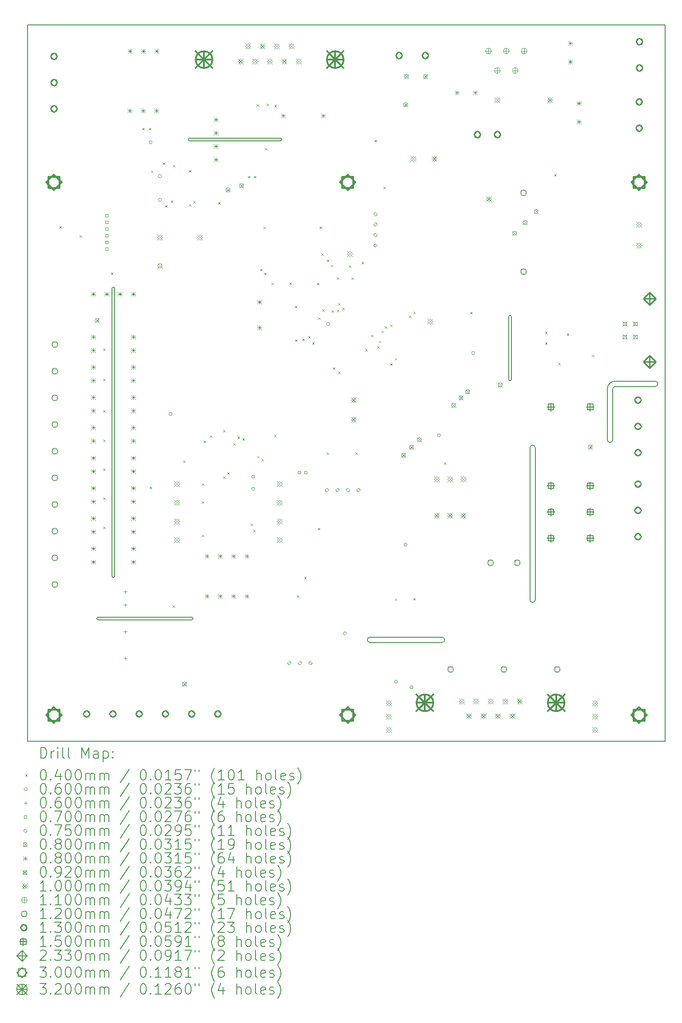
<source format=gbr>
%FSLAX45Y45*%
G04 Gerber Fmt 4.5, Leading zero omitted, Abs format (unit mm)*
G04 Created by KiCad (PCBNEW 6.0.5) date 2022-09-27 17:44:24*
%MOMM*%
%LPD*%
G01*
G04 APERTURE LIST*
%TA.AperFunction,Profile*%
%ADD10C,0.150000*%
%TD*%
%ADD11C,0.200000*%
%ADD12C,0.040000*%
%ADD13C,0.060000*%
%ADD14C,0.070000*%
%ADD15C,0.075000*%
%ADD16C,0.080000*%
%ADD17C,0.092000*%
%ADD18C,0.100000*%
%ADD19C,0.110000*%
%ADD20C,0.120000*%
%ADD21C,0.130000*%
%ADD22C,0.150000*%
%ADD23C,0.233000*%
%ADD24C,0.300000*%
%ADD25C,0.320000*%
G04 APERTURE END LIST*
D10*
X7874000Y-13614400D02*
G75*
G03*
X7874000Y-13716000I0J-50800D01*
G01*
X9245600Y-13716000D02*
G75*
G03*
X9245600Y-13614400I0J50800D01*
G01*
X9245600Y-13716000D02*
X7874000Y-13716000D01*
X7874000Y-13614400D02*
X9245600Y-13614400D01*
X12395200Y-9855200D02*
G75*
G03*
X12496800Y-9855200I50800J0D01*
G01*
X12496800Y-8890000D02*
X12496800Y-9855200D01*
X12395200Y-8890000D02*
X12395200Y-9855200D01*
X12547600Y-8737600D02*
G75*
G03*
X12395200Y-8890000I0J-152400D01*
G01*
X12547600Y-8839200D02*
G75*
G03*
X12496800Y-8890000I0J-50800D01*
G01*
X13309600Y-8839200D02*
G75*
G03*
X13309600Y-8737600I0J50800D01*
G01*
X13309600Y-8737600D02*
X12547600Y-8737600D01*
X13309600Y-8839200D02*
X12547600Y-8839200D01*
X10922000Y-12903200D02*
G75*
G03*
X11023600Y-12903200I50800J0D01*
G01*
X11023600Y-10007600D02*
G75*
G03*
X10922000Y-10007600I-50800J0D01*
G01*
X11023600Y-12903200D02*
X11023600Y-10007600D01*
X10922000Y-10007600D02*
X10922000Y-12903200D01*
X2691880Y-13234740D02*
G75*
G03*
X2691880Y-13285540I0J-25400D01*
G01*
X4435560Y-4107947D02*
G75*
G03*
X4435560Y-4158747I0J-25400D01*
G01*
X3008940Y-6971409D02*
G75*
G03*
X2958140Y-6971409I-25400J0D01*
G01*
X1350000Y-15600000D02*
X13500000Y-15600000D01*
X13500000Y-1950000D02*
X13500000Y-15600000D01*
X1350000Y-1950000D02*
X1350000Y-15600000D01*
X1350000Y-1950000D02*
X13500000Y-1950000D01*
X6162760Y-4158747D02*
G75*
G03*
X6162760Y-4107947I0J25400D01*
G01*
X4435560Y-4158747D02*
X6162760Y-4158747D01*
X4435560Y-4107947D02*
X6162760Y-4107947D01*
X10514200Y-8704420D02*
G75*
G03*
X10565000Y-8704420I25400J0D01*
G01*
X10565000Y-7510620D02*
G75*
G03*
X10514200Y-7510620I-25400J0D01*
G01*
X10565000Y-8704420D02*
X10565000Y-7510620D01*
X10514200Y-7510620D02*
X10514200Y-8704420D01*
X4474960Y-13285540D02*
G75*
G03*
X4474960Y-13234740I0J25400D01*
G01*
X4474960Y-13234740D02*
X2691880Y-13234740D01*
X2691880Y-13285540D02*
X4474960Y-13285540D01*
X2958140Y-6971409D02*
X2958140Y-12450189D01*
X3008940Y-6971409D02*
X3008940Y-12450189D01*
X2958140Y-12450189D02*
G75*
G03*
X3008940Y-12450189I25400J0D01*
G01*
D11*
D12*
X1951040Y-5781360D02*
X1991040Y-5821360D01*
X1991040Y-5781360D02*
X1951040Y-5821360D01*
X2337120Y-5954080D02*
X2377120Y-5994080D01*
X2377120Y-5954080D02*
X2337120Y-5994080D01*
X2787788Y-8117761D02*
X2827788Y-8157761D01*
X2827788Y-8117761D02*
X2787788Y-8157761D01*
X2787788Y-8691801D02*
X2827788Y-8731801D01*
X2827788Y-8691801D02*
X2787788Y-8731801D01*
X2787788Y-9291241D02*
X2827788Y-9331241D01*
X2827788Y-9291241D02*
X2787788Y-9331241D01*
X2787788Y-9850041D02*
X2827788Y-9890041D01*
X2827788Y-9850041D02*
X2787788Y-9890041D01*
X2787788Y-10403761D02*
X2827788Y-10443761D01*
X2827788Y-10403761D02*
X2787788Y-10443761D01*
X2787788Y-10952401D02*
X2827788Y-10992401D01*
X2827788Y-10952401D02*
X2787788Y-10992401D01*
X2787788Y-11511201D02*
X2827788Y-11551201D01*
X2827788Y-11511201D02*
X2787788Y-11551201D01*
X2936560Y-6665280D02*
X2976560Y-6705280D01*
X2976560Y-6665280D02*
X2936560Y-6705280D01*
X3530920Y-3911920D02*
X3570920Y-3951920D01*
X3570920Y-3911920D02*
X3530920Y-3951920D01*
X3657920Y-3911920D02*
X3697920Y-3951920D01*
X3697920Y-3911920D02*
X3657920Y-3951920D01*
X3673160Y-10749600D02*
X3713160Y-10789600D01*
X3713160Y-10749600D02*
X3673160Y-10789600D01*
X3698560Y-4724720D02*
X3738560Y-4764720D01*
X3738560Y-4724720D02*
X3698560Y-4764720D01*
X3922080Y-4572320D02*
X3962080Y-4612320D01*
X3962080Y-4572320D02*
X3922080Y-4612320D01*
X3962720Y-5385120D02*
X4002720Y-5425120D01*
X4002720Y-5385120D02*
X3962720Y-5425120D01*
X4079560Y-5293680D02*
X4119560Y-5333680D01*
X4119560Y-5293680D02*
X4079560Y-5333680D01*
X4109520Y-13006460D02*
X4149520Y-13046460D01*
X4149520Y-13006460D02*
X4109520Y-13046460D01*
X4120200Y-4618040D02*
X4160200Y-4658040D01*
X4160200Y-4618040D02*
X4120200Y-4658040D01*
X4313240Y-10246680D02*
X4353240Y-10286680D01*
X4353240Y-10246680D02*
X4313240Y-10286680D01*
X4425000Y-4714560D02*
X4465000Y-4754560D01*
X4465000Y-4714560D02*
X4425000Y-4754560D01*
X4425000Y-5364800D02*
X4465000Y-5404800D01*
X4465000Y-5364800D02*
X4425000Y-5404800D01*
X4506280Y-5303840D02*
X4546280Y-5343840D01*
X4546280Y-5303840D02*
X4506280Y-5343840D01*
X4668840Y-10678480D02*
X4708840Y-10718480D01*
X4708840Y-10678480D02*
X4668840Y-10718480D01*
X4668840Y-11029000D02*
X4708840Y-11069000D01*
X4708840Y-11029000D02*
X4668840Y-11069000D01*
X4668840Y-11664000D02*
X4708840Y-11704000D01*
X4708840Y-11664000D02*
X4668840Y-11704000D01*
X4699320Y-9870760D02*
X4739320Y-9910760D01*
X4739320Y-9870760D02*
X4699320Y-9910760D01*
X4822820Y-9765660D02*
X4862820Y-9805660D01*
X4862820Y-9765660D02*
X4822820Y-9805660D01*
X4983800Y-5324160D02*
X5023800Y-5364160D01*
X5023800Y-5324160D02*
X4983800Y-5364160D01*
X5075240Y-9662480D02*
X5115240Y-9702480D01*
X5115240Y-9662480D02*
X5075240Y-9702480D01*
X5075660Y-10552480D02*
X5115660Y-10592480D01*
X5115660Y-10552480D02*
X5075660Y-10592480D01*
X5151860Y-10473740D02*
X5191860Y-10513740D01*
X5191860Y-10473740D02*
X5151860Y-10513740D01*
X5268280Y-9916480D02*
X5308280Y-9956480D01*
X5308280Y-9916480D02*
X5268280Y-9956480D01*
X5349560Y-9789480D02*
X5389560Y-9829480D01*
X5389560Y-9789480D02*
X5349560Y-9829480D01*
X5443756Y-9822904D02*
X5483756Y-9862904D01*
X5483756Y-9822904D02*
X5443756Y-9862904D01*
X5547680Y-4826320D02*
X5587680Y-4866320D01*
X5587680Y-4826320D02*
X5547680Y-4866320D01*
X5598900Y-11451640D02*
X5638900Y-11491640D01*
X5638900Y-11451640D02*
X5598900Y-11491640D01*
X5652240Y-11568480D02*
X5692240Y-11608480D01*
X5692240Y-11568480D02*
X5652240Y-11608480D01*
X5659440Y-4826320D02*
X5699440Y-4866320D01*
X5699440Y-4826320D02*
X5659440Y-4866320D01*
X5710960Y-3455487D02*
X5750960Y-3495487D01*
X5750960Y-3455487D02*
X5710960Y-3495487D01*
X5722773Y-10160122D02*
X5762773Y-10200122D01*
X5762773Y-10160122D02*
X5722773Y-10200122D01*
X5776280Y-6595410D02*
X5816280Y-6635410D01*
X5816280Y-6595410D02*
X5776280Y-6635410D01*
X5805510Y-10216200D02*
X5845510Y-10256200D01*
X5845510Y-10216200D02*
X5805510Y-10256200D01*
X5842320Y-5796600D02*
X5882320Y-5836600D01*
X5882320Y-5796600D02*
X5842320Y-5836600D01*
X5852480Y-6670360D02*
X5892480Y-6710360D01*
X5892480Y-6670360D02*
X5852480Y-6710360D01*
X5870980Y-4293687D02*
X5910980Y-4333687D01*
X5910980Y-4293687D02*
X5870980Y-4333687D01*
X5901460Y-3450407D02*
X5941460Y-3490407D01*
X5941460Y-3450407D02*
X5901460Y-3490407D01*
X5994720Y-6863400D02*
X6034720Y-6903400D01*
X6034720Y-6863400D02*
X5994720Y-6903400D01*
X6045178Y-9758658D02*
X6085178Y-9798658D01*
X6085178Y-9758658D02*
X6045178Y-9798658D01*
X6051320Y-3473267D02*
X6091320Y-3513267D01*
X6091320Y-3473267D02*
X6051320Y-3513267D01*
X6335080Y-6858320D02*
X6375080Y-6898320D01*
X6375080Y-6858320D02*
X6335080Y-6898320D01*
X6441760Y-7300280D02*
X6481760Y-7340280D01*
X6481760Y-7300280D02*
X6441760Y-7340280D01*
X6446840Y-7940360D02*
X6486840Y-7980360D01*
X6486840Y-7940360D02*
X6446840Y-7980360D01*
X6480690Y-12813790D02*
X6520690Y-12853790D01*
X6520690Y-12813790D02*
X6480690Y-12853790D01*
X6578920Y-7925120D02*
X6618920Y-7965120D01*
X6618920Y-7925120D02*
X6578920Y-7965120D01*
X6619560Y-12466640D02*
X6659560Y-12506640D01*
X6659560Y-12466640D02*
X6619560Y-12506640D01*
X6695760Y-7879400D02*
X6735760Y-7919400D01*
X6735760Y-7879400D02*
X6695760Y-7919400D01*
X6771960Y-7996240D02*
X6811960Y-8036240D01*
X6811960Y-7996240D02*
X6771960Y-8036240D01*
X6860800Y-6865880D02*
X6900800Y-6905880D01*
X6900800Y-6865880D02*
X6860800Y-6905880D01*
X6878640Y-11531920D02*
X6918640Y-11571920D01*
X6918640Y-11531920D02*
X6878640Y-11571920D01*
X6883720Y-7523800D02*
X6923720Y-7563800D01*
X6923720Y-7523800D02*
X6883720Y-7563800D01*
X6914200Y-5791520D02*
X6954200Y-5831520D01*
X6954200Y-5791520D02*
X6914200Y-5831520D01*
X6944680Y-6304600D02*
X6984680Y-6344600D01*
X6984680Y-6304600D02*
X6944680Y-6344600D01*
X6959920Y-7371400D02*
X6999920Y-7411400D01*
X6999920Y-7371400D02*
X6959920Y-7411400D01*
X7046940Y-10096660D02*
X7086940Y-10136660D01*
X7086940Y-10096660D02*
X7046940Y-10136660D01*
X7051360Y-6421440D02*
X7091360Y-6461440D01*
X7091360Y-6421440D02*
X7051360Y-6461440D01*
X7127560Y-6517960D02*
X7167560Y-6557960D01*
X7167560Y-6517960D02*
X7127560Y-6557960D01*
X7141390Y-7386640D02*
X7181390Y-7426640D01*
X7181390Y-7386640D02*
X7141390Y-7426640D01*
X7163120Y-8473760D02*
X7203120Y-8513760D01*
X7203120Y-8473760D02*
X7163120Y-8513760D01*
X7244400Y-6761800D02*
X7284400Y-6801800D01*
X7284400Y-6761800D02*
X7244400Y-6801800D01*
X7244400Y-7376480D02*
X7284400Y-7416480D01*
X7284400Y-7376480D02*
X7244400Y-7416480D01*
X7264720Y-7249480D02*
X7304720Y-7289480D01*
X7304720Y-7249480D02*
X7264720Y-7289480D01*
X7269800Y-8555040D02*
X7309800Y-8595040D01*
X7309800Y-8555040D02*
X7269800Y-8595040D01*
X7346000Y-7335840D02*
X7386000Y-7375840D01*
X7386000Y-7335840D02*
X7346000Y-7375840D01*
X7473000Y-6533200D02*
X7513000Y-6573200D01*
X7513000Y-6533200D02*
X7473000Y-6573200D01*
X7518720Y-6761800D02*
X7558720Y-6801800D01*
X7558720Y-6761800D02*
X7518720Y-6801800D01*
X7598120Y-10096660D02*
X7638120Y-10136660D01*
X7638120Y-10096660D02*
X7598120Y-10136660D01*
X7711760Y-6462080D02*
X7751760Y-6502080D01*
X7751760Y-6462080D02*
X7711760Y-6502080D01*
X7782880Y-8123240D02*
X7822880Y-8163240D01*
X7822880Y-8123240D02*
X7782880Y-8163240D01*
X7894640Y-7854000D02*
X7934640Y-7894000D01*
X7934640Y-7854000D02*
X7894640Y-7894000D01*
X7960680Y-4140520D02*
X8000680Y-4180520D01*
X8000680Y-4140520D02*
X7960680Y-4180520D01*
X8012730Y-8072440D02*
X8052730Y-8112440D01*
X8052730Y-8072440D02*
X8012730Y-8112440D01*
X8041960Y-7965760D02*
X8081960Y-8005760D01*
X8081960Y-7965760D02*
X8041960Y-8005760D01*
X8092760Y-7772720D02*
X8132760Y-7812720D01*
X8132760Y-7772720D02*
X8092760Y-7812720D01*
X8133400Y-5034600D02*
X8173400Y-5074600D01*
X8173400Y-5034600D02*
X8133400Y-5074600D01*
X8158800Y-7691440D02*
X8198800Y-7731440D01*
X8198800Y-7691440D02*
X8158800Y-7731440D01*
X8255320Y-8397560D02*
X8295320Y-8437560D01*
X8295320Y-8397560D02*
X8255320Y-8437560D01*
X8260400Y-7655880D02*
X8300400Y-7695880D01*
X8300400Y-7655880D02*
X8260400Y-7695880D01*
X8346760Y-8295960D02*
X8386760Y-8335960D01*
X8386760Y-8295960D02*
X8346760Y-8335960D01*
X8346760Y-12878120D02*
X8386760Y-12918120D01*
X8386760Y-12878120D02*
X8346760Y-12918120D01*
X8610920Y-7488240D02*
X8650920Y-7528240D01*
X8650920Y-7488240D02*
X8610920Y-7528240D01*
X8697280Y-7412040D02*
X8737280Y-7452040D01*
X8737280Y-7412040D02*
X8697280Y-7452040D01*
X8697280Y-12867960D02*
X8737280Y-12907960D01*
X8737280Y-12867960D02*
X8697280Y-12907960D01*
X9280000Y-10280000D02*
X9320000Y-10320000D01*
X9320000Y-10280000D02*
X9280000Y-10320000D01*
X9779320Y-7417120D02*
X9819320Y-7457120D01*
X9819320Y-7417120D02*
X9779320Y-7457120D01*
X11207940Y-7792880D02*
X11247940Y-7832880D01*
X11247940Y-7792880D02*
X11207940Y-7832880D01*
X11207940Y-7993540D02*
X11247940Y-8033540D01*
X11247940Y-7993540D02*
X11207940Y-8033540D01*
X11379520Y-4790760D02*
X11419520Y-4830760D01*
X11419520Y-4790760D02*
X11379520Y-4830760D01*
X11459400Y-8384700D02*
X11499400Y-8424700D01*
X11499400Y-8384700D02*
X11459400Y-8424700D01*
X11624500Y-7828440D02*
X11664500Y-7868440D01*
X11664500Y-7828440D02*
X11624500Y-7868440D01*
X12099480Y-8232300D02*
X12139480Y-8272300D01*
X12139480Y-8232300D02*
X12099480Y-8272300D01*
D13*
X3723160Y-4185920D02*
G75*
G03*
X3723160Y-4185920I-30000J0D01*
G01*
X3900960Y-4831080D02*
G75*
G03*
X3900960Y-4831080I-30000J0D01*
G01*
X3900960Y-5283200D02*
G75*
G03*
X3900960Y-5283200I-30000J0D01*
G01*
X4104160Y-9362440D02*
G75*
G03*
X4104160Y-9362440I-30000J0D01*
G01*
X5678960Y-10556240D02*
G75*
G03*
X5678960Y-10556240I-30000J0D01*
G01*
X5678960Y-10789920D02*
G75*
G03*
X5678960Y-10789920I-30000J0D01*
G01*
X6557800Y-10480040D02*
G75*
G03*
X6557800Y-10480040I-30000J0D01*
G01*
X6679720Y-10480040D02*
G75*
G03*
X6679720Y-10480040I-30000J0D01*
G01*
X7106440Y-7645880D02*
G75*
G03*
X7106440Y-7645880I-30000J0D01*
G01*
X7426480Y-13543280D02*
G75*
G03*
X7426480Y-13543280I-30000J0D01*
G01*
X8396760Y-14462760D02*
G75*
G03*
X8396760Y-14462760I-30000J0D01*
G01*
X8580000Y-11850000D02*
G75*
G03*
X8580000Y-11850000I-30000J0D01*
G01*
X8691400Y-14569440D02*
G75*
G03*
X8691400Y-14569440I-30000J0D01*
G01*
X9219720Y-9768840D02*
G75*
G03*
X9219720Y-9768840I-30000J0D01*
G01*
X9869960Y-8199120D02*
G75*
G03*
X9869960Y-8199120I-30000J0D01*
G01*
X3210560Y-12718040D02*
X3210560Y-12778040D01*
X3180560Y-12748040D02*
X3240560Y-12748040D01*
X3210560Y-12972040D02*
X3210560Y-13032040D01*
X3180560Y-13002040D02*
X3240560Y-13002040D01*
X3210560Y-13480040D02*
X3210560Y-13540040D01*
X3180560Y-13510040D02*
X3240560Y-13510040D01*
X3210560Y-13988040D02*
X3210560Y-14048040D01*
X3180560Y-14018040D02*
X3240560Y-14018040D01*
D14*
X2877249Y-5607249D02*
X2877249Y-5557751D01*
X2827751Y-5557751D01*
X2827751Y-5607249D01*
X2877249Y-5607249D01*
X2877249Y-5734249D02*
X2877249Y-5684751D01*
X2827751Y-5684751D01*
X2827751Y-5734249D01*
X2877249Y-5734249D01*
X2877249Y-5861249D02*
X2877249Y-5811751D01*
X2827751Y-5811751D01*
X2827751Y-5861249D01*
X2877249Y-5861249D01*
X2877249Y-5988249D02*
X2877249Y-5938751D01*
X2827751Y-5938751D01*
X2827751Y-5988249D01*
X2877249Y-5988249D01*
X2877249Y-6115249D02*
X2877249Y-6065751D01*
X2827751Y-6065751D01*
X2827751Y-6115249D01*
X2877249Y-6115249D01*
X2877249Y-6242249D02*
X2877249Y-6192751D01*
X2827751Y-6192751D01*
X2827751Y-6242249D01*
X2877249Y-6242249D01*
D15*
X6333860Y-14143400D02*
X6371360Y-14105900D01*
X6333860Y-14068400D01*
X6296360Y-14105900D01*
X6333860Y-14143400D01*
X6533860Y-14143400D02*
X6571360Y-14105900D01*
X6533860Y-14068400D01*
X6496360Y-14105900D01*
X6533860Y-14143400D01*
X6733860Y-14143400D02*
X6771360Y-14105900D01*
X6733860Y-14068400D01*
X6696360Y-14105900D01*
X6733860Y-14143400D01*
X7050000Y-10847440D02*
X7087500Y-10809940D01*
X7050000Y-10772440D01*
X7012500Y-10809940D01*
X7050000Y-10847440D01*
X7250000Y-10847440D02*
X7287500Y-10809940D01*
X7250000Y-10772440D01*
X7212500Y-10809940D01*
X7250000Y-10847440D01*
X7450000Y-10847440D02*
X7487500Y-10809940D01*
X7450000Y-10772440D01*
X7412500Y-10809940D01*
X7450000Y-10847440D01*
X7650000Y-10847440D02*
X7687500Y-10809940D01*
X7650000Y-10772440D01*
X7612500Y-10809940D01*
X7650000Y-10847440D01*
X7976400Y-5586700D02*
X8013900Y-5549200D01*
X7976400Y-5511700D01*
X7938900Y-5549200D01*
X7976400Y-5586700D01*
X7976400Y-5786700D02*
X8013900Y-5749200D01*
X7976400Y-5711700D01*
X7938900Y-5749200D01*
X7976400Y-5786700D01*
X7976400Y-5986700D02*
X8013900Y-5949200D01*
X7976400Y-5911700D01*
X7938900Y-5949200D01*
X7976400Y-5986700D01*
X7976400Y-6186700D02*
X8013900Y-6149200D01*
X7976400Y-6111700D01*
X7938900Y-6149200D01*
X7976400Y-6186700D01*
D16*
X2632046Y-7539394D02*
X2712046Y-7619394D01*
X2712046Y-7539394D02*
X2632046Y-7619394D01*
X2712046Y-7579394D02*
G75*
G03*
X2712046Y-7579394I-40000J0D01*
G01*
X3830960Y-6497960D02*
X3910960Y-6577960D01*
X3910960Y-6497960D02*
X3830960Y-6577960D01*
X3910960Y-6537960D02*
G75*
G03*
X3910960Y-6537960I-40000J0D01*
G01*
X4297800Y-14468180D02*
X4377800Y-14548180D01*
X4377800Y-14468180D02*
X4297800Y-14548180D01*
X4377800Y-14508180D02*
G75*
G03*
X4377800Y-14508180I-40000J0D01*
G01*
X5126360Y-5055240D02*
X5206360Y-5135240D01*
X5206360Y-5055240D02*
X5126360Y-5135240D01*
X5206360Y-5095240D02*
G75*
G03*
X5206360Y-5095240I-40000J0D01*
G01*
X5385440Y-4973960D02*
X5465440Y-5053960D01*
X5465440Y-4973960D02*
X5385440Y-5053960D01*
X5465440Y-5013960D02*
G75*
G03*
X5465440Y-5013960I-40000J0D01*
G01*
X8471540Y-10112380D02*
X8551540Y-10192380D01*
X8551540Y-10112380D02*
X8471540Y-10192380D01*
X8551540Y-10152380D02*
G75*
G03*
X8551540Y-10152380I-40000J0D01*
G01*
X8512100Y-3429850D02*
X8592100Y-3509850D01*
X8592100Y-3429850D02*
X8512100Y-3509850D01*
X8592100Y-3469850D02*
G75*
G03*
X8592100Y-3469850I-40000J0D01*
G01*
X8528800Y-2892450D02*
X8608800Y-2972450D01*
X8608800Y-2892450D02*
X8528800Y-2972450D01*
X8608800Y-2932450D02*
G75*
G03*
X8608800Y-2932450I-40000J0D01*
G01*
X8623940Y-9959980D02*
X8703940Y-10039980D01*
X8703940Y-9959980D02*
X8623940Y-10039980D01*
X8703940Y-9999980D02*
G75*
G03*
X8703940Y-9999980I-40000J0D01*
G01*
X8773800Y-9810120D02*
X8853800Y-9890120D01*
X8853800Y-9810120D02*
X8773800Y-9890120D01*
X8853800Y-9850120D02*
G75*
G03*
X8853800Y-9850120I-40000J0D01*
G01*
X8889100Y-2892450D02*
X8969100Y-2972450D01*
X8969100Y-2892450D02*
X8889100Y-2972450D01*
X8969100Y-2932450D02*
G75*
G03*
X8969100Y-2932450I-40000J0D01*
G01*
X9426580Y-9157340D02*
X9506580Y-9237340D01*
X9506580Y-9157340D02*
X9426580Y-9237340D01*
X9506580Y-9197340D02*
G75*
G03*
X9506580Y-9197340I-40000J0D01*
G01*
X9568820Y-9015100D02*
X9648820Y-9095100D01*
X9648820Y-9015100D02*
X9568820Y-9095100D01*
X9648820Y-9055100D02*
G75*
G03*
X9648820Y-9055100I-40000J0D01*
G01*
X9693628Y-8898590D02*
X9773628Y-8978590D01*
X9773628Y-8898590D02*
X9693628Y-8978590D01*
X9773628Y-8938590D02*
G75*
G03*
X9773628Y-8938590I-40000J0D01*
G01*
X10318120Y-8768720D02*
X10398120Y-8848720D01*
X10398120Y-8768720D02*
X10318120Y-8848720D01*
X10398120Y-8808720D02*
G75*
G03*
X10398120Y-8808720I-40000J0D01*
G01*
X10588380Y-5879220D02*
X10668380Y-5959220D01*
X10668380Y-5879220D02*
X10588380Y-5959220D01*
X10668380Y-5919220D02*
G75*
G03*
X10668380Y-5919220I-40000J0D01*
G01*
X10791580Y-5676020D02*
X10871580Y-5756020D01*
X10871580Y-5676020D02*
X10791580Y-5756020D01*
X10871580Y-5716020D02*
G75*
G03*
X10871580Y-5716020I-40000J0D01*
G01*
X11001300Y-5466300D02*
X11081300Y-5546300D01*
X11081300Y-5466300D02*
X11001300Y-5546300D01*
X11081300Y-5506300D02*
G75*
G03*
X11081300Y-5506300I-40000J0D01*
G01*
X12030080Y-9952360D02*
X12110080Y-10032360D01*
X12110080Y-9952360D02*
X12030080Y-10032360D01*
X12110080Y-9992360D02*
G75*
G03*
X12110080Y-9992360I-40000J0D01*
G01*
X2560000Y-7853429D02*
X2640000Y-7933429D01*
X2640000Y-7853429D02*
X2560000Y-7933429D01*
X2600000Y-7853429D02*
X2600000Y-7933429D01*
X2560000Y-7893429D02*
X2640000Y-7893429D01*
X2560000Y-8107429D02*
X2640000Y-8187429D01*
X2640000Y-8107429D02*
X2560000Y-8187429D01*
X2600000Y-8107429D02*
X2600000Y-8187429D01*
X2560000Y-8147429D02*
X2640000Y-8147429D01*
X2560000Y-8429714D02*
X2640000Y-8509714D01*
X2640000Y-8429714D02*
X2560000Y-8509714D01*
X2600000Y-8429714D02*
X2600000Y-8509714D01*
X2560000Y-8469714D02*
X2640000Y-8469714D01*
X2560000Y-8683714D02*
X2640000Y-8763714D01*
X2640000Y-8683714D02*
X2560000Y-8763714D01*
X2600000Y-8683714D02*
X2600000Y-8763714D01*
X2560000Y-8723714D02*
X2640000Y-8723714D01*
X2560000Y-9006000D02*
X2640000Y-9086000D01*
X2640000Y-9006000D02*
X2560000Y-9086000D01*
X2600000Y-9006000D02*
X2600000Y-9086000D01*
X2560000Y-9046000D02*
X2640000Y-9046000D01*
X2560000Y-9260000D02*
X2640000Y-9340000D01*
X2640000Y-9260000D02*
X2560000Y-9340000D01*
X2600000Y-9260000D02*
X2600000Y-9340000D01*
X2560000Y-9300000D02*
X2640000Y-9300000D01*
X2560000Y-9582286D02*
X2640000Y-9662286D01*
X2640000Y-9582286D02*
X2560000Y-9662286D01*
X2600000Y-9582286D02*
X2600000Y-9662286D01*
X2560000Y-9622286D02*
X2640000Y-9622286D01*
X2560000Y-9836286D02*
X2640000Y-9916286D01*
X2640000Y-9836286D02*
X2560000Y-9916286D01*
X2600000Y-9836286D02*
X2600000Y-9916286D01*
X2560000Y-9876286D02*
X2640000Y-9876286D01*
X2560000Y-10158571D02*
X2640000Y-10238571D01*
X2640000Y-10158571D02*
X2560000Y-10238571D01*
X2600000Y-10158571D02*
X2600000Y-10238571D01*
X2560000Y-10198571D02*
X2640000Y-10198571D01*
X2560000Y-10412571D02*
X2640000Y-10492571D01*
X2640000Y-10412571D02*
X2560000Y-10492571D01*
X2600000Y-10412571D02*
X2600000Y-10492571D01*
X2560000Y-10452571D02*
X2640000Y-10452571D01*
X2560000Y-10734857D02*
X2640000Y-10814857D01*
X2640000Y-10734857D02*
X2560000Y-10814857D01*
X2600000Y-10734857D02*
X2600000Y-10814857D01*
X2560000Y-10774857D02*
X2640000Y-10774857D01*
X2560000Y-10988857D02*
X2640000Y-11068857D01*
X2640000Y-10988857D02*
X2560000Y-11068857D01*
X2600000Y-10988857D02*
X2600000Y-11068857D01*
X2560000Y-11028857D02*
X2640000Y-11028857D01*
X2560000Y-11311143D02*
X2640000Y-11391143D01*
X2640000Y-11311143D02*
X2560000Y-11391143D01*
X2600000Y-11311143D02*
X2600000Y-11391143D01*
X2560000Y-11351143D02*
X2640000Y-11351143D01*
X2560000Y-11565143D02*
X2640000Y-11645143D01*
X2640000Y-11565143D02*
X2560000Y-11645143D01*
X2600000Y-11565143D02*
X2600000Y-11645143D01*
X2560000Y-11605143D02*
X2640000Y-11605143D01*
X2560000Y-11887429D02*
X2640000Y-11967429D01*
X2640000Y-11887429D02*
X2560000Y-11967429D01*
X2600000Y-11887429D02*
X2600000Y-11967429D01*
X2560000Y-11927429D02*
X2640000Y-11927429D01*
X2560000Y-12141429D02*
X2640000Y-12221429D01*
X2640000Y-12141429D02*
X2560000Y-12221429D01*
X2600000Y-12141429D02*
X2600000Y-12221429D01*
X2560000Y-12181429D02*
X2640000Y-12181429D01*
X2562540Y-7038089D02*
X2642540Y-7118089D01*
X2642540Y-7038089D02*
X2562540Y-7118089D01*
X2602540Y-7038089D02*
X2602540Y-7118089D01*
X2562540Y-7078089D02*
X2642540Y-7078089D01*
X2816540Y-7038089D02*
X2896540Y-7118089D01*
X2896540Y-7038089D02*
X2816540Y-7118089D01*
X2856540Y-7038089D02*
X2856540Y-7118089D01*
X2816540Y-7078089D02*
X2896540Y-7078089D01*
X3070540Y-7038089D02*
X3150540Y-7118089D01*
X3150540Y-7038089D02*
X3070540Y-7118089D01*
X3110540Y-7038089D02*
X3110540Y-7118089D01*
X3070540Y-7078089D02*
X3150540Y-7078089D01*
X3254900Y-3544300D02*
X3334900Y-3624300D01*
X3334900Y-3544300D02*
X3254900Y-3624300D01*
X3294900Y-3544300D02*
X3294900Y-3624300D01*
X3254900Y-3584300D02*
X3334900Y-3584300D01*
X3259980Y-2411460D02*
X3339980Y-2491460D01*
X3339980Y-2411460D02*
X3259980Y-2491460D01*
X3299980Y-2411460D02*
X3299980Y-2491460D01*
X3259980Y-2451460D02*
X3339980Y-2451460D01*
X3322000Y-7853429D02*
X3402000Y-7933429D01*
X3402000Y-7853429D02*
X3322000Y-7933429D01*
X3362000Y-7853429D02*
X3362000Y-7933429D01*
X3322000Y-7893429D02*
X3402000Y-7893429D01*
X3322000Y-8107429D02*
X3402000Y-8187429D01*
X3402000Y-8107429D02*
X3322000Y-8187429D01*
X3362000Y-8107429D02*
X3362000Y-8187429D01*
X3322000Y-8147429D02*
X3402000Y-8147429D01*
X3322000Y-8429714D02*
X3402000Y-8509714D01*
X3402000Y-8429714D02*
X3322000Y-8509714D01*
X3362000Y-8429714D02*
X3362000Y-8509714D01*
X3322000Y-8469714D02*
X3402000Y-8469714D01*
X3322000Y-8683714D02*
X3402000Y-8763714D01*
X3402000Y-8683714D02*
X3322000Y-8763714D01*
X3362000Y-8683714D02*
X3362000Y-8763714D01*
X3322000Y-8723714D02*
X3402000Y-8723714D01*
X3322000Y-9006000D02*
X3402000Y-9086000D01*
X3402000Y-9006000D02*
X3322000Y-9086000D01*
X3362000Y-9006000D02*
X3362000Y-9086000D01*
X3322000Y-9046000D02*
X3402000Y-9046000D01*
X3322000Y-9260000D02*
X3402000Y-9340000D01*
X3402000Y-9260000D02*
X3322000Y-9340000D01*
X3362000Y-9260000D02*
X3362000Y-9340000D01*
X3322000Y-9300000D02*
X3402000Y-9300000D01*
X3322000Y-9582286D02*
X3402000Y-9662286D01*
X3402000Y-9582286D02*
X3322000Y-9662286D01*
X3362000Y-9582286D02*
X3362000Y-9662286D01*
X3322000Y-9622286D02*
X3402000Y-9622286D01*
X3322000Y-9836286D02*
X3402000Y-9916286D01*
X3402000Y-9836286D02*
X3322000Y-9916286D01*
X3362000Y-9836286D02*
X3362000Y-9916286D01*
X3322000Y-9876286D02*
X3402000Y-9876286D01*
X3322000Y-10158571D02*
X3402000Y-10238571D01*
X3402000Y-10158571D02*
X3322000Y-10238571D01*
X3362000Y-10158571D02*
X3362000Y-10238571D01*
X3322000Y-10198571D02*
X3402000Y-10198571D01*
X3322000Y-10412571D02*
X3402000Y-10492571D01*
X3402000Y-10412571D02*
X3322000Y-10492571D01*
X3362000Y-10412571D02*
X3362000Y-10492571D01*
X3322000Y-10452571D02*
X3402000Y-10452571D01*
X3322000Y-10734857D02*
X3402000Y-10814857D01*
X3402000Y-10734857D02*
X3322000Y-10814857D01*
X3362000Y-10734857D02*
X3362000Y-10814857D01*
X3322000Y-10774857D02*
X3402000Y-10774857D01*
X3322000Y-10988857D02*
X3402000Y-11068857D01*
X3402000Y-10988857D02*
X3322000Y-11068857D01*
X3362000Y-10988857D02*
X3362000Y-11068857D01*
X3322000Y-11028857D02*
X3402000Y-11028857D01*
X3322000Y-11311143D02*
X3402000Y-11391143D01*
X3402000Y-11311143D02*
X3322000Y-11391143D01*
X3362000Y-11311143D02*
X3362000Y-11391143D01*
X3322000Y-11351143D02*
X3402000Y-11351143D01*
X3322000Y-11565143D02*
X3402000Y-11645143D01*
X3402000Y-11565143D02*
X3322000Y-11645143D01*
X3362000Y-11565143D02*
X3362000Y-11645143D01*
X3322000Y-11605143D02*
X3402000Y-11605143D01*
X3322000Y-11887429D02*
X3402000Y-11967429D01*
X3402000Y-11887429D02*
X3322000Y-11967429D01*
X3362000Y-11887429D02*
X3362000Y-11967429D01*
X3322000Y-11927429D02*
X3402000Y-11927429D01*
X3322000Y-12141429D02*
X3402000Y-12221429D01*
X3402000Y-12141429D02*
X3322000Y-12221429D01*
X3362000Y-12141429D02*
X3362000Y-12221429D01*
X3322000Y-12181429D02*
X3402000Y-12181429D01*
X3324540Y-7038089D02*
X3404540Y-7118089D01*
X3404540Y-7038089D02*
X3324540Y-7118089D01*
X3364540Y-7038089D02*
X3364540Y-7118089D01*
X3324540Y-7078089D02*
X3404540Y-7078089D01*
X3508900Y-3544300D02*
X3588900Y-3624300D01*
X3588900Y-3544300D02*
X3508900Y-3624300D01*
X3548900Y-3544300D02*
X3548900Y-3624300D01*
X3508900Y-3584300D02*
X3588900Y-3584300D01*
X3513980Y-2411460D02*
X3593980Y-2491460D01*
X3593980Y-2411460D02*
X3513980Y-2491460D01*
X3553980Y-2411460D02*
X3553980Y-2491460D01*
X3513980Y-2451460D02*
X3593980Y-2451460D01*
X3762900Y-3544300D02*
X3842900Y-3624300D01*
X3842900Y-3544300D02*
X3762900Y-3624300D01*
X3802900Y-3544300D02*
X3802900Y-3624300D01*
X3762900Y-3584300D02*
X3842900Y-3584300D01*
X3767980Y-2411460D02*
X3847980Y-2491460D01*
X3847980Y-2411460D02*
X3767980Y-2491460D01*
X3807980Y-2411460D02*
X3807980Y-2491460D01*
X3767980Y-2451460D02*
X3847980Y-2451460D01*
X4725460Y-12031790D02*
X4805460Y-12111790D01*
X4805460Y-12031790D02*
X4725460Y-12111790D01*
X4765460Y-12031790D02*
X4765460Y-12111790D01*
X4725460Y-12071790D02*
X4805460Y-12071790D01*
X4725460Y-12793790D02*
X4805460Y-12873790D01*
X4805460Y-12793790D02*
X4725460Y-12873790D01*
X4765460Y-12793790D02*
X4765460Y-12873790D01*
X4725460Y-12833790D02*
X4805460Y-12833790D01*
X4898480Y-3712347D02*
X4978480Y-3792347D01*
X4978480Y-3712347D02*
X4898480Y-3792347D01*
X4938480Y-3712347D02*
X4938480Y-3792347D01*
X4898480Y-3752347D02*
X4978480Y-3752347D01*
X4898480Y-3966347D02*
X4978480Y-4046347D01*
X4978480Y-3966347D02*
X4898480Y-4046347D01*
X4938480Y-3966347D02*
X4938480Y-4046347D01*
X4898480Y-4006347D02*
X4978480Y-4006347D01*
X4898480Y-4220347D02*
X4978480Y-4300347D01*
X4978480Y-4220347D02*
X4898480Y-4300347D01*
X4938480Y-4220347D02*
X4938480Y-4300347D01*
X4898480Y-4260347D02*
X4978480Y-4260347D01*
X4898480Y-4474347D02*
X4978480Y-4554347D01*
X4978480Y-4474347D02*
X4898480Y-4554347D01*
X4938480Y-4474347D02*
X4938480Y-4554347D01*
X4898480Y-4514347D02*
X4978480Y-4514347D01*
X4979460Y-12031790D02*
X5059460Y-12111790D01*
X5059460Y-12031790D02*
X4979460Y-12111790D01*
X5019460Y-12031790D02*
X5019460Y-12111790D01*
X4979460Y-12071790D02*
X5059460Y-12071790D01*
X4979460Y-12793790D02*
X5059460Y-12873790D01*
X5059460Y-12793790D02*
X4979460Y-12873790D01*
X5019460Y-12793790D02*
X5019460Y-12873790D01*
X4979460Y-12833790D02*
X5059460Y-12833790D01*
X5233460Y-12031790D02*
X5313460Y-12111790D01*
X5313460Y-12031790D02*
X5233460Y-12111790D01*
X5273460Y-12031790D02*
X5273460Y-12111790D01*
X5233460Y-12071790D02*
X5313460Y-12071790D01*
X5233460Y-12793790D02*
X5313460Y-12873790D01*
X5313460Y-12793790D02*
X5233460Y-12873790D01*
X5273460Y-12793790D02*
X5273460Y-12873790D01*
X5233460Y-12833790D02*
X5313460Y-12833790D01*
X5487460Y-12031790D02*
X5567460Y-12111790D01*
X5567460Y-12031790D02*
X5487460Y-12111790D01*
X5527460Y-12031790D02*
X5527460Y-12111790D01*
X5487460Y-12071790D02*
X5567460Y-12071790D01*
X5487460Y-12793790D02*
X5567460Y-12873790D01*
X5567460Y-12793790D02*
X5487460Y-12873790D01*
X5527460Y-12793790D02*
X5527460Y-12873790D01*
X5487460Y-12833790D02*
X5567460Y-12833790D01*
X5727860Y-7187620D02*
X5807860Y-7267620D01*
X5807860Y-7187620D02*
X5727860Y-7267620D01*
X5767860Y-7187620D02*
X5767860Y-7267620D01*
X5727860Y-7227620D02*
X5807860Y-7227620D01*
X5727860Y-7675620D02*
X5807860Y-7755620D01*
X5807860Y-7675620D02*
X5727860Y-7755620D01*
X5767860Y-7675620D02*
X5767860Y-7755620D01*
X5727860Y-7715620D02*
X5807860Y-7715620D01*
X6179460Y-3640460D02*
X6259460Y-3720460D01*
X6259460Y-3640460D02*
X6179460Y-3720460D01*
X6219460Y-3640460D02*
X6219460Y-3720460D01*
X6179460Y-3680460D02*
X6259460Y-3680460D01*
X6941460Y-3640460D02*
X7021460Y-3720460D01*
X7021460Y-3640460D02*
X6941460Y-3720460D01*
X6981460Y-3640460D02*
X6981460Y-3720460D01*
X6941460Y-3680460D02*
X7021460Y-3680460D01*
X9489835Y-3201250D02*
X9569835Y-3281250D01*
X9569835Y-3201250D02*
X9489835Y-3281250D01*
X9529835Y-3201250D02*
X9529835Y-3281250D01*
X9489835Y-3241250D02*
X9569835Y-3241250D01*
X9839835Y-3201250D02*
X9919835Y-3281250D01*
X9919835Y-3201250D02*
X9839835Y-3281250D01*
X9879835Y-3201250D02*
X9879835Y-3281250D01*
X9839835Y-3241250D02*
X9919835Y-3241250D01*
X11649000Y-2261285D02*
X11729000Y-2341285D01*
X11729000Y-2261285D02*
X11649000Y-2341285D01*
X11689000Y-2261285D02*
X11689000Y-2341285D01*
X11649000Y-2301285D02*
X11729000Y-2301285D01*
X11649000Y-2611285D02*
X11729000Y-2691285D01*
X11729000Y-2611285D02*
X11649000Y-2691285D01*
X11689000Y-2611285D02*
X11689000Y-2691285D01*
X11649000Y-2651285D02*
X11729000Y-2651285D01*
X11814100Y-3404450D02*
X11894100Y-3484450D01*
X11894100Y-3404450D02*
X11814100Y-3484450D01*
X11854100Y-3404450D02*
X11854100Y-3484450D01*
X11814100Y-3444450D02*
X11894100Y-3444450D01*
X11814100Y-3754450D02*
X11894100Y-3834450D01*
X11894100Y-3754450D02*
X11814100Y-3834450D01*
X11854100Y-3754450D02*
X11854100Y-3834450D01*
X11814100Y-3794450D02*
X11894100Y-3794450D01*
D17*
X12683000Y-7596920D02*
X12775000Y-7688920D01*
X12775000Y-7596920D02*
X12683000Y-7688920D01*
X12761527Y-7675447D02*
X12761527Y-7610393D01*
X12696473Y-7610393D01*
X12696473Y-7675447D01*
X12761527Y-7675447D01*
X12683000Y-7846920D02*
X12775000Y-7938920D01*
X12775000Y-7846920D02*
X12683000Y-7938920D01*
X12761527Y-7925447D02*
X12761527Y-7860393D01*
X12696473Y-7860393D01*
X12696473Y-7925447D01*
X12761527Y-7925447D01*
X12883000Y-7596920D02*
X12975000Y-7688920D01*
X12975000Y-7596920D02*
X12883000Y-7688920D01*
X12961527Y-7675447D02*
X12961527Y-7610393D01*
X12896473Y-7610393D01*
X12896473Y-7675447D01*
X12961527Y-7675447D01*
X12883000Y-7846920D02*
X12975000Y-7938920D01*
X12975000Y-7846920D02*
X12883000Y-7938920D01*
X12961527Y-7925447D02*
X12961527Y-7860393D01*
X12896473Y-7860393D01*
X12896473Y-7925447D01*
X12961527Y-7925447D01*
D18*
X3820000Y-5950000D02*
X3920000Y-6050000D01*
X3920000Y-5950000D02*
X3820000Y-6050000D01*
X3870000Y-6050000D02*
X3920000Y-6000000D01*
X3870000Y-5950000D01*
X3820000Y-6000000D01*
X3870000Y-6050000D01*
X4141420Y-10649480D02*
X4241420Y-10749480D01*
X4241420Y-10649480D02*
X4141420Y-10749480D01*
X4191420Y-10749480D02*
X4241420Y-10699480D01*
X4191420Y-10649480D01*
X4141420Y-10699480D01*
X4191420Y-10749480D01*
X4141420Y-11000000D02*
X4241420Y-11100000D01*
X4241420Y-11000000D02*
X4141420Y-11100000D01*
X4191420Y-11100000D02*
X4241420Y-11050000D01*
X4191420Y-11000000D01*
X4141420Y-11050000D01*
X4191420Y-11100000D01*
X4141420Y-11355600D02*
X4241420Y-11455600D01*
X4241420Y-11355600D02*
X4141420Y-11455600D01*
X4191420Y-11455600D02*
X4241420Y-11405600D01*
X4191420Y-11355600D01*
X4141420Y-11405600D01*
X4191420Y-11455600D01*
X4141420Y-11711200D02*
X4241420Y-11811200D01*
X4241420Y-11711200D02*
X4141420Y-11811200D01*
X4191420Y-11811200D02*
X4241420Y-11761200D01*
X4191420Y-11711200D01*
X4141420Y-11761200D01*
X4191420Y-11811200D01*
X4580000Y-5950000D02*
X4680000Y-6050000D01*
X4680000Y-5950000D02*
X4580000Y-6050000D01*
X4630000Y-6050000D02*
X4680000Y-6000000D01*
X4630000Y-5950000D01*
X4580000Y-6000000D01*
X4630000Y-6050000D01*
X5357100Y-2591600D02*
X5457100Y-2691600D01*
X5457100Y-2591600D02*
X5357100Y-2691600D01*
X5407100Y-2691600D02*
X5457100Y-2641600D01*
X5407100Y-2591600D01*
X5357100Y-2641600D01*
X5407100Y-2691600D01*
X5495600Y-2307600D02*
X5595600Y-2407600D01*
X5595600Y-2307600D02*
X5495600Y-2407600D01*
X5545600Y-2407600D02*
X5595600Y-2357600D01*
X5545600Y-2307600D01*
X5495600Y-2357600D01*
X5545600Y-2407600D01*
X5634100Y-2591600D02*
X5734100Y-2691600D01*
X5734100Y-2591600D02*
X5634100Y-2691600D01*
X5684100Y-2691600D02*
X5734100Y-2641600D01*
X5684100Y-2591600D01*
X5634100Y-2641600D01*
X5684100Y-2691600D01*
X5772600Y-2307600D02*
X5872600Y-2407600D01*
X5872600Y-2307600D02*
X5772600Y-2407600D01*
X5822600Y-2407600D02*
X5872600Y-2357600D01*
X5822600Y-2307600D01*
X5772600Y-2357600D01*
X5822600Y-2407600D01*
X5911100Y-2591600D02*
X6011100Y-2691600D01*
X6011100Y-2591600D02*
X5911100Y-2691600D01*
X5961100Y-2691600D02*
X6011100Y-2641600D01*
X5961100Y-2591600D01*
X5911100Y-2641600D01*
X5961100Y-2691600D01*
X6049600Y-2307600D02*
X6149600Y-2407600D01*
X6149600Y-2307600D02*
X6049600Y-2407600D01*
X6099600Y-2407600D02*
X6149600Y-2357600D01*
X6099600Y-2307600D01*
X6049600Y-2357600D01*
X6099600Y-2407600D01*
X6097220Y-10646940D02*
X6197220Y-10746940D01*
X6197220Y-10646940D02*
X6097220Y-10746940D01*
X6147220Y-10746940D02*
X6197220Y-10696940D01*
X6147220Y-10646940D01*
X6097220Y-10696940D01*
X6147220Y-10746940D01*
X6097220Y-11002540D02*
X6197220Y-11102540D01*
X6197220Y-11002540D02*
X6097220Y-11102540D01*
X6147220Y-11102540D02*
X6197220Y-11052540D01*
X6147220Y-11002540D01*
X6097220Y-11052540D01*
X6147220Y-11102540D01*
X6097220Y-11358140D02*
X6197220Y-11458140D01*
X6197220Y-11358140D02*
X6097220Y-11458140D01*
X6147220Y-11458140D02*
X6197220Y-11408140D01*
X6147220Y-11358140D01*
X6097220Y-11408140D01*
X6147220Y-11458140D01*
X6097220Y-11713740D02*
X6197220Y-11813740D01*
X6197220Y-11713740D02*
X6097220Y-11813740D01*
X6147220Y-11813740D02*
X6197220Y-11763740D01*
X6147220Y-11713740D01*
X6097220Y-11763740D01*
X6147220Y-11813740D01*
X6188100Y-2591600D02*
X6288100Y-2691600D01*
X6288100Y-2591600D02*
X6188100Y-2691600D01*
X6238100Y-2691600D02*
X6288100Y-2641600D01*
X6238100Y-2591600D01*
X6188100Y-2641600D01*
X6238100Y-2691600D01*
X6326600Y-2307600D02*
X6426600Y-2407600D01*
X6426600Y-2307600D02*
X6326600Y-2407600D01*
X6376600Y-2407600D02*
X6426600Y-2357600D01*
X6376600Y-2307600D01*
X6326600Y-2357600D01*
X6376600Y-2407600D01*
X6465100Y-2591600D02*
X6565100Y-2691600D01*
X6565100Y-2591600D02*
X6465100Y-2691600D01*
X6515100Y-2691600D02*
X6565100Y-2641600D01*
X6515100Y-2591600D01*
X6465100Y-2641600D01*
X6515100Y-2691600D01*
X7437920Y-6259360D02*
X7537920Y-6359360D01*
X7537920Y-6259360D02*
X7437920Y-6359360D01*
X7487920Y-6359360D02*
X7537920Y-6309360D01*
X7487920Y-6259360D01*
X7437920Y-6309360D01*
X7487920Y-6359360D01*
X7509040Y-9048280D02*
X7609040Y-9148280D01*
X7609040Y-9048280D02*
X7509040Y-9148280D01*
X7559040Y-9148280D02*
X7609040Y-9098280D01*
X7559040Y-9048280D01*
X7509040Y-9098280D01*
X7559040Y-9148280D01*
X7509040Y-9419120D02*
X7609040Y-9519120D01*
X7609040Y-9419120D02*
X7509040Y-9519120D01*
X7559040Y-9519120D02*
X7609040Y-9469120D01*
X7559040Y-9419120D01*
X7509040Y-9469120D01*
X7559040Y-9519120D01*
X8178960Y-14819570D02*
X8278960Y-14919570D01*
X8278960Y-14819570D02*
X8178960Y-14919570D01*
X8228960Y-14919570D02*
X8278960Y-14869570D01*
X8228960Y-14819570D01*
X8178960Y-14869570D01*
X8228960Y-14919570D01*
X8178960Y-15073570D02*
X8278960Y-15173570D01*
X8278960Y-15073570D02*
X8178960Y-15173570D01*
X8228960Y-15173570D02*
X8278960Y-15123570D01*
X8228960Y-15073570D01*
X8178960Y-15123570D01*
X8228960Y-15173570D01*
X8178960Y-15327570D02*
X8278960Y-15427570D01*
X8278960Y-15327570D02*
X8178960Y-15427570D01*
X8228960Y-15427570D02*
X8278960Y-15377570D01*
X8228960Y-15327570D01*
X8178960Y-15377570D01*
X8228960Y-15427570D01*
X8650000Y-4450000D02*
X8750000Y-4550000D01*
X8750000Y-4450000D02*
X8650000Y-4550000D01*
X8700000Y-4550000D02*
X8750000Y-4500000D01*
X8700000Y-4450000D01*
X8650000Y-4500000D01*
X8700000Y-4550000D01*
X8967000Y-7544600D02*
X9067000Y-7644600D01*
X9067000Y-7544600D02*
X8967000Y-7644600D01*
X9017000Y-7644600D02*
X9067000Y-7594600D01*
X9017000Y-7544600D01*
X8967000Y-7594600D01*
X9017000Y-7644600D01*
X9050000Y-4450000D02*
X9150000Y-4550000D01*
X9150000Y-4450000D02*
X9050000Y-4550000D01*
X9100000Y-4550000D02*
X9150000Y-4500000D01*
X9100000Y-4450000D01*
X9050000Y-4500000D01*
X9100000Y-4550000D01*
X9092000Y-11250000D02*
X9192000Y-11350000D01*
X9192000Y-11250000D02*
X9092000Y-11350000D01*
X9142000Y-11350000D02*
X9192000Y-11300000D01*
X9142000Y-11250000D01*
X9092000Y-11300000D01*
X9142000Y-11350000D01*
X9097500Y-10550000D02*
X9197500Y-10650000D01*
X9197500Y-10550000D02*
X9097500Y-10650000D01*
X9147500Y-10650000D02*
X9197500Y-10600000D01*
X9147500Y-10550000D01*
X9097500Y-10600000D01*
X9147500Y-10650000D01*
X9346000Y-11250000D02*
X9446000Y-11350000D01*
X9446000Y-11250000D02*
X9346000Y-11350000D01*
X9396000Y-11350000D02*
X9446000Y-11300000D01*
X9396000Y-11250000D01*
X9346000Y-11300000D01*
X9396000Y-11350000D01*
X9351500Y-10550000D02*
X9451500Y-10650000D01*
X9451500Y-10550000D02*
X9351500Y-10650000D01*
X9401500Y-10650000D02*
X9451500Y-10600000D01*
X9401500Y-10550000D01*
X9351500Y-10600000D01*
X9401500Y-10650000D01*
X9566520Y-14785817D02*
X9666520Y-14885817D01*
X9666520Y-14785817D02*
X9566520Y-14885817D01*
X9616520Y-14885817D02*
X9666520Y-14835817D01*
X9616520Y-14785817D01*
X9566520Y-14835817D01*
X9616520Y-14885817D01*
X9600000Y-11250000D02*
X9700000Y-11350000D01*
X9700000Y-11250000D02*
X9600000Y-11350000D01*
X9650000Y-11350000D02*
X9700000Y-11300000D01*
X9650000Y-11250000D01*
X9600000Y-11300000D01*
X9650000Y-11350000D01*
X9605500Y-10550000D02*
X9705500Y-10650000D01*
X9705500Y-10550000D02*
X9605500Y-10650000D01*
X9655500Y-10650000D02*
X9705500Y-10600000D01*
X9655500Y-10550000D01*
X9605500Y-10600000D01*
X9655500Y-10650000D01*
X9705020Y-15069817D02*
X9805020Y-15169817D01*
X9805020Y-15069817D02*
X9705020Y-15169817D01*
X9755020Y-15169817D02*
X9805020Y-15119817D01*
X9755020Y-15069817D01*
X9705020Y-15119817D01*
X9755020Y-15169817D01*
X9843520Y-14785817D02*
X9943520Y-14885817D01*
X9943520Y-14785817D02*
X9843520Y-14885817D01*
X9893520Y-14885817D02*
X9943520Y-14835817D01*
X9893520Y-14785817D01*
X9843520Y-14835817D01*
X9893520Y-14885817D01*
X9982020Y-15069817D02*
X10082020Y-15169817D01*
X10082020Y-15069817D02*
X9982020Y-15169817D01*
X10032020Y-15169817D02*
X10082020Y-15119817D01*
X10032020Y-15069817D01*
X9982020Y-15119817D01*
X10032020Y-15169817D01*
X10089600Y-5215000D02*
X10189600Y-5315000D01*
X10189600Y-5215000D02*
X10089600Y-5315000D01*
X10139600Y-5315000D02*
X10189600Y-5265000D01*
X10139600Y-5215000D01*
X10089600Y-5265000D01*
X10139600Y-5315000D01*
X10120520Y-14785817D02*
X10220520Y-14885817D01*
X10220520Y-14785817D02*
X10120520Y-14885817D01*
X10170520Y-14885817D02*
X10220520Y-14835817D01*
X10170520Y-14785817D01*
X10120520Y-14835817D01*
X10170520Y-14885817D01*
X10250000Y-3330950D02*
X10350000Y-3430950D01*
X10350000Y-3330950D02*
X10250000Y-3430950D01*
X10300000Y-3430950D02*
X10350000Y-3380950D01*
X10300000Y-3330950D01*
X10250000Y-3380950D01*
X10300000Y-3430950D01*
X10259020Y-15069817D02*
X10359020Y-15169817D01*
X10359020Y-15069817D02*
X10259020Y-15169817D01*
X10309020Y-15169817D02*
X10359020Y-15119817D01*
X10309020Y-15069817D01*
X10259020Y-15119817D01*
X10309020Y-15169817D01*
X10397520Y-14785817D02*
X10497520Y-14885817D01*
X10497520Y-14785817D02*
X10397520Y-14885817D01*
X10447520Y-14885817D02*
X10497520Y-14835817D01*
X10447520Y-14785817D01*
X10397520Y-14835817D01*
X10447520Y-14885817D01*
X10536020Y-15069817D02*
X10636020Y-15169817D01*
X10636020Y-15069817D02*
X10536020Y-15169817D01*
X10586020Y-15169817D02*
X10636020Y-15119817D01*
X10586020Y-15069817D01*
X10536020Y-15119817D01*
X10586020Y-15169817D01*
X10674520Y-14785817D02*
X10774520Y-14885817D01*
X10774520Y-14785817D02*
X10674520Y-14885817D01*
X10724520Y-14885817D02*
X10774520Y-14835817D01*
X10724520Y-14785817D01*
X10674520Y-14835817D01*
X10724520Y-14885817D01*
X11250000Y-3330950D02*
X11350000Y-3430950D01*
X11350000Y-3330950D02*
X11250000Y-3430950D01*
X11300000Y-3430950D02*
X11350000Y-3380950D01*
X11300000Y-3330950D01*
X11250000Y-3380950D01*
X11300000Y-3430950D01*
X12108340Y-14819570D02*
X12208340Y-14919570D01*
X12208340Y-14819570D02*
X12108340Y-14919570D01*
X12158340Y-14919570D02*
X12208340Y-14869570D01*
X12158340Y-14819570D01*
X12108340Y-14869570D01*
X12158340Y-14919570D01*
X12108340Y-15073570D02*
X12208340Y-15173570D01*
X12208340Y-15073570D02*
X12108340Y-15173570D01*
X12158340Y-15173570D02*
X12208340Y-15123570D01*
X12158340Y-15073570D01*
X12108340Y-15123570D01*
X12158340Y-15173570D01*
X12108340Y-15327570D02*
X12208340Y-15427570D01*
X12208340Y-15327570D02*
X12108340Y-15427570D01*
X12158340Y-15427570D02*
X12208340Y-15377570D01*
X12158340Y-15327570D01*
X12108340Y-15377570D01*
X12158340Y-15427570D01*
X12950000Y-5700000D02*
X13050000Y-5800000D01*
X13050000Y-5700000D02*
X12950000Y-5800000D01*
X13000000Y-5800000D02*
X13050000Y-5750000D01*
X13000000Y-5700000D01*
X12950000Y-5750000D01*
X13000000Y-5800000D01*
X12950000Y-6100000D02*
X13050000Y-6200000D01*
X13050000Y-6100000D02*
X12950000Y-6200000D01*
X13000000Y-6200000D02*
X13050000Y-6150000D01*
X13000000Y-6100000D01*
X12950000Y-6150000D01*
X13000000Y-6200000D01*
D19*
X10129800Y-2393850D02*
X10129800Y-2503850D01*
X10074800Y-2448850D02*
X10184800Y-2448850D01*
X10184800Y-2448850D02*
G75*
G03*
X10184800Y-2448850I-55000J0D01*
G01*
X10299800Y-2763850D02*
X10299800Y-2873850D01*
X10244800Y-2818850D02*
X10354800Y-2818850D01*
X10354800Y-2818850D02*
G75*
G03*
X10354800Y-2818850I-55000J0D01*
G01*
X10469800Y-2393850D02*
X10469800Y-2503850D01*
X10414800Y-2448850D02*
X10524800Y-2448850D01*
X10524800Y-2448850D02*
G75*
G03*
X10524800Y-2448850I-55000J0D01*
G01*
X10639800Y-2763850D02*
X10639800Y-2873850D01*
X10584800Y-2818850D02*
X10694800Y-2818850D01*
X10694800Y-2818850D02*
G75*
G03*
X10694800Y-2818850I-55000J0D01*
G01*
X10809800Y-2393850D02*
X10809800Y-2503850D01*
X10754800Y-2448850D02*
X10864800Y-2448850D01*
X10864800Y-2448850D02*
G75*
G03*
X10864800Y-2448850I-55000J0D01*
G01*
D20*
X1910767Y-8082323D02*
X1910767Y-7997469D01*
X1825913Y-7997469D01*
X1825913Y-8082323D01*
X1910767Y-8082323D01*
X1928340Y-8039896D02*
G75*
G03*
X1928340Y-8039896I-60000J0D01*
G01*
X1910767Y-8590323D02*
X1910767Y-8505469D01*
X1825913Y-8505469D01*
X1825913Y-8590323D01*
X1910767Y-8590323D01*
X1928340Y-8547896D02*
G75*
G03*
X1928340Y-8547896I-60000J0D01*
G01*
X1910767Y-9098323D02*
X1910767Y-9013469D01*
X1825913Y-9013469D01*
X1825913Y-9098323D01*
X1910767Y-9098323D01*
X1928340Y-9055896D02*
G75*
G03*
X1928340Y-9055896I-60000J0D01*
G01*
X1910767Y-9606323D02*
X1910767Y-9521469D01*
X1825913Y-9521469D01*
X1825913Y-9606323D01*
X1910767Y-9606323D01*
X1928340Y-9563896D02*
G75*
G03*
X1928340Y-9563896I-60000J0D01*
G01*
X1910767Y-10114323D02*
X1910767Y-10029469D01*
X1825913Y-10029469D01*
X1825913Y-10114323D01*
X1910767Y-10114323D01*
X1928340Y-10071896D02*
G75*
G03*
X1928340Y-10071896I-60000J0D01*
G01*
X1910767Y-10622323D02*
X1910767Y-10537469D01*
X1825913Y-10537469D01*
X1825913Y-10622323D01*
X1910767Y-10622323D01*
X1928340Y-10579896D02*
G75*
G03*
X1928340Y-10579896I-60000J0D01*
G01*
X1910767Y-11130323D02*
X1910767Y-11045469D01*
X1825913Y-11045469D01*
X1825913Y-11130323D01*
X1910767Y-11130323D01*
X1928340Y-11087896D02*
G75*
G03*
X1928340Y-11087896I-60000J0D01*
G01*
X1910767Y-11638323D02*
X1910767Y-11553469D01*
X1825913Y-11553469D01*
X1825913Y-11638323D01*
X1910767Y-11638323D01*
X1928340Y-11595896D02*
G75*
G03*
X1928340Y-11595896I-60000J0D01*
G01*
X1910767Y-12146323D02*
X1910767Y-12061469D01*
X1825913Y-12061469D01*
X1825913Y-12146323D01*
X1910767Y-12146323D01*
X1928340Y-12103896D02*
G75*
G03*
X1928340Y-12103896I-60000J0D01*
G01*
X1910767Y-12654323D02*
X1910767Y-12569469D01*
X1825913Y-12569469D01*
X1825913Y-12654323D01*
X1910767Y-12654323D01*
X1928340Y-12611896D02*
G75*
G03*
X1928340Y-12611896I-60000J0D01*
G01*
X9450587Y-14271507D02*
X9450587Y-14186653D01*
X9365733Y-14186653D01*
X9365733Y-14271507D01*
X9450587Y-14271507D01*
X9468160Y-14229080D02*
G75*
G03*
X9468160Y-14229080I-60000J0D01*
G01*
X10212587Y-12239507D02*
X10212587Y-12154653D01*
X10127733Y-12154653D01*
X10127733Y-12239507D01*
X10212587Y-12239507D01*
X10230160Y-12197080D02*
G75*
G03*
X10230160Y-12197080I-60000J0D01*
G01*
X10466587Y-14271507D02*
X10466587Y-14186653D01*
X10381733Y-14186653D01*
X10381733Y-14271507D01*
X10466587Y-14271507D01*
X10484160Y-14229080D02*
G75*
G03*
X10484160Y-14229080I-60000J0D01*
G01*
X10720587Y-12239507D02*
X10720587Y-12154653D01*
X10635733Y-12154653D01*
X10635733Y-12239507D01*
X10720587Y-12239507D01*
X10738160Y-12197080D02*
G75*
G03*
X10738160Y-12197080I-60000J0D01*
G01*
X10842427Y-5192427D02*
X10842427Y-5107573D01*
X10757573Y-5107573D01*
X10757573Y-5192427D01*
X10842427Y-5192427D01*
X10860000Y-5150000D02*
G75*
G03*
X10860000Y-5150000I-60000J0D01*
G01*
X10842427Y-6692427D02*
X10842427Y-6607573D01*
X10757573Y-6607573D01*
X10757573Y-6692427D01*
X10842427Y-6692427D01*
X10860000Y-6650000D02*
G75*
G03*
X10860000Y-6650000I-60000J0D01*
G01*
X11482587Y-14271507D02*
X11482587Y-14186653D01*
X11397733Y-14186653D01*
X11397733Y-14271507D01*
X11482587Y-14271507D01*
X11500160Y-14229080D02*
G75*
G03*
X11500160Y-14229080I-60000J0D01*
G01*
D21*
X1852600Y-2615000D02*
X1917600Y-2550000D01*
X1852600Y-2485000D01*
X1787600Y-2550000D01*
X1852600Y-2615000D01*
X1917600Y-2550000D02*
G75*
G03*
X1917600Y-2550000I-65000J0D01*
G01*
X1852600Y-3115000D02*
X1917600Y-3050000D01*
X1852600Y-2985000D01*
X1787600Y-3050000D01*
X1852600Y-3115000D01*
X1917600Y-3050000D02*
G75*
G03*
X1917600Y-3050000I-65000J0D01*
G01*
X1852600Y-3615000D02*
X1917600Y-3550000D01*
X1852600Y-3485000D01*
X1787600Y-3550000D01*
X1852600Y-3615000D01*
X1917600Y-3550000D02*
G75*
G03*
X1917600Y-3550000I-65000J0D01*
G01*
X2474960Y-15143780D02*
X2539960Y-15078780D01*
X2474960Y-15013780D01*
X2409960Y-15078780D01*
X2474960Y-15143780D01*
X2539960Y-15078780D02*
G75*
G03*
X2539960Y-15078780I-65000J0D01*
G01*
X2974960Y-15143780D02*
X3039960Y-15078780D01*
X2974960Y-15013780D01*
X2909960Y-15078780D01*
X2974960Y-15143780D01*
X3039960Y-15078780D02*
G75*
G03*
X3039960Y-15078780I-65000J0D01*
G01*
X3474960Y-15143780D02*
X3539960Y-15078780D01*
X3474960Y-15013780D01*
X3409960Y-15078780D01*
X3474960Y-15143780D01*
X3539960Y-15078780D02*
G75*
G03*
X3539960Y-15078780I-65000J0D01*
G01*
X3974960Y-15143780D02*
X4039960Y-15078780D01*
X3974960Y-15013780D01*
X3909960Y-15078780D01*
X3974960Y-15143780D01*
X4039960Y-15078780D02*
G75*
G03*
X4039960Y-15078780I-65000J0D01*
G01*
X4474960Y-15143780D02*
X4539960Y-15078780D01*
X4474960Y-15013780D01*
X4409960Y-15078780D01*
X4474960Y-15143780D01*
X4539960Y-15078780D02*
G75*
G03*
X4539960Y-15078780I-65000J0D01*
G01*
X4974960Y-15143780D02*
X5039960Y-15078780D01*
X4974960Y-15013780D01*
X4909960Y-15078780D01*
X4974960Y-15143780D01*
X5039960Y-15078780D02*
G75*
G03*
X5039960Y-15078780I-65000J0D01*
G01*
X8429100Y-2600150D02*
X8494100Y-2535150D01*
X8429100Y-2470150D01*
X8364100Y-2535150D01*
X8429100Y-2600150D01*
X8494100Y-2535150D02*
G75*
G03*
X8494100Y-2535150I-65000J0D01*
G01*
X8929100Y-2600150D02*
X8994100Y-2535150D01*
X8929100Y-2470150D01*
X8864100Y-2535150D01*
X8929100Y-2600150D01*
X8994100Y-2535150D02*
G75*
G03*
X8994100Y-2535150I-65000J0D01*
G01*
X9921700Y-4106350D02*
X9986700Y-4041350D01*
X9921700Y-3976350D01*
X9856700Y-4041350D01*
X9921700Y-4106350D01*
X9986700Y-4041350D02*
G75*
G03*
X9986700Y-4041350I-65000J0D01*
G01*
X10302700Y-4106350D02*
X10367700Y-4041350D01*
X10302700Y-3976350D01*
X10237700Y-4041350D01*
X10302700Y-4106350D01*
X10367700Y-4041350D02*
G75*
G03*
X10367700Y-4041350I-65000J0D01*
G01*
X12980500Y-9165000D02*
X13045500Y-9100000D01*
X12980500Y-9035000D01*
X12915500Y-9100000D01*
X12980500Y-9165000D01*
X13045500Y-9100000D02*
G75*
G03*
X13045500Y-9100000I-65000J0D01*
G01*
X12980500Y-9665000D02*
X13045500Y-9600000D01*
X12980500Y-9535000D01*
X12915500Y-9600000D01*
X12980500Y-9665000D01*
X13045500Y-9600000D02*
G75*
G03*
X13045500Y-9600000I-65000J0D01*
G01*
X12980500Y-10165000D02*
X13045500Y-10100000D01*
X12980500Y-10035000D01*
X12915500Y-10100000D01*
X12980500Y-10165000D01*
X13045500Y-10100000D02*
G75*
G03*
X13045500Y-10100000I-65000J0D01*
G01*
X12980500Y-10765000D02*
X13045500Y-10700000D01*
X12980500Y-10635000D01*
X12915500Y-10700000D01*
X12980500Y-10765000D01*
X13045500Y-10700000D02*
G75*
G03*
X13045500Y-10700000I-65000J0D01*
G01*
X12980500Y-11265000D02*
X13045500Y-11200000D01*
X12980500Y-11135000D01*
X12915500Y-11200000D01*
X12980500Y-11265000D01*
X13045500Y-11200000D02*
G75*
G03*
X13045500Y-11200000I-65000J0D01*
G01*
X12980500Y-11765000D02*
X13045500Y-11700000D01*
X12980500Y-11635000D01*
X12915500Y-11700000D01*
X12980500Y-11765000D01*
X13045500Y-11700000D02*
G75*
G03*
X13045500Y-11700000I-65000J0D01*
G01*
X13004700Y-3483350D02*
X13069700Y-3418350D01*
X13004700Y-3353350D01*
X12939700Y-3418350D01*
X13004700Y-3483350D01*
X13069700Y-3418350D02*
G75*
G03*
X13069700Y-3418350I-65000J0D01*
G01*
X13004700Y-3983350D02*
X13069700Y-3918350D01*
X13004700Y-3853350D01*
X12939700Y-3918350D01*
X13004700Y-3983350D01*
X13069700Y-3918350D02*
G75*
G03*
X13069700Y-3918350I-65000J0D01*
G01*
X13009800Y-2336350D02*
X13074800Y-2271350D01*
X13009800Y-2206350D01*
X12944800Y-2271350D01*
X13009800Y-2336350D01*
X13074800Y-2271350D02*
G75*
G03*
X13074800Y-2271350I-65000J0D01*
G01*
X13009800Y-2836350D02*
X13074800Y-2771350D01*
X13009800Y-2706350D01*
X12944800Y-2771350D01*
X13009800Y-2836350D01*
X13074800Y-2771350D02*
G75*
G03*
X13074800Y-2771350I-65000J0D01*
G01*
D22*
X11320750Y-9154250D02*
X11320750Y-9304250D01*
X11245750Y-9229250D02*
X11395750Y-9229250D01*
X11373783Y-9282284D02*
X11373783Y-9176217D01*
X11267716Y-9176217D01*
X11267716Y-9282284D01*
X11373783Y-9282284D01*
X11320750Y-10654250D02*
X11320750Y-10804250D01*
X11245750Y-10729250D02*
X11395750Y-10729250D01*
X11373783Y-10782284D02*
X11373783Y-10676217D01*
X11267716Y-10676217D01*
X11267716Y-10782284D01*
X11373783Y-10782284D01*
X11320750Y-11154250D02*
X11320750Y-11304250D01*
X11245750Y-11229250D02*
X11395750Y-11229250D01*
X11373783Y-11282283D02*
X11373783Y-11176217D01*
X11267716Y-11176217D01*
X11267716Y-11282283D01*
X11373783Y-11282283D01*
X11320750Y-11654250D02*
X11320750Y-11804250D01*
X11245750Y-11729250D02*
X11395750Y-11729250D01*
X11373783Y-11782283D02*
X11373783Y-11676216D01*
X11267716Y-11676216D01*
X11267716Y-11782283D01*
X11373783Y-11782283D01*
X12070750Y-9154250D02*
X12070750Y-9304250D01*
X11995750Y-9229250D02*
X12145750Y-9229250D01*
X12123783Y-9282284D02*
X12123783Y-9176217D01*
X12017716Y-9176217D01*
X12017716Y-9282284D01*
X12123783Y-9282284D01*
X12070750Y-10654250D02*
X12070750Y-10804250D01*
X11995750Y-10729250D02*
X12145750Y-10729250D01*
X12123783Y-10782284D02*
X12123783Y-10676217D01*
X12017716Y-10676217D01*
X12017716Y-10782284D01*
X12123783Y-10782284D01*
X12070750Y-11154250D02*
X12070750Y-11304250D01*
X11995750Y-11229250D02*
X12145750Y-11229250D01*
X12123783Y-11282283D02*
X12123783Y-11176217D01*
X12017716Y-11176217D01*
X12017716Y-11282283D01*
X12123783Y-11282283D01*
X12070750Y-11654250D02*
X12070750Y-11804250D01*
X11995750Y-11729250D02*
X12145750Y-11729250D01*
X12123783Y-11782283D02*
X12123783Y-11676216D01*
X12017716Y-11676216D01*
X12017716Y-11782283D01*
X12123783Y-11782283D01*
D23*
X13200000Y-7049420D02*
X13200000Y-7282420D01*
X13083500Y-7165920D02*
X13316500Y-7165920D01*
X13200000Y-7282420D02*
X13316500Y-7165920D01*
X13200000Y-7049420D01*
X13083500Y-7165920D01*
X13200000Y-7282420D01*
X13200000Y-8253420D02*
X13200000Y-8486420D01*
X13083500Y-8369920D02*
X13316500Y-8369920D01*
X13200000Y-8486420D02*
X13316500Y-8369920D01*
X13200000Y-8253420D01*
X13083500Y-8369920D01*
X13200000Y-8486420D01*
D24*
X1850000Y-5100000D02*
X2000000Y-4950000D01*
X1850000Y-4800000D01*
X1700000Y-4950000D01*
X1850000Y-5100000D01*
X1956067Y-5056067D02*
X1956067Y-4843933D01*
X1743933Y-4843933D01*
X1743933Y-5056067D01*
X1956067Y-5056067D01*
X1850000Y-15250000D02*
X2000000Y-15100000D01*
X1850000Y-14950000D01*
X1700000Y-15100000D01*
X1850000Y-15250000D01*
X1956067Y-15206067D02*
X1956067Y-14993933D01*
X1743933Y-14993933D01*
X1743933Y-15206067D01*
X1956067Y-15206067D01*
X7450000Y-5100000D02*
X7600000Y-4950000D01*
X7450000Y-4800000D01*
X7300000Y-4950000D01*
X7450000Y-5100000D01*
X7556067Y-5056067D02*
X7556067Y-4843933D01*
X7343933Y-4843933D01*
X7343933Y-5056067D01*
X7556067Y-5056067D01*
X7450000Y-15250000D02*
X7600000Y-15100000D01*
X7450000Y-14950000D01*
X7300000Y-15100000D01*
X7450000Y-15250000D01*
X7556067Y-15206067D02*
X7556067Y-14993933D01*
X7343933Y-14993933D01*
X7343933Y-15206067D01*
X7556067Y-15206067D01*
X13000000Y-5100000D02*
X13150000Y-4950000D01*
X13000000Y-4800000D01*
X12850000Y-4950000D01*
X13000000Y-5100000D01*
X13106067Y-5056067D02*
X13106067Y-4843933D01*
X12893933Y-4843933D01*
X12893933Y-5056067D01*
X13106067Y-5056067D01*
X13000000Y-15250000D02*
X13150000Y-15100000D01*
X13000000Y-14950000D01*
X12850000Y-15100000D01*
X13000000Y-15250000D01*
X13106067Y-15206067D02*
X13106067Y-14993933D01*
X12893933Y-14993933D01*
X12893933Y-15206067D01*
X13106067Y-15206067D01*
D25*
X4551100Y-2451600D02*
X4871100Y-2771600D01*
X4871100Y-2451600D02*
X4551100Y-2771600D01*
X4711100Y-2451600D02*
X4711100Y-2771600D01*
X4551100Y-2611600D02*
X4871100Y-2611600D01*
X4871100Y-2611600D02*
G75*
G03*
X4871100Y-2611600I-160000J0D01*
G01*
X7051100Y-2451600D02*
X7371100Y-2771600D01*
X7371100Y-2451600D02*
X7051100Y-2771600D01*
X7211100Y-2451600D02*
X7211100Y-2771600D01*
X7051100Y-2611600D02*
X7371100Y-2611600D01*
X7371100Y-2611600D02*
G75*
G03*
X7371100Y-2611600I-160000J0D01*
G01*
X8760520Y-14705817D02*
X9080520Y-15025817D01*
X9080520Y-14705817D02*
X8760520Y-15025817D01*
X8920520Y-14705817D02*
X8920520Y-15025817D01*
X8760520Y-14865817D02*
X9080520Y-14865817D01*
X9080520Y-14865817D02*
G75*
G03*
X9080520Y-14865817I-160000J0D01*
G01*
X11260520Y-14705817D02*
X11580520Y-15025817D01*
X11580520Y-14705817D02*
X11260520Y-15025817D01*
X11420520Y-14705817D02*
X11420520Y-15025817D01*
X11260520Y-14865817D02*
X11580520Y-14865817D01*
X11580520Y-14865817D02*
G75*
G03*
X11580520Y-14865817I-160000J0D01*
G01*
D11*
X1600119Y-15917976D02*
X1600119Y-15717976D01*
X1647738Y-15717976D01*
X1676309Y-15727500D01*
X1695357Y-15746548D01*
X1704881Y-15765595D01*
X1714405Y-15803690D01*
X1714405Y-15832262D01*
X1704881Y-15870357D01*
X1695357Y-15889405D01*
X1676309Y-15908452D01*
X1647738Y-15917976D01*
X1600119Y-15917976D01*
X1800119Y-15917976D02*
X1800119Y-15784643D01*
X1800119Y-15822738D02*
X1809643Y-15803690D01*
X1819167Y-15794167D01*
X1838214Y-15784643D01*
X1857262Y-15784643D01*
X1923928Y-15917976D02*
X1923928Y-15784643D01*
X1923928Y-15717976D02*
X1914405Y-15727500D01*
X1923928Y-15737024D01*
X1933452Y-15727500D01*
X1923928Y-15717976D01*
X1923928Y-15737024D01*
X2047738Y-15917976D02*
X2028690Y-15908452D01*
X2019167Y-15889405D01*
X2019167Y-15717976D01*
X2152500Y-15917976D02*
X2133452Y-15908452D01*
X2123929Y-15889405D01*
X2123929Y-15717976D01*
X2381071Y-15917976D02*
X2381071Y-15717976D01*
X2447738Y-15860833D01*
X2514405Y-15717976D01*
X2514405Y-15917976D01*
X2695357Y-15917976D02*
X2695357Y-15813214D01*
X2685833Y-15794167D01*
X2666786Y-15784643D01*
X2628690Y-15784643D01*
X2609643Y-15794167D01*
X2695357Y-15908452D02*
X2676310Y-15917976D01*
X2628690Y-15917976D01*
X2609643Y-15908452D01*
X2600119Y-15889405D01*
X2600119Y-15870357D01*
X2609643Y-15851309D01*
X2628690Y-15841786D01*
X2676310Y-15841786D01*
X2695357Y-15832262D01*
X2790595Y-15784643D02*
X2790595Y-15984643D01*
X2790595Y-15794167D02*
X2809643Y-15784643D01*
X2847738Y-15784643D01*
X2866786Y-15794167D01*
X2876309Y-15803690D01*
X2885833Y-15822738D01*
X2885833Y-15879881D01*
X2876309Y-15898928D01*
X2866786Y-15908452D01*
X2847738Y-15917976D01*
X2809643Y-15917976D01*
X2790595Y-15908452D01*
X2971548Y-15898928D02*
X2981071Y-15908452D01*
X2971548Y-15917976D01*
X2962024Y-15908452D01*
X2971548Y-15898928D01*
X2971548Y-15917976D01*
X2971548Y-15794167D02*
X2981071Y-15803690D01*
X2971548Y-15813214D01*
X2962024Y-15803690D01*
X2971548Y-15794167D01*
X2971548Y-15813214D01*
D12*
X1302500Y-16227500D02*
X1342500Y-16267500D01*
X1342500Y-16227500D02*
X1302500Y-16267500D01*
D11*
X1638214Y-16137976D02*
X1657262Y-16137976D01*
X1676309Y-16147500D01*
X1685833Y-16157024D01*
X1695357Y-16176071D01*
X1704881Y-16214167D01*
X1704881Y-16261786D01*
X1695357Y-16299881D01*
X1685833Y-16318928D01*
X1676309Y-16328452D01*
X1657262Y-16337976D01*
X1638214Y-16337976D01*
X1619167Y-16328452D01*
X1609643Y-16318928D01*
X1600119Y-16299881D01*
X1590595Y-16261786D01*
X1590595Y-16214167D01*
X1600119Y-16176071D01*
X1609643Y-16157024D01*
X1619167Y-16147500D01*
X1638214Y-16137976D01*
X1790595Y-16318928D02*
X1800119Y-16328452D01*
X1790595Y-16337976D01*
X1781071Y-16328452D01*
X1790595Y-16318928D01*
X1790595Y-16337976D01*
X1971548Y-16204643D02*
X1971548Y-16337976D01*
X1923928Y-16128452D02*
X1876309Y-16271309D01*
X2000119Y-16271309D01*
X2114405Y-16137976D02*
X2133452Y-16137976D01*
X2152500Y-16147500D01*
X2162024Y-16157024D01*
X2171548Y-16176071D01*
X2181071Y-16214167D01*
X2181071Y-16261786D01*
X2171548Y-16299881D01*
X2162024Y-16318928D01*
X2152500Y-16328452D01*
X2133452Y-16337976D01*
X2114405Y-16337976D01*
X2095357Y-16328452D01*
X2085833Y-16318928D01*
X2076309Y-16299881D01*
X2066786Y-16261786D01*
X2066786Y-16214167D01*
X2076309Y-16176071D01*
X2085833Y-16157024D01*
X2095357Y-16147500D01*
X2114405Y-16137976D01*
X2304881Y-16137976D02*
X2323929Y-16137976D01*
X2342976Y-16147500D01*
X2352500Y-16157024D01*
X2362024Y-16176071D01*
X2371548Y-16214167D01*
X2371548Y-16261786D01*
X2362024Y-16299881D01*
X2352500Y-16318928D01*
X2342976Y-16328452D01*
X2323929Y-16337976D01*
X2304881Y-16337976D01*
X2285833Y-16328452D01*
X2276310Y-16318928D01*
X2266786Y-16299881D01*
X2257262Y-16261786D01*
X2257262Y-16214167D01*
X2266786Y-16176071D01*
X2276310Y-16157024D01*
X2285833Y-16147500D01*
X2304881Y-16137976D01*
X2457262Y-16337976D02*
X2457262Y-16204643D01*
X2457262Y-16223690D02*
X2466786Y-16214167D01*
X2485833Y-16204643D01*
X2514405Y-16204643D01*
X2533452Y-16214167D01*
X2542976Y-16233214D01*
X2542976Y-16337976D01*
X2542976Y-16233214D02*
X2552500Y-16214167D01*
X2571548Y-16204643D01*
X2600119Y-16204643D01*
X2619167Y-16214167D01*
X2628690Y-16233214D01*
X2628690Y-16337976D01*
X2723929Y-16337976D02*
X2723929Y-16204643D01*
X2723929Y-16223690D02*
X2733452Y-16214167D01*
X2752500Y-16204643D01*
X2781071Y-16204643D01*
X2800119Y-16214167D01*
X2809643Y-16233214D01*
X2809643Y-16337976D01*
X2809643Y-16233214D02*
X2819167Y-16214167D01*
X2838214Y-16204643D01*
X2866786Y-16204643D01*
X2885833Y-16214167D01*
X2895357Y-16233214D01*
X2895357Y-16337976D01*
X3285833Y-16128452D02*
X3114405Y-16385595D01*
X3542976Y-16137976D02*
X3562024Y-16137976D01*
X3581071Y-16147500D01*
X3590595Y-16157024D01*
X3600119Y-16176071D01*
X3609643Y-16214167D01*
X3609643Y-16261786D01*
X3600119Y-16299881D01*
X3590595Y-16318928D01*
X3581071Y-16328452D01*
X3562024Y-16337976D01*
X3542976Y-16337976D01*
X3523928Y-16328452D01*
X3514405Y-16318928D01*
X3504881Y-16299881D01*
X3495357Y-16261786D01*
X3495357Y-16214167D01*
X3504881Y-16176071D01*
X3514405Y-16157024D01*
X3523928Y-16147500D01*
X3542976Y-16137976D01*
X3695357Y-16318928D02*
X3704881Y-16328452D01*
X3695357Y-16337976D01*
X3685833Y-16328452D01*
X3695357Y-16318928D01*
X3695357Y-16337976D01*
X3828690Y-16137976D02*
X3847738Y-16137976D01*
X3866786Y-16147500D01*
X3876309Y-16157024D01*
X3885833Y-16176071D01*
X3895357Y-16214167D01*
X3895357Y-16261786D01*
X3885833Y-16299881D01*
X3876309Y-16318928D01*
X3866786Y-16328452D01*
X3847738Y-16337976D01*
X3828690Y-16337976D01*
X3809643Y-16328452D01*
X3800119Y-16318928D01*
X3790595Y-16299881D01*
X3781071Y-16261786D01*
X3781071Y-16214167D01*
X3790595Y-16176071D01*
X3800119Y-16157024D01*
X3809643Y-16147500D01*
X3828690Y-16137976D01*
X4085833Y-16337976D02*
X3971548Y-16337976D01*
X4028690Y-16337976D02*
X4028690Y-16137976D01*
X4009643Y-16166548D01*
X3990595Y-16185595D01*
X3971548Y-16195119D01*
X4266786Y-16137976D02*
X4171548Y-16137976D01*
X4162024Y-16233214D01*
X4171548Y-16223690D01*
X4190595Y-16214167D01*
X4238214Y-16214167D01*
X4257262Y-16223690D01*
X4266786Y-16233214D01*
X4276310Y-16252262D01*
X4276310Y-16299881D01*
X4266786Y-16318928D01*
X4257262Y-16328452D01*
X4238214Y-16337976D01*
X4190595Y-16337976D01*
X4171548Y-16328452D01*
X4162024Y-16318928D01*
X4342976Y-16137976D02*
X4476310Y-16137976D01*
X4390595Y-16337976D01*
X4542976Y-16137976D02*
X4542976Y-16176071D01*
X4619167Y-16137976D02*
X4619167Y-16176071D01*
X4914405Y-16414167D02*
X4904881Y-16404643D01*
X4885833Y-16376071D01*
X4876310Y-16357024D01*
X4866786Y-16328452D01*
X4857262Y-16280833D01*
X4857262Y-16242738D01*
X4866786Y-16195119D01*
X4876310Y-16166548D01*
X4885833Y-16147500D01*
X4904881Y-16118928D01*
X4914405Y-16109405D01*
X5095357Y-16337976D02*
X4981071Y-16337976D01*
X5038214Y-16337976D02*
X5038214Y-16137976D01*
X5019167Y-16166548D01*
X5000119Y-16185595D01*
X4981071Y-16195119D01*
X5219167Y-16137976D02*
X5238214Y-16137976D01*
X5257262Y-16147500D01*
X5266786Y-16157024D01*
X5276310Y-16176071D01*
X5285833Y-16214167D01*
X5285833Y-16261786D01*
X5276310Y-16299881D01*
X5266786Y-16318928D01*
X5257262Y-16328452D01*
X5238214Y-16337976D01*
X5219167Y-16337976D01*
X5200119Y-16328452D01*
X5190595Y-16318928D01*
X5181071Y-16299881D01*
X5171548Y-16261786D01*
X5171548Y-16214167D01*
X5181071Y-16176071D01*
X5190595Y-16157024D01*
X5200119Y-16147500D01*
X5219167Y-16137976D01*
X5476310Y-16337976D02*
X5362024Y-16337976D01*
X5419167Y-16337976D02*
X5419167Y-16137976D01*
X5400119Y-16166548D01*
X5381071Y-16185595D01*
X5362024Y-16195119D01*
X5714405Y-16337976D02*
X5714405Y-16137976D01*
X5800119Y-16337976D02*
X5800119Y-16233214D01*
X5790595Y-16214167D01*
X5771548Y-16204643D01*
X5742976Y-16204643D01*
X5723928Y-16214167D01*
X5714405Y-16223690D01*
X5923928Y-16337976D02*
X5904881Y-16328452D01*
X5895357Y-16318928D01*
X5885833Y-16299881D01*
X5885833Y-16242738D01*
X5895357Y-16223690D01*
X5904881Y-16214167D01*
X5923928Y-16204643D01*
X5952500Y-16204643D01*
X5971548Y-16214167D01*
X5981071Y-16223690D01*
X5990595Y-16242738D01*
X5990595Y-16299881D01*
X5981071Y-16318928D01*
X5971548Y-16328452D01*
X5952500Y-16337976D01*
X5923928Y-16337976D01*
X6104881Y-16337976D02*
X6085833Y-16328452D01*
X6076309Y-16309405D01*
X6076309Y-16137976D01*
X6257262Y-16328452D02*
X6238214Y-16337976D01*
X6200119Y-16337976D01*
X6181071Y-16328452D01*
X6171548Y-16309405D01*
X6171548Y-16233214D01*
X6181071Y-16214167D01*
X6200119Y-16204643D01*
X6238214Y-16204643D01*
X6257262Y-16214167D01*
X6266786Y-16233214D01*
X6266786Y-16252262D01*
X6171548Y-16271309D01*
X6342976Y-16328452D02*
X6362024Y-16337976D01*
X6400119Y-16337976D01*
X6419167Y-16328452D01*
X6428690Y-16309405D01*
X6428690Y-16299881D01*
X6419167Y-16280833D01*
X6400119Y-16271309D01*
X6371548Y-16271309D01*
X6352500Y-16261786D01*
X6342976Y-16242738D01*
X6342976Y-16233214D01*
X6352500Y-16214167D01*
X6371548Y-16204643D01*
X6400119Y-16204643D01*
X6419167Y-16214167D01*
X6495357Y-16414167D02*
X6504881Y-16404643D01*
X6523928Y-16376071D01*
X6533452Y-16357024D01*
X6542976Y-16328452D01*
X6552500Y-16280833D01*
X6552500Y-16242738D01*
X6542976Y-16195119D01*
X6533452Y-16166548D01*
X6523928Y-16147500D01*
X6504881Y-16118928D01*
X6495357Y-16109405D01*
D13*
X1342500Y-16511500D02*
G75*
G03*
X1342500Y-16511500I-30000J0D01*
G01*
D11*
X1638214Y-16401976D02*
X1657262Y-16401976D01*
X1676309Y-16411500D01*
X1685833Y-16421024D01*
X1695357Y-16440071D01*
X1704881Y-16478167D01*
X1704881Y-16525786D01*
X1695357Y-16563881D01*
X1685833Y-16582928D01*
X1676309Y-16592452D01*
X1657262Y-16601976D01*
X1638214Y-16601976D01*
X1619167Y-16592452D01*
X1609643Y-16582928D01*
X1600119Y-16563881D01*
X1590595Y-16525786D01*
X1590595Y-16478167D01*
X1600119Y-16440071D01*
X1609643Y-16421024D01*
X1619167Y-16411500D01*
X1638214Y-16401976D01*
X1790595Y-16582928D02*
X1800119Y-16592452D01*
X1790595Y-16601976D01*
X1781071Y-16592452D01*
X1790595Y-16582928D01*
X1790595Y-16601976D01*
X1971548Y-16401976D02*
X1933452Y-16401976D01*
X1914405Y-16411500D01*
X1904881Y-16421024D01*
X1885833Y-16449595D01*
X1876309Y-16487690D01*
X1876309Y-16563881D01*
X1885833Y-16582928D01*
X1895357Y-16592452D01*
X1914405Y-16601976D01*
X1952500Y-16601976D01*
X1971548Y-16592452D01*
X1981071Y-16582928D01*
X1990595Y-16563881D01*
X1990595Y-16516262D01*
X1981071Y-16497214D01*
X1971548Y-16487690D01*
X1952500Y-16478167D01*
X1914405Y-16478167D01*
X1895357Y-16487690D01*
X1885833Y-16497214D01*
X1876309Y-16516262D01*
X2114405Y-16401976D02*
X2133452Y-16401976D01*
X2152500Y-16411500D01*
X2162024Y-16421024D01*
X2171548Y-16440071D01*
X2181071Y-16478167D01*
X2181071Y-16525786D01*
X2171548Y-16563881D01*
X2162024Y-16582928D01*
X2152500Y-16592452D01*
X2133452Y-16601976D01*
X2114405Y-16601976D01*
X2095357Y-16592452D01*
X2085833Y-16582928D01*
X2076309Y-16563881D01*
X2066786Y-16525786D01*
X2066786Y-16478167D01*
X2076309Y-16440071D01*
X2085833Y-16421024D01*
X2095357Y-16411500D01*
X2114405Y-16401976D01*
X2304881Y-16401976D02*
X2323929Y-16401976D01*
X2342976Y-16411500D01*
X2352500Y-16421024D01*
X2362024Y-16440071D01*
X2371548Y-16478167D01*
X2371548Y-16525786D01*
X2362024Y-16563881D01*
X2352500Y-16582928D01*
X2342976Y-16592452D01*
X2323929Y-16601976D01*
X2304881Y-16601976D01*
X2285833Y-16592452D01*
X2276310Y-16582928D01*
X2266786Y-16563881D01*
X2257262Y-16525786D01*
X2257262Y-16478167D01*
X2266786Y-16440071D01*
X2276310Y-16421024D01*
X2285833Y-16411500D01*
X2304881Y-16401976D01*
X2457262Y-16601976D02*
X2457262Y-16468643D01*
X2457262Y-16487690D02*
X2466786Y-16478167D01*
X2485833Y-16468643D01*
X2514405Y-16468643D01*
X2533452Y-16478167D01*
X2542976Y-16497214D01*
X2542976Y-16601976D01*
X2542976Y-16497214D02*
X2552500Y-16478167D01*
X2571548Y-16468643D01*
X2600119Y-16468643D01*
X2619167Y-16478167D01*
X2628690Y-16497214D01*
X2628690Y-16601976D01*
X2723929Y-16601976D02*
X2723929Y-16468643D01*
X2723929Y-16487690D02*
X2733452Y-16478167D01*
X2752500Y-16468643D01*
X2781071Y-16468643D01*
X2800119Y-16478167D01*
X2809643Y-16497214D01*
X2809643Y-16601976D01*
X2809643Y-16497214D02*
X2819167Y-16478167D01*
X2838214Y-16468643D01*
X2866786Y-16468643D01*
X2885833Y-16478167D01*
X2895357Y-16497214D01*
X2895357Y-16601976D01*
X3285833Y-16392452D02*
X3114405Y-16649595D01*
X3542976Y-16401976D02*
X3562024Y-16401976D01*
X3581071Y-16411500D01*
X3590595Y-16421024D01*
X3600119Y-16440071D01*
X3609643Y-16478167D01*
X3609643Y-16525786D01*
X3600119Y-16563881D01*
X3590595Y-16582928D01*
X3581071Y-16592452D01*
X3562024Y-16601976D01*
X3542976Y-16601976D01*
X3523928Y-16592452D01*
X3514405Y-16582928D01*
X3504881Y-16563881D01*
X3495357Y-16525786D01*
X3495357Y-16478167D01*
X3504881Y-16440071D01*
X3514405Y-16421024D01*
X3523928Y-16411500D01*
X3542976Y-16401976D01*
X3695357Y-16582928D02*
X3704881Y-16592452D01*
X3695357Y-16601976D01*
X3685833Y-16592452D01*
X3695357Y-16582928D01*
X3695357Y-16601976D01*
X3828690Y-16401976D02*
X3847738Y-16401976D01*
X3866786Y-16411500D01*
X3876309Y-16421024D01*
X3885833Y-16440071D01*
X3895357Y-16478167D01*
X3895357Y-16525786D01*
X3885833Y-16563881D01*
X3876309Y-16582928D01*
X3866786Y-16592452D01*
X3847738Y-16601976D01*
X3828690Y-16601976D01*
X3809643Y-16592452D01*
X3800119Y-16582928D01*
X3790595Y-16563881D01*
X3781071Y-16525786D01*
X3781071Y-16478167D01*
X3790595Y-16440071D01*
X3800119Y-16421024D01*
X3809643Y-16411500D01*
X3828690Y-16401976D01*
X3971548Y-16421024D02*
X3981071Y-16411500D01*
X4000119Y-16401976D01*
X4047738Y-16401976D01*
X4066786Y-16411500D01*
X4076309Y-16421024D01*
X4085833Y-16440071D01*
X4085833Y-16459119D01*
X4076309Y-16487690D01*
X3962024Y-16601976D01*
X4085833Y-16601976D01*
X4152500Y-16401976D02*
X4276310Y-16401976D01*
X4209643Y-16478167D01*
X4238214Y-16478167D01*
X4257262Y-16487690D01*
X4266786Y-16497214D01*
X4276310Y-16516262D01*
X4276310Y-16563881D01*
X4266786Y-16582928D01*
X4257262Y-16592452D01*
X4238214Y-16601976D01*
X4181071Y-16601976D01*
X4162024Y-16592452D01*
X4152500Y-16582928D01*
X4447738Y-16401976D02*
X4409643Y-16401976D01*
X4390595Y-16411500D01*
X4381071Y-16421024D01*
X4362024Y-16449595D01*
X4352500Y-16487690D01*
X4352500Y-16563881D01*
X4362024Y-16582928D01*
X4371548Y-16592452D01*
X4390595Y-16601976D01*
X4428690Y-16601976D01*
X4447738Y-16592452D01*
X4457262Y-16582928D01*
X4466786Y-16563881D01*
X4466786Y-16516262D01*
X4457262Y-16497214D01*
X4447738Y-16487690D01*
X4428690Y-16478167D01*
X4390595Y-16478167D01*
X4371548Y-16487690D01*
X4362024Y-16497214D01*
X4352500Y-16516262D01*
X4542976Y-16401976D02*
X4542976Y-16440071D01*
X4619167Y-16401976D02*
X4619167Y-16440071D01*
X4914405Y-16678167D02*
X4904881Y-16668643D01*
X4885833Y-16640071D01*
X4876310Y-16621024D01*
X4866786Y-16592452D01*
X4857262Y-16544833D01*
X4857262Y-16506738D01*
X4866786Y-16459119D01*
X4876310Y-16430548D01*
X4885833Y-16411500D01*
X4904881Y-16382928D01*
X4914405Y-16373405D01*
X5095357Y-16601976D02*
X4981071Y-16601976D01*
X5038214Y-16601976D02*
X5038214Y-16401976D01*
X5019167Y-16430548D01*
X5000119Y-16449595D01*
X4981071Y-16459119D01*
X5276310Y-16401976D02*
X5181071Y-16401976D01*
X5171548Y-16497214D01*
X5181071Y-16487690D01*
X5200119Y-16478167D01*
X5247738Y-16478167D01*
X5266786Y-16487690D01*
X5276310Y-16497214D01*
X5285833Y-16516262D01*
X5285833Y-16563881D01*
X5276310Y-16582928D01*
X5266786Y-16592452D01*
X5247738Y-16601976D01*
X5200119Y-16601976D01*
X5181071Y-16592452D01*
X5171548Y-16582928D01*
X5523929Y-16601976D02*
X5523929Y-16401976D01*
X5609643Y-16601976D02*
X5609643Y-16497214D01*
X5600119Y-16478167D01*
X5581071Y-16468643D01*
X5552500Y-16468643D01*
X5533452Y-16478167D01*
X5523929Y-16487690D01*
X5733452Y-16601976D02*
X5714405Y-16592452D01*
X5704881Y-16582928D01*
X5695357Y-16563881D01*
X5695357Y-16506738D01*
X5704881Y-16487690D01*
X5714405Y-16478167D01*
X5733452Y-16468643D01*
X5762024Y-16468643D01*
X5781071Y-16478167D01*
X5790595Y-16487690D01*
X5800119Y-16506738D01*
X5800119Y-16563881D01*
X5790595Y-16582928D01*
X5781071Y-16592452D01*
X5762024Y-16601976D01*
X5733452Y-16601976D01*
X5914405Y-16601976D02*
X5895357Y-16592452D01*
X5885833Y-16573405D01*
X5885833Y-16401976D01*
X6066786Y-16592452D02*
X6047738Y-16601976D01*
X6009643Y-16601976D01*
X5990595Y-16592452D01*
X5981071Y-16573405D01*
X5981071Y-16497214D01*
X5990595Y-16478167D01*
X6009643Y-16468643D01*
X6047738Y-16468643D01*
X6066786Y-16478167D01*
X6076309Y-16497214D01*
X6076309Y-16516262D01*
X5981071Y-16535309D01*
X6152500Y-16592452D02*
X6171548Y-16601976D01*
X6209643Y-16601976D01*
X6228690Y-16592452D01*
X6238214Y-16573405D01*
X6238214Y-16563881D01*
X6228690Y-16544833D01*
X6209643Y-16535309D01*
X6181071Y-16535309D01*
X6162024Y-16525786D01*
X6152500Y-16506738D01*
X6152500Y-16497214D01*
X6162024Y-16478167D01*
X6181071Y-16468643D01*
X6209643Y-16468643D01*
X6228690Y-16478167D01*
X6304881Y-16678167D02*
X6314405Y-16668643D01*
X6333452Y-16640071D01*
X6342976Y-16621024D01*
X6352500Y-16592452D01*
X6362024Y-16544833D01*
X6362024Y-16506738D01*
X6352500Y-16459119D01*
X6342976Y-16430548D01*
X6333452Y-16411500D01*
X6314405Y-16382928D01*
X6304881Y-16373405D01*
D13*
X1312500Y-16745500D02*
X1312500Y-16805500D01*
X1282500Y-16775500D02*
X1342500Y-16775500D01*
D11*
X1638214Y-16665976D02*
X1657262Y-16665976D01*
X1676309Y-16675500D01*
X1685833Y-16685024D01*
X1695357Y-16704071D01*
X1704881Y-16742167D01*
X1704881Y-16789786D01*
X1695357Y-16827881D01*
X1685833Y-16846929D01*
X1676309Y-16856452D01*
X1657262Y-16865976D01*
X1638214Y-16865976D01*
X1619167Y-16856452D01*
X1609643Y-16846929D01*
X1600119Y-16827881D01*
X1590595Y-16789786D01*
X1590595Y-16742167D01*
X1600119Y-16704071D01*
X1609643Y-16685024D01*
X1619167Y-16675500D01*
X1638214Y-16665976D01*
X1790595Y-16846929D02*
X1800119Y-16856452D01*
X1790595Y-16865976D01*
X1781071Y-16856452D01*
X1790595Y-16846929D01*
X1790595Y-16865976D01*
X1971548Y-16665976D02*
X1933452Y-16665976D01*
X1914405Y-16675500D01*
X1904881Y-16685024D01*
X1885833Y-16713595D01*
X1876309Y-16751690D01*
X1876309Y-16827881D01*
X1885833Y-16846929D01*
X1895357Y-16856452D01*
X1914405Y-16865976D01*
X1952500Y-16865976D01*
X1971548Y-16856452D01*
X1981071Y-16846929D01*
X1990595Y-16827881D01*
X1990595Y-16780262D01*
X1981071Y-16761214D01*
X1971548Y-16751690D01*
X1952500Y-16742167D01*
X1914405Y-16742167D01*
X1895357Y-16751690D01*
X1885833Y-16761214D01*
X1876309Y-16780262D01*
X2114405Y-16665976D02*
X2133452Y-16665976D01*
X2152500Y-16675500D01*
X2162024Y-16685024D01*
X2171548Y-16704071D01*
X2181071Y-16742167D01*
X2181071Y-16789786D01*
X2171548Y-16827881D01*
X2162024Y-16846929D01*
X2152500Y-16856452D01*
X2133452Y-16865976D01*
X2114405Y-16865976D01*
X2095357Y-16856452D01*
X2085833Y-16846929D01*
X2076309Y-16827881D01*
X2066786Y-16789786D01*
X2066786Y-16742167D01*
X2076309Y-16704071D01*
X2085833Y-16685024D01*
X2095357Y-16675500D01*
X2114405Y-16665976D01*
X2304881Y-16665976D02*
X2323929Y-16665976D01*
X2342976Y-16675500D01*
X2352500Y-16685024D01*
X2362024Y-16704071D01*
X2371548Y-16742167D01*
X2371548Y-16789786D01*
X2362024Y-16827881D01*
X2352500Y-16846929D01*
X2342976Y-16856452D01*
X2323929Y-16865976D01*
X2304881Y-16865976D01*
X2285833Y-16856452D01*
X2276310Y-16846929D01*
X2266786Y-16827881D01*
X2257262Y-16789786D01*
X2257262Y-16742167D01*
X2266786Y-16704071D01*
X2276310Y-16685024D01*
X2285833Y-16675500D01*
X2304881Y-16665976D01*
X2457262Y-16865976D02*
X2457262Y-16732643D01*
X2457262Y-16751690D02*
X2466786Y-16742167D01*
X2485833Y-16732643D01*
X2514405Y-16732643D01*
X2533452Y-16742167D01*
X2542976Y-16761214D01*
X2542976Y-16865976D01*
X2542976Y-16761214D02*
X2552500Y-16742167D01*
X2571548Y-16732643D01*
X2600119Y-16732643D01*
X2619167Y-16742167D01*
X2628690Y-16761214D01*
X2628690Y-16865976D01*
X2723929Y-16865976D02*
X2723929Y-16732643D01*
X2723929Y-16751690D02*
X2733452Y-16742167D01*
X2752500Y-16732643D01*
X2781071Y-16732643D01*
X2800119Y-16742167D01*
X2809643Y-16761214D01*
X2809643Y-16865976D01*
X2809643Y-16761214D02*
X2819167Y-16742167D01*
X2838214Y-16732643D01*
X2866786Y-16732643D01*
X2885833Y-16742167D01*
X2895357Y-16761214D01*
X2895357Y-16865976D01*
X3285833Y-16656452D02*
X3114405Y-16913595D01*
X3542976Y-16665976D02*
X3562024Y-16665976D01*
X3581071Y-16675500D01*
X3590595Y-16685024D01*
X3600119Y-16704071D01*
X3609643Y-16742167D01*
X3609643Y-16789786D01*
X3600119Y-16827881D01*
X3590595Y-16846929D01*
X3581071Y-16856452D01*
X3562024Y-16865976D01*
X3542976Y-16865976D01*
X3523928Y-16856452D01*
X3514405Y-16846929D01*
X3504881Y-16827881D01*
X3495357Y-16789786D01*
X3495357Y-16742167D01*
X3504881Y-16704071D01*
X3514405Y-16685024D01*
X3523928Y-16675500D01*
X3542976Y-16665976D01*
X3695357Y-16846929D02*
X3704881Y-16856452D01*
X3695357Y-16865976D01*
X3685833Y-16856452D01*
X3695357Y-16846929D01*
X3695357Y-16865976D01*
X3828690Y-16665976D02*
X3847738Y-16665976D01*
X3866786Y-16675500D01*
X3876309Y-16685024D01*
X3885833Y-16704071D01*
X3895357Y-16742167D01*
X3895357Y-16789786D01*
X3885833Y-16827881D01*
X3876309Y-16846929D01*
X3866786Y-16856452D01*
X3847738Y-16865976D01*
X3828690Y-16865976D01*
X3809643Y-16856452D01*
X3800119Y-16846929D01*
X3790595Y-16827881D01*
X3781071Y-16789786D01*
X3781071Y-16742167D01*
X3790595Y-16704071D01*
X3800119Y-16685024D01*
X3809643Y-16675500D01*
X3828690Y-16665976D01*
X3971548Y-16685024D02*
X3981071Y-16675500D01*
X4000119Y-16665976D01*
X4047738Y-16665976D01*
X4066786Y-16675500D01*
X4076309Y-16685024D01*
X4085833Y-16704071D01*
X4085833Y-16723119D01*
X4076309Y-16751690D01*
X3962024Y-16865976D01*
X4085833Y-16865976D01*
X4152500Y-16665976D02*
X4276310Y-16665976D01*
X4209643Y-16742167D01*
X4238214Y-16742167D01*
X4257262Y-16751690D01*
X4266786Y-16761214D01*
X4276310Y-16780262D01*
X4276310Y-16827881D01*
X4266786Y-16846929D01*
X4257262Y-16856452D01*
X4238214Y-16865976D01*
X4181071Y-16865976D01*
X4162024Y-16856452D01*
X4152500Y-16846929D01*
X4447738Y-16665976D02*
X4409643Y-16665976D01*
X4390595Y-16675500D01*
X4381071Y-16685024D01*
X4362024Y-16713595D01*
X4352500Y-16751690D01*
X4352500Y-16827881D01*
X4362024Y-16846929D01*
X4371548Y-16856452D01*
X4390595Y-16865976D01*
X4428690Y-16865976D01*
X4447738Y-16856452D01*
X4457262Y-16846929D01*
X4466786Y-16827881D01*
X4466786Y-16780262D01*
X4457262Y-16761214D01*
X4447738Y-16751690D01*
X4428690Y-16742167D01*
X4390595Y-16742167D01*
X4371548Y-16751690D01*
X4362024Y-16761214D01*
X4352500Y-16780262D01*
X4542976Y-16665976D02*
X4542976Y-16704071D01*
X4619167Y-16665976D02*
X4619167Y-16704071D01*
X4914405Y-16942167D02*
X4904881Y-16932643D01*
X4885833Y-16904071D01*
X4876310Y-16885024D01*
X4866786Y-16856452D01*
X4857262Y-16808833D01*
X4857262Y-16770738D01*
X4866786Y-16723119D01*
X4876310Y-16694548D01*
X4885833Y-16675500D01*
X4904881Y-16646928D01*
X4914405Y-16637405D01*
X5076310Y-16732643D02*
X5076310Y-16865976D01*
X5028690Y-16656452D02*
X4981071Y-16799310D01*
X5104881Y-16799310D01*
X5333452Y-16865976D02*
X5333452Y-16665976D01*
X5419167Y-16865976D02*
X5419167Y-16761214D01*
X5409643Y-16742167D01*
X5390595Y-16732643D01*
X5362024Y-16732643D01*
X5342976Y-16742167D01*
X5333452Y-16751690D01*
X5542976Y-16865976D02*
X5523929Y-16856452D01*
X5514405Y-16846929D01*
X5504881Y-16827881D01*
X5504881Y-16770738D01*
X5514405Y-16751690D01*
X5523929Y-16742167D01*
X5542976Y-16732643D01*
X5571548Y-16732643D01*
X5590595Y-16742167D01*
X5600119Y-16751690D01*
X5609643Y-16770738D01*
X5609643Y-16827881D01*
X5600119Y-16846929D01*
X5590595Y-16856452D01*
X5571548Y-16865976D01*
X5542976Y-16865976D01*
X5723928Y-16865976D02*
X5704881Y-16856452D01*
X5695357Y-16837405D01*
X5695357Y-16665976D01*
X5876309Y-16856452D02*
X5857262Y-16865976D01*
X5819167Y-16865976D01*
X5800119Y-16856452D01*
X5790595Y-16837405D01*
X5790595Y-16761214D01*
X5800119Y-16742167D01*
X5819167Y-16732643D01*
X5857262Y-16732643D01*
X5876309Y-16742167D01*
X5885833Y-16761214D01*
X5885833Y-16780262D01*
X5790595Y-16799310D01*
X5962024Y-16856452D02*
X5981071Y-16865976D01*
X6019167Y-16865976D01*
X6038214Y-16856452D01*
X6047738Y-16837405D01*
X6047738Y-16827881D01*
X6038214Y-16808833D01*
X6019167Y-16799310D01*
X5990595Y-16799310D01*
X5971548Y-16789786D01*
X5962024Y-16770738D01*
X5962024Y-16761214D01*
X5971548Y-16742167D01*
X5990595Y-16732643D01*
X6019167Y-16732643D01*
X6038214Y-16742167D01*
X6114405Y-16942167D02*
X6123928Y-16932643D01*
X6142976Y-16904071D01*
X6152500Y-16885024D01*
X6162024Y-16856452D01*
X6171548Y-16808833D01*
X6171548Y-16770738D01*
X6162024Y-16723119D01*
X6152500Y-16694548D01*
X6142976Y-16675500D01*
X6123928Y-16646928D01*
X6114405Y-16637405D01*
D14*
X1332249Y-17064249D02*
X1332249Y-17014751D01*
X1282751Y-17014751D01*
X1282751Y-17064249D01*
X1332249Y-17064249D01*
D11*
X1638214Y-16929976D02*
X1657262Y-16929976D01*
X1676309Y-16939500D01*
X1685833Y-16949024D01*
X1695357Y-16968071D01*
X1704881Y-17006167D01*
X1704881Y-17053786D01*
X1695357Y-17091881D01*
X1685833Y-17110929D01*
X1676309Y-17120452D01*
X1657262Y-17129976D01*
X1638214Y-17129976D01*
X1619167Y-17120452D01*
X1609643Y-17110929D01*
X1600119Y-17091881D01*
X1590595Y-17053786D01*
X1590595Y-17006167D01*
X1600119Y-16968071D01*
X1609643Y-16949024D01*
X1619167Y-16939500D01*
X1638214Y-16929976D01*
X1790595Y-17110929D02*
X1800119Y-17120452D01*
X1790595Y-17129976D01*
X1781071Y-17120452D01*
X1790595Y-17110929D01*
X1790595Y-17129976D01*
X1866786Y-16929976D02*
X2000119Y-16929976D01*
X1914405Y-17129976D01*
X2114405Y-16929976D02*
X2133452Y-16929976D01*
X2152500Y-16939500D01*
X2162024Y-16949024D01*
X2171548Y-16968071D01*
X2181071Y-17006167D01*
X2181071Y-17053786D01*
X2171548Y-17091881D01*
X2162024Y-17110929D01*
X2152500Y-17120452D01*
X2133452Y-17129976D01*
X2114405Y-17129976D01*
X2095357Y-17120452D01*
X2085833Y-17110929D01*
X2076309Y-17091881D01*
X2066786Y-17053786D01*
X2066786Y-17006167D01*
X2076309Y-16968071D01*
X2085833Y-16949024D01*
X2095357Y-16939500D01*
X2114405Y-16929976D01*
X2304881Y-16929976D02*
X2323929Y-16929976D01*
X2342976Y-16939500D01*
X2352500Y-16949024D01*
X2362024Y-16968071D01*
X2371548Y-17006167D01*
X2371548Y-17053786D01*
X2362024Y-17091881D01*
X2352500Y-17110929D01*
X2342976Y-17120452D01*
X2323929Y-17129976D01*
X2304881Y-17129976D01*
X2285833Y-17120452D01*
X2276310Y-17110929D01*
X2266786Y-17091881D01*
X2257262Y-17053786D01*
X2257262Y-17006167D01*
X2266786Y-16968071D01*
X2276310Y-16949024D01*
X2285833Y-16939500D01*
X2304881Y-16929976D01*
X2457262Y-17129976D02*
X2457262Y-16996643D01*
X2457262Y-17015690D02*
X2466786Y-17006167D01*
X2485833Y-16996643D01*
X2514405Y-16996643D01*
X2533452Y-17006167D01*
X2542976Y-17025214D01*
X2542976Y-17129976D01*
X2542976Y-17025214D02*
X2552500Y-17006167D01*
X2571548Y-16996643D01*
X2600119Y-16996643D01*
X2619167Y-17006167D01*
X2628690Y-17025214D01*
X2628690Y-17129976D01*
X2723929Y-17129976D02*
X2723929Y-16996643D01*
X2723929Y-17015690D02*
X2733452Y-17006167D01*
X2752500Y-16996643D01*
X2781071Y-16996643D01*
X2800119Y-17006167D01*
X2809643Y-17025214D01*
X2809643Y-17129976D01*
X2809643Y-17025214D02*
X2819167Y-17006167D01*
X2838214Y-16996643D01*
X2866786Y-16996643D01*
X2885833Y-17006167D01*
X2895357Y-17025214D01*
X2895357Y-17129976D01*
X3285833Y-16920452D02*
X3114405Y-17177595D01*
X3542976Y-16929976D02*
X3562024Y-16929976D01*
X3581071Y-16939500D01*
X3590595Y-16949024D01*
X3600119Y-16968071D01*
X3609643Y-17006167D01*
X3609643Y-17053786D01*
X3600119Y-17091881D01*
X3590595Y-17110929D01*
X3581071Y-17120452D01*
X3562024Y-17129976D01*
X3542976Y-17129976D01*
X3523928Y-17120452D01*
X3514405Y-17110929D01*
X3504881Y-17091881D01*
X3495357Y-17053786D01*
X3495357Y-17006167D01*
X3504881Y-16968071D01*
X3514405Y-16949024D01*
X3523928Y-16939500D01*
X3542976Y-16929976D01*
X3695357Y-17110929D02*
X3704881Y-17120452D01*
X3695357Y-17129976D01*
X3685833Y-17120452D01*
X3695357Y-17110929D01*
X3695357Y-17129976D01*
X3828690Y-16929976D02*
X3847738Y-16929976D01*
X3866786Y-16939500D01*
X3876309Y-16949024D01*
X3885833Y-16968071D01*
X3895357Y-17006167D01*
X3895357Y-17053786D01*
X3885833Y-17091881D01*
X3876309Y-17110929D01*
X3866786Y-17120452D01*
X3847738Y-17129976D01*
X3828690Y-17129976D01*
X3809643Y-17120452D01*
X3800119Y-17110929D01*
X3790595Y-17091881D01*
X3781071Y-17053786D01*
X3781071Y-17006167D01*
X3790595Y-16968071D01*
X3800119Y-16949024D01*
X3809643Y-16939500D01*
X3828690Y-16929976D01*
X3971548Y-16949024D02*
X3981071Y-16939500D01*
X4000119Y-16929976D01*
X4047738Y-16929976D01*
X4066786Y-16939500D01*
X4076309Y-16949024D01*
X4085833Y-16968071D01*
X4085833Y-16987119D01*
X4076309Y-17015690D01*
X3962024Y-17129976D01*
X4085833Y-17129976D01*
X4152500Y-16929976D02*
X4285833Y-16929976D01*
X4200119Y-17129976D01*
X4447738Y-16929976D02*
X4409643Y-16929976D01*
X4390595Y-16939500D01*
X4381071Y-16949024D01*
X4362024Y-16977595D01*
X4352500Y-17015690D01*
X4352500Y-17091881D01*
X4362024Y-17110929D01*
X4371548Y-17120452D01*
X4390595Y-17129976D01*
X4428690Y-17129976D01*
X4447738Y-17120452D01*
X4457262Y-17110929D01*
X4466786Y-17091881D01*
X4466786Y-17044262D01*
X4457262Y-17025214D01*
X4447738Y-17015690D01*
X4428690Y-17006167D01*
X4390595Y-17006167D01*
X4371548Y-17015690D01*
X4362024Y-17025214D01*
X4352500Y-17044262D01*
X4542976Y-16929976D02*
X4542976Y-16968071D01*
X4619167Y-16929976D02*
X4619167Y-16968071D01*
X4914405Y-17206167D02*
X4904881Y-17196643D01*
X4885833Y-17168071D01*
X4876310Y-17149024D01*
X4866786Y-17120452D01*
X4857262Y-17072833D01*
X4857262Y-17034738D01*
X4866786Y-16987119D01*
X4876310Y-16958548D01*
X4885833Y-16939500D01*
X4904881Y-16910929D01*
X4914405Y-16901405D01*
X5076310Y-16929976D02*
X5038214Y-16929976D01*
X5019167Y-16939500D01*
X5009643Y-16949024D01*
X4990595Y-16977595D01*
X4981071Y-17015690D01*
X4981071Y-17091881D01*
X4990595Y-17110929D01*
X5000119Y-17120452D01*
X5019167Y-17129976D01*
X5057262Y-17129976D01*
X5076310Y-17120452D01*
X5085833Y-17110929D01*
X5095357Y-17091881D01*
X5095357Y-17044262D01*
X5085833Y-17025214D01*
X5076310Y-17015690D01*
X5057262Y-17006167D01*
X5019167Y-17006167D01*
X5000119Y-17015690D01*
X4990595Y-17025214D01*
X4981071Y-17044262D01*
X5333452Y-17129976D02*
X5333452Y-16929976D01*
X5419167Y-17129976D02*
X5419167Y-17025214D01*
X5409643Y-17006167D01*
X5390595Y-16996643D01*
X5362024Y-16996643D01*
X5342976Y-17006167D01*
X5333452Y-17015690D01*
X5542976Y-17129976D02*
X5523929Y-17120452D01*
X5514405Y-17110929D01*
X5504881Y-17091881D01*
X5504881Y-17034738D01*
X5514405Y-17015690D01*
X5523929Y-17006167D01*
X5542976Y-16996643D01*
X5571548Y-16996643D01*
X5590595Y-17006167D01*
X5600119Y-17015690D01*
X5609643Y-17034738D01*
X5609643Y-17091881D01*
X5600119Y-17110929D01*
X5590595Y-17120452D01*
X5571548Y-17129976D01*
X5542976Y-17129976D01*
X5723928Y-17129976D02*
X5704881Y-17120452D01*
X5695357Y-17101405D01*
X5695357Y-16929976D01*
X5876309Y-17120452D02*
X5857262Y-17129976D01*
X5819167Y-17129976D01*
X5800119Y-17120452D01*
X5790595Y-17101405D01*
X5790595Y-17025214D01*
X5800119Y-17006167D01*
X5819167Y-16996643D01*
X5857262Y-16996643D01*
X5876309Y-17006167D01*
X5885833Y-17025214D01*
X5885833Y-17044262D01*
X5790595Y-17063310D01*
X5962024Y-17120452D02*
X5981071Y-17129976D01*
X6019167Y-17129976D01*
X6038214Y-17120452D01*
X6047738Y-17101405D01*
X6047738Y-17091881D01*
X6038214Y-17072833D01*
X6019167Y-17063310D01*
X5990595Y-17063310D01*
X5971548Y-17053786D01*
X5962024Y-17034738D01*
X5962024Y-17025214D01*
X5971548Y-17006167D01*
X5990595Y-16996643D01*
X6019167Y-16996643D01*
X6038214Y-17006167D01*
X6114405Y-17206167D02*
X6123928Y-17196643D01*
X6142976Y-17168071D01*
X6152500Y-17149024D01*
X6162024Y-17120452D01*
X6171548Y-17072833D01*
X6171548Y-17034738D01*
X6162024Y-16987119D01*
X6152500Y-16958548D01*
X6142976Y-16939500D01*
X6123928Y-16910929D01*
X6114405Y-16901405D01*
D15*
X1305000Y-17341000D02*
X1342500Y-17303500D01*
X1305000Y-17266000D01*
X1267500Y-17303500D01*
X1305000Y-17341000D01*
D11*
X1638214Y-17193976D02*
X1657262Y-17193976D01*
X1676309Y-17203500D01*
X1685833Y-17213024D01*
X1695357Y-17232071D01*
X1704881Y-17270167D01*
X1704881Y-17317786D01*
X1695357Y-17355881D01*
X1685833Y-17374929D01*
X1676309Y-17384452D01*
X1657262Y-17393976D01*
X1638214Y-17393976D01*
X1619167Y-17384452D01*
X1609643Y-17374929D01*
X1600119Y-17355881D01*
X1590595Y-17317786D01*
X1590595Y-17270167D01*
X1600119Y-17232071D01*
X1609643Y-17213024D01*
X1619167Y-17203500D01*
X1638214Y-17193976D01*
X1790595Y-17374929D02*
X1800119Y-17384452D01*
X1790595Y-17393976D01*
X1781071Y-17384452D01*
X1790595Y-17374929D01*
X1790595Y-17393976D01*
X1866786Y-17193976D02*
X2000119Y-17193976D01*
X1914405Y-17393976D01*
X2171548Y-17193976D02*
X2076309Y-17193976D01*
X2066786Y-17289214D01*
X2076309Y-17279690D01*
X2095357Y-17270167D01*
X2142976Y-17270167D01*
X2162024Y-17279690D01*
X2171548Y-17289214D01*
X2181071Y-17308262D01*
X2181071Y-17355881D01*
X2171548Y-17374929D01*
X2162024Y-17384452D01*
X2142976Y-17393976D01*
X2095357Y-17393976D01*
X2076309Y-17384452D01*
X2066786Y-17374929D01*
X2304881Y-17193976D02*
X2323929Y-17193976D01*
X2342976Y-17203500D01*
X2352500Y-17213024D01*
X2362024Y-17232071D01*
X2371548Y-17270167D01*
X2371548Y-17317786D01*
X2362024Y-17355881D01*
X2352500Y-17374929D01*
X2342976Y-17384452D01*
X2323929Y-17393976D01*
X2304881Y-17393976D01*
X2285833Y-17384452D01*
X2276310Y-17374929D01*
X2266786Y-17355881D01*
X2257262Y-17317786D01*
X2257262Y-17270167D01*
X2266786Y-17232071D01*
X2276310Y-17213024D01*
X2285833Y-17203500D01*
X2304881Y-17193976D01*
X2457262Y-17393976D02*
X2457262Y-17260643D01*
X2457262Y-17279690D02*
X2466786Y-17270167D01*
X2485833Y-17260643D01*
X2514405Y-17260643D01*
X2533452Y-17270167D01*
X2542976Y-17289214D01*
X2542976Y-17393976D01*
X2542976Y-17289214D02*
X2552500Y-17270167D01*
X2571548Y-17260643D01*
X2600119Y-17260643D01*
X2619167Y-17270167D01*
X2628690Y-17289214D01*
X2628690Y-17393976D01*
X2723929Y-17393976D02*
X2723929Y-17260643D01*
X2723929Y-17279690D02*
X2733452Y-17270167D01*
X2752500Y-17260643D01*
X2781071Y-17260643D01*
X2800119Y-17270167D01*
X2809643Y-17289214D01*
X2809643Y-17393976D01*
X2809643Y-17289214D02*
X2819167Y-17270167D01*
X2838214Y-17260643D01*
X2866786Y-17260643D01*
X2885833Y-17270167D01*
X2895357Y-17289214D01*
X2895357Y-17393976D01*
X3285833Y-17184452D02*
X3114405Y-17441595D01*
X3542976Y-17193976D02*
X3562024Y-17193976D01*
X3581071Y-17203500D01*
X3590595Y-17213024D01*
X3600119Y-17232071D01*
X3609643Y-17270167D01*
X3609643Y-17317786D01*
X3600119Y-17355881D01*
X3590595Y-17374929D01*
X3581071Y-17384452D01*
X3562024Y-17393976D01*
X3542976Y-17393976D01*
X3523928Y-17384452D01*
X3514405Y-17374929D01*
X3504881Y-17355881D01*
X3495357Y-17317786D01*
X3495357Y-17270167D01*
X3504881Y-17232071D01*
X3514405Y-17213024D01*
X3523928Y-17203500D01*
X3542976Y-17193976D01*
X3695357Y-17374929D02*
X3704881Y-17384452D01*
X3695357Y-17393976D01*
X3685833Y-17384452D01*
X3695357Y-17374929D01*
X3695357Y-17393976D01*
X3828690Y-17193976D02*
X3847738Y-17193976D01*
X3866786Y-17203500D01*
X3876309Y-17213024D01*
X3885833Y-17232071D01*
X3895357Y-17270167D01*
X3895357Y-17317786D01*
X3885833Y-17355881D01*
X3876309Y-17374929D01*
X3866786Y-17384452D01*
X3847738Y-17393976D01*
X3828690Y-17393976D01*
X3809643Y-17384452D01*
X3800119Y-17374929D01*
X3790595Y-17355881D01*
X3781071Y-17317786D01*
X3781071Y-17270167D01*
X3790595Y-17232071D01*
X3800119Y-17213024D01*
X3809643Y-17203500D01*
X3828690Y-17193976D01*
X3971548Y-17213024D02*
X3981071Y-17203500D01*
X4000119Y-17193976D01*
X4047738Y-17193976D01*
X4066786Y-17203500D01*
X4076309Y-17213024D01*
X4085833Y-17232071D01*
X4085833Y-17251119D01*
X4076309Y-17279690D01*
X3962024Y-17393976D01*
X4085833Y-17393976D01*
X4181071Y-17393976D02*
X4219167Y-17393976D01*
X4238214Y-17384452D01*
X4247738Y-17374929D01*
X4266786Y-17346357D01*
X4276310Y-17308262D01*
X4276310Y-17232071D01*
X4266786Y-17213024D01*
X4257262Y-17203500D01*
X4238214Y-17193976D01*
X4200119Y-17193976D01*
X4181071Y-17203500D01*
X4171548Y-17213024D01*
X4162024Y-17232071D01*
X4162024Y-17279690D01*
X4171548Y-17298738D01*
X4181071Y-17308262D01*
X4200119Y-17317786D01*
X4238214Y-17317786D01*
X4257262Y-17308262D01*
X4266786Y-17298738D01*
X4276310Y-17279690D01*
X4457262Y-17193976D02*
X4362024Y-17193976D01*
X4352500Y-17289214D01*
X4362024Y-17279690D01*
X4381071Y-17270167D01*
X4428690Y-17270167D01*
X4447738Y-17279690D01*
X4457262Y-17289214D01*
X4466786Y-17308262D01*
X4466786Y-17355881D01*
X4457262Y-17374929D01*
X4447738Y-17384452D01*
X4428690Y-17393976D01*
X4381071Y-17393976D01*
X4362024Y-17384452D01*
X4352500Y-17374929D01*
X4542976Y-17193976D02*
X4542976Y-17232071D01*
X4619167Y-17193976D02*
X4619167Y-17232071D01*
X4914405Y-17470167D02*
X4904881Y-17460643D01*
X4885833Y-17432071D01*
X4876310Y-17413024D01*
X4866786Y-17384452D01*
X4857262Y-17336833D01*
X4857262Y-17298738D01*
X4866786Y-17251119D01*
X4876310Y-17222548D01*
X4885833Y-17203500D01*
X4904881Y-17174929D01*
X4914405Y-17165405D01*
X5095357Y-17393976D02*
X4981071Y-17393976D01*
X5038214Y-17393976D02*
X5038214Y-17193976D01*
X5019167Y-17222548D01*
X5000119Y-17241595D01*
X4981071Y-17251119D01*
X5285833Y-17393976D02*
X5171548Y-17393976D01*
X5228690Y-17393976D02*
X5228690Y-17193976D01*
X5209643Y-17222548D01*
X5190595Y-17241595D01*
X5171548Y-17251119D01*
X5523929Y-17393976D02*
X5523929Y-17193976D01*
X5609643Y-17393976D02*
X5609643Y-17289214D01*
X5600119Y-17270167D01*
X5581071Y-17260643D01*
X5552500Y-17260643D01*
X5533452Y-17270167D01*
X5523929Y-17279690D01*
X5733452Y-17393976D02*
X5714405Y-17384452D01*
X5704881Y-17374929D01*
X5695357Y-17355881D01*
X5695357Y-17298738D01*
X5704881Y-17279690D01*
X5714405Y-17270167D01*
X5733452Y-17260643D01*
X5762024Y-17260643D01*
X5781071Y-17270167D01*
X5790595Y-17279690D01*
X5800119Y-17298738D01*
X5800119Y-17355881D01*
X5790595Y-17374929D01*
X5781071Y-17384452D01*
X5762024Y-17393976D01*
X5733452Y-17393976D01*
X5914405Y-17393976D02*
X5895357Y-17384452D01*
X5885833Y-17365405D01*
X5885833Y-17193976D01*
X6066786Y-17384452D02*
X6047738Y-17393976D01*
X6009643Y-17393976D01*
X5990595Y-17384452D01*
X5981071Y-17365405D01*
X5981071Y-17289214D01*
X5990595Y-17270167D01*
X6009643Y-17260643D01*
X6047738Y-17260643D01*
X6066786Y-17270167D01*
X6076309Y-17289214D01*
X6076309Y-17308262D01*
X5981071Y-17327310D01*
X6152500Y-17384452D02*
X6171548Y-17393976D01*
X6209643Y-17393976D01*
X6228690Y-17384452D01*
X6238214Y-17365405D01*
X6238214Y-17355881D01*
X6228690Y-17336833D01*
X6209643Y-17327310D01*
X6181071Y-17327310D01*
X6162024Y-17317786D01*
X6152500Y-17298738D01*
X6152500Y-17289214D01*
X6162024Y-17270167D01*
X6181071Y-17260643D01*
X6209643Y-17260643D01*
X6228690Y-17270167D01*
X6304881Y-17470167D02*
X6314405Y-17460643D01*
X6333452Y-17432071D01*
X6342976Y-17413024D01*
X6352500Y-17384452D01*
X6362024Y-17336833D01*
X6362024Y-17298738D01*
X6352500Y-17251119D01*
X6342976Y-17222548D01*
X6333452Y-17203500D01*
X6314405Y-17174929D01*
X6304881Y-17165405D01*
D16*
X1262500Y-17527500D02*
X1342500Y-17607500D01*
X1342500Y-17527500D02*
X1262500Y-17607500D01*
X1342500Y-17567500D02*
G75*
G03*
X1342500Y-17567500I-40000J0D01*
G01*
D11*
X1638214Y-17457976D02*
X1657262Y-17457976D01*
X1676309Y-17467500D01*
X1685833Y-17477024D01*
X1695357Y-17496071D01*
X1704881Y-17534167D01*
X1704881Y-17581786D01*
X1695357Y-17619881D01*
X1685833Y-17638929D01*
X1676309Y-17648452D01*
X1657262Y-17657976D01*
X1638214Y-17657976D01*
X1619167Y-17648452D01*
X1609643Y-17638929D01*
X1600119Y-17619881D01*
X1590595Y-17581786D01*
X1590595Y-17534167D01*
X1600119Y-17496071D01*
X1609643Y-17477024D01*
X1619167Y-17467500D01*
X1638214Y-17457976D01*
X1790595Y-17638929D02*
X1800119Y-17648452D01*
X1790595Y-17657976D01*
X1781071Y-17648452D01*
X1790595Y-17638929D01*
X1790595Y-17657976D01*
X1914405Y-17543690D02*
X1895357Y-17534167D01*
X1885833Y-17524643D01*
X1876309Y-17505595D01*
X1876309Y-17496071D01*
X1885833Y-17477024D01*
X1895357Y-17467500D01*
X1914405Y-17457976D01*
X1952500Y-17457976D01*
X1971548Y-17467500D01*
X1981071Y-17477024D01*
X1990595Y-17496071D01*
X1990595Y-17505595D01*
X1981071Y-17524643D01*
X1971548Y-17534167D01*
X1952500Y-17543690D01*
X1914405Y-17543690D01*
X1895357Y-17553214D01*
X1885833Y-17562738D01*
X1876309Y-17581786D01*
X1876309Y-17619881D01*
X1885833Y-17638929D01*
X1895357Y-17648452D01*
X1914405Y-17657976D01*
X1952500Y-17657976D01*
X1971548Y-17648452D01*
X1981071Y-17638929D01*
X1990595Y-17619881D01*
X1990595Y-17581786D01*
X1981071Y-17562738D01*
X1971548Y-17553214D01*
X1952500Y-17543690D01*
X2114405Y-17457976D02*
X2133452Y-17457976D01*
X2152500Y-17467500D01*
X2162024Y-17477024D01*
X2171548Y-17496071D01*
X2181071Y-17534167D01*
X2181071Y-17581786D01*
X2171548Y-17619881D01*
X2162024Y-17638929D01*
X2152500Y-17648452D01*
X2133452Y-17657976D01*
X2114405Y-17657976D01*
X2095357Y-17648452D01*
X2085833Y-17638929D01*
X2076309Y-17619881D01*
X2066786Y-17581786D01*
X2066786Y-17534167D01*
X2076309Y-17496071D01*
X2085833Y-17477024D01*
X2095357Y-17467500D01*
X2114405Y-17457976D01*
X2304881Y-17457976D02*
X2323929Y-17457976D01*
X2342976Y-17467500D01*
X2352500Y-17477024D01*
X2362024Y-17496071D01*
X2371548Y-17534167D01*
X2371548Y-17581786D01*
X2362024Y-17619881D01*
X2352500Y-17638929D01*
X2342976Y-17648452D01*
X2323929Y-17657976D01*
X2304881Y-17657976D01*
X2285833Y-17648452D01*
X2276310Y-17638929D01*
X2266786Y-17619881D01*
X2257262Y-17581786D01*
X2257262Y-17534167D01*
X2266786Y-17496071D01*
X2276310Y-17477024D01*
X2285833Y-17467500D01*
X2304881Y-17457976D01*
X2457262Y-17657976D02*
X2457262Y-17524643D01*
X2457262Y-17543690D02*
X2466786Y-17534167D01*
X2485833Y-17524643D01*
X2514405Y-17524643D01*
X2533452Y-17534167D01*
X2542976Y-17553214D01*
X2542976Y-17657976D01*
X2542976Y-17553214D02*
X2552500Y-17534167D01*
X2571548Y-17524643D01*
X2600119Y-17524643D01*
X2619167Y-17534167D01*
X2628690Y-17553214D01*
X2628690Y-17657976D01*
X2723929Y-17657976D02*
X2723929Y-17524643D01*
X2723929Y-17543690D02*
X2733452Y-17534167D01*
X2752500Y-17524643D01*
X2781071Y-17524643D01*
X2800119Y-17534167D01*
X2809643Y-17553214D01*
X2809643Y-17657976D01*
X2809643Y-17553214D02*
X2819167Y-17534167D01*
X2838214Y-17524643D01*
X2866786Y-17524643D01*
X2885833Y-17534167D01*
X2895357Y-17553214D01*
X2895357Y-17657976D01*
X3285833Y-17448452D02*
X3114405Y-17705595D01*
X3542976Y-17457976D02*
X3562024Y-17457976D01*
X3581071Y-17467500D01*
X3590595Y-17477024D01*
X3600119Y-17496071D01*
X3609643Y-17534167D01*
X3609643Y-17581786D01*
X3600119Y-17619881D01*
X3590595Y-17638929D01*
X3581071Y-17648452D01*
X3562024Y-17657976D01*
X3542976Y-17657976D01*
X3523928Y-17648452D01*
X3514405Y-17638929D01*
X3504881Y-17619881D01*
X3495357Y-17581786D01*
X3495357Y-17534167D01*
X3504881Y-17496071D01*
X3514405Y-17477024D01*
X3523928Y-17467500D01*
X3542976Y-17457976D01*
X3695357Y-17638929D02*
X3704881Y-17648452D01*
X3695357Y-17657976D01*
X3685833Y-17648452D01*
X3695357Y-17638929D01*
X3695357Y-17657976D01*
X3828690Y-17457976D02*
X3847738Y-17457976D01*
X3866786Y-17467500D01*
X3876309Y-17477024D01*
X3885833Y-17496071D01*
X3895357Y-17534167D01*
X3895357Y-17581786D01*
X3885833Y-17619881D01*
X3876309Y-17638929D01*
X3866786Y-17648452D01*
X3847738Y-17657976D01*
X3828690Y-17657976D01*
X3809643Y-17648452D01*
X3800119Y-17638929D01*
X3790595Y-17619881D01*
X3781071Y-17581786D01*
X3781071Y-17534167D01*
X3790595Y-17496071D01*
X3800119Y-17477024D01*
X3809643Y-17467500D01*
X3828690Y-17457976D01*
X3962024Y-17457976D02*
X4085833Y-17457976D01*
X4019167Y-17534167D01*
X4047738Y-17534167D01*
X4066786Y-17543690D01*
X4076309Y-17553214D01*
X4085833Y-17572262D01*
X4085833Y-17619881D01*
X4076309Y-17638929D01*
X4066786Y-17648452D01*
X4047738Y-17657976D01*
X3990595Y-17657976D01*
X3971548Y-17648452D01*
X3962024Y-17638929D01*
X4276310Y-17657976D02*
X4162024Y-17657976D01*
X4219167Y-17657976D02*
X4219167Y-17457976D01*
X4200119Y-17486548D01*
X4181071Y-17505595D01*
X4162024Y-17515119D01*
X4457262Y-17457976D02*
X4362024Y-17457976D01*
X4352500Y-17553214D01*
X4362024Y-17543690D01*
X4381071Y-17534167D01*
X4428690Y-17534167D01*
X4447738Y-17543690D01*
X4457262Y-17553214D01*
X4466786Y-17572262D01*
X4466786Y-17619881D01*
X4457262Y-17638929D01*
X4447738Y-17648452D01*
X4428690Y-17657976D01*
X4381071Y-17657976D01*
X4362024Y-17648452D01*
X4352500Y-17638929D01*
X4542976Y-17457976D02*
X4542976Y-17496071D01*
X4619167Y-17457976D02*
X4619167Y-17496071D01*
X4914405Y-17734167D02*
X4904881Y-17724643D01*
X4885833Y-17696071D01*
X4876310Y-17677024D01*
X4866786Y-17648452D01*
X4857262Y-17600833D01*
X4857262Y-17562738D01*
X4866786Y-17515119D01*
X4876310Y-17486548D01*
X4885833Y-17467500D01*
X4904881Y-17438929D01*
X4914405Y-17429405D01*
X5095357Y-17657976D02*
X4981071Y-17657976D01*
X5038214Y-17657976D02*
X5038214Y-17457976D01*
X5019167Y-17486548D01*
X5000119Y-17505595D01*
X4981071Y-17515119D01*
X5190595Y-17657976D02*
X5228690Y-17657976D01*
X5247738Y-17648452D01*
X5257262Y-17638929D01*
X5276310Y-17610357D01*
X5285833Y-17572262D01*
X5285833Y-17496071D01*
X5276310Y-17477024D01*
X5266786Y-17467500D01*
X5247738Y-17457976D01*
X5209643Y-17457976D01*
X5190595Y-17467500D01*
X5181071Y-17477024D01*
X5171548Y-17496071D01*
X5171548Y-17543690D01*
X5181071Y-17562738D01*
X5190595Y-17572262D01*
X5209643Y-17581786D01*
X5247738Y-17581786D01*
X5266786Y-17572262D01*
X5276310Y-17562738D01*
X5285833Y-17543690D01*
X5523929Y-17657976D02*
X5523929Y-17457976D01*
X5609643Y-17657976D02*
X5609643Y-17553214D01*
X5600119Y-17534167D01*
X5581071Y-17524643D01*
X5552500Y-17524643D01*
X5533452Y-17534167D01*
X5523929Y-17543690D01*
X5733452Y-17657976D02*
X5714405Y-17648452D01*
X5704881Y-17638929D01*
X5695357Y-17619881D01*
X5695357Y-17562738D01*
X5704881Y-17543690D01*
X5714405Y-17534167D01*
X5733452Y-17524643D01*
X5762024Y-17524643D01*
X5781071Y-17534167D01*
X5790595Y-17543690D01*
X5800119Y-17562738D01*
X5800119Y-17619881D01*
X5790595Y-17638929D01*
X5781071Y-17648452D01*
X5762024Y-17657976D01*
X5733452Y-17657976D01*
X5914405Y-17657976D02*
X5895357Y-17648452D01*
X5885833Y-17629405D01*
X5885833Y-17457976D01*
X6066786Y-17648452D02*
X6047738Y-17657976D01*
X6009643Y-17657976D01*
X5990595Y-17648452D01*
X5981071Y-17629405D01*
X5981071Y-17553214D01*
X5990595Y-17534167D01*
X6009643Y-17524643D01*
X6047738Y-17524643D01*
X6066786Y-17534167D01*
X6076309Y-17553214D01*
X6076309Y-17572262D01*
X5981071Y-17591310D01*
X6152500Y-17648452D02*
X6171548Y-17657976D01*
X6209643Y-17657976D01*
X6228690Y-17648452D01*
X6238214Y-17629405D01*
X6238214Y-17619881D01*
X6228690Y-17600833D01*
X6209643Y-17591310D01*
X6181071Y-17591310D01*
X6162024Y-17581786D01*
X6152500Y-17562738D01*
X6152500Y-17553214D01*
X6162024Y-17534167D01*
X6181071Y-17524643D01*
X6209643Y-17524643D01*
X6228690Y-17534167D01*
X6304881Y-17734167D02*
X6314405Y-17724643D01*
X6333452Y-17696071D01*
X6342976Y-17677024D01*
X6352500Y-17648452D01*
X6362024Y-17600833D01*
X6362024Y-17562738D01*
X6352500Y-17515119D01*
X6342976Y-17486548D01*
X6333452Y-17467500D01*
X6314405Y-17438929D01*
X6304881Y-17429405D01*
D16*
X1262500Y-17791500D02*
X1342500Y-17871500D01*
X1342500Y-17791500D02*
X1262500Y-17871500D01*
X1302500Y-17791500D02*
X1302500Y-17871500D01*
X1262500Y-17831500D02*
X1342500Y-17831500D01*
D11*
X1638214Y-17721976D02*
X1657262Y-17721976D01*
X1676309Y-17731500D01*
X1685833Y-17741024D01*
X1695357Y-17760071D01*
X1704881Y-17798167D01*
X1704881Y-17845786D01*
X1695357Y-17883881D01*
X1685833Y-17902929D01*
X1676309Y-17912452D01*
X1657262Y-17921976D01*
X1638214Y-17921976D01*
X1619167Y-17912452D01*
X1609643Y-17902929D01*
X1600119Y-17883881D01*
X1590595Y-17845786D01*
X1590595Y-17798167D01*
X1600119Y-17760071D01*
X1609643Y-17741024D01*
X1619167Y-17731500D01*
X1638214Y-17721976D01*
X1790595Y-17902929D02*
X1800119Y-17912452D01*
X1790595Y-17921976D01*
X1781071Y-17912452D01*
X1790595Y-17902929D01*
X1790595Y-17921976D01*
X1914405Y-17807690D02*
X1895357Y-17798167D01*
X1885833Y-17788643D01*
X1876309Y-17769595D01*
X1876309Y-17760071D01*
X1885833Y-17741024D01*
X1895357Y-17731500D01*
X1914405Y-17721976D01*
X1952500Y-17721976D01*
X1971548Y-17731500D01*
X1981071Y-17741024D01*
X1990595Y-17760071D01*
X1990595Y-17769595D01*
X1981071Y-17788643D01*
X1971548Y-17798167D01*
X1952500Y-17807690D01*
X1914405Y-17807690D01*
X1895357Y-17817214D01*
X1885833Y-17826738D01*
X1876309Y-17845786D01*
X1876309Y-17883881D01*
X1885833Y-17902929D01*
X1895357Y-17912452D01*
X1914405Y-17921976D01*
X1952500Y-17921976D01*
X1971548Y-17912452D01*
X1981071Y-17902929D01*
X1990595Y-17883881D01*
X1990595Y-17845786D01*
X1981071Y-17826738D01*
X1971548Y-17817214D01*
X1952500Y-17807690D01*
X2114405Y-17721976D02*
X2133452Y-17721976D01*
X2152500Y-17731500D01*
X2162024Y-17741024D01*
X2171548Y-17760071D01*
X2181071Y-17798167D01*
X2181071Y-17845786D01*
X2171548Y-17883881D01*
X2162024Y-17902929D01*
X2152500Y-17912452D01*
X2133452Y-17921976D01*
X2114405Y-17921976D01*
X2095357Y-17912452D01*
X2085833Y-17902929D01*
X2076309Y-17883881D01*
X2066786Y-17845786D01*
X2066786Y-17798167D01*
X2076309Y-17760071D01*
X2085833Y-17741024D01*
X2095357Y-17731500D01*
X2114405Y-17721976D01*
X2304881Y-17721976D02*
X2323929Y-17721976D01*
X2342976Y-17731500D01*
X2352500Y-17741024D01*
X2362024Y-17760071D01*
X2371548Y-17798167D01*
X2371548Y-17845786D01*
X2362024Y-17883881D01*
X2352500Y-17902929D01*
X2342976Y-17912452D01*
X2323929Y-17921976D01*
X2304881Y-17921976D01*
X2285833Y-17912452D01*
X2276310Y-17902929D01*
X2266786Y-17883881D01*
X2257262Y-17845786D01*
X2257262Y-17798167D01*
X2266786Y-17760071D01*
X2276310Y-17741024D01*
X2285833Y-17731500D01*
X2304881Y-17721976D01*
X2457262Y-17921976D02*
X2457262Y-17788643D01*
X2457262Y-17807690D02*
X2466786Y-17798167D01*
X2485833Y-17788643D01*
X2514405Y-17788643D01*
X2533452Y-17798167D01*
X2542976Y-17817214D01*
X2542976Y-17921976D01*
X2542976Y-17817214D02*
X2552500Y-17798167D01*
X2571548Y-17788643D01*
X2600119Y-17788643D01*
X2619167Y-17798167D01*
X2628690Y-17817214D01*
X2628690Y-17921976D01*
X2723929Y-17921976D02*
X2723929Y-17788643D01*
X2723929Y-17807690D02*
X2733452Y-17798167D01*
X2752500Y-17788643D01*
X2781071Y-17788643D01*
X2800119Y-17798167D01*
X2809643Y-17817214D01*
X2809643Y-17921976D01*
X2809643Y-17817214D02*
X2819167Y-17798167D01*
X2838214Y-17788643D01*
X2866786Y-17788643D01*
X2885833Y-17798167D01*
X2895357Y-17817214D01*
X2895357Y-17921976D01*
X3285833Y-17712452D02*
X3114405Y-17969595D01*
X3542976Y-17721976D02*
X3562024Y-17721976D01*
X3581071Y-17731500D01*
X3590595Y-17741024D01*
X3600119Y-17760071D01*
X3609643Y-17798167D01*
X3609643Y-17845786D01*
X3600119Y-17883881D01*
X3590595Y-17902929D01*
X3581071Y-17912452D01*
X3562024Y-17921976D01*
X3542976Y-17921976D01*
X3523928Y-17912452D01*
X3514405Y-17902929D01*
X3504881Y-17883881D01*
X3495357Y-17845786D01*
X3495357Y-17798167D01*
X3504881Y-17760071D01*
X3514405Y-17741024D01*
X3523928Y-17731500D01*
X3542976Y-17721976D01*
X3695357Y-17902929D02*
X3704881Y-17912452D01*
X3695357Y-17921976D01*
X3685833Y-17912452D01*
X3695357Y-17902929D01*
X3695357Y-17921976D01*
X3828690Y-17721976D02*
X3847738Y-17721976D01*
X3866786Y-17731500D01*
X3876309Y-17741024D01*
X3885833Y-17760071D01*
X3895357Y-17798167D01*
X3895357Y-17845786D01*
X3885833Y-17883881D01*
X3876309Y-17902929D01*
X3866786Y-17912452D01*
X3847738Y-17921976D01*
X3828690Y-17921976D01*
X3809643Y-17912452D01*
X3800119Y-17902929D01*
X3790595Y-17883881D01*
X3781071Y-17845786D01*
X3781071Y-17798167D01*
X3790595Y-17760071D01*
X3800119Y-17741024D01*
X3809643Y-17731500D01*
X3828690Y-17721976D01*
X3962024Y-17721976D02*
X4085833Y-17721976D01*
X4019167Y-17798167D01*
X4047738Y-17798167D01*
X4066786Y-17807690D01*
X4076309Y-17817214D01*
X4085833Y-17836262D01*
X4085833Y-17883881D01*
X4076309Y-17902929D01*
X4066786Y-17912452D01*
X4047738Y-17921976D01*
X3990595Y-17921976D01*
X3971548Y-17912452D01*
X3962024Y-17902929D01*
X4276310Y-17921976D02*
X4162024Y-17921976D01*
X4219167Y-17921976D02*
X4219167Y-17721976D01*
X4200119Y-17750548D01*
X4181071Y-17769595D01*
X4162024Y-17779119D01*
X4457262Y-17721976D02*
X4362024Y-17721976D01*
X4352500Y-17817214D01*
X4362024Y-17807690D01*
X4381071Y-17798167D01*
X4428690Y-17798167D01*
X4447738Y-17807690D01*
X4457262Y-17817214D01*
X4466786Y-17836262D01*
X4466786Y-17883881D01*
X4457262Y-17902929D01*
X4447738Y-17912452D01*
X4428690Y-17921976D01*
X4381071Y-17921976D01*
X4362024Y-17912452D01*
X4352500Y-17902929D01*
X4542976Y-17721976D02*
X4542976Y-17760071D01*
X4619167Y-17721976D02*
X4619167Y-17760071D01*
X4914405Y-17998167D02*
X4904881Y-17988643D01*
X4885833Y-17960071D01*
X4876310Y-17941024D01*
X4866786Y-17912452D01*
X4857262Y-17864833D01*
X4857262Y-17826738D01*
X4866786Y-17779119D01*
X4876310Y-17750548D01*
X4885833Y-17731500D01*
X4904881Y-17702929D01*
X4914405Y-17693405D01*
X5076310Y-17721976D02*
X5038214Y-17721976D01*
X5019167Y-17731500D01*
X5009643Y-17741024D01*
X4990595Y-17769595D01*
X4981071Y-17807690D01*
X4981071Y-17883881D01*
X4990595Y-17902929D01*
X5000119Y-17912452D01*
X5019167Y-17921976D01*
X5057262Y-17921976D01*
X5076310Y-17912452D01*
X5085833Y-17902929D01*
X5095357Y-17883881D01*
X5095357Y-17836262D01*
X5085833Y-17817214D01*
X5076310Y-17807690D01*
X5057262Y-17798167D01*
X5019167Y-17798167D01*
X5000119Y-17807690D01*
X4990595Y-17817214D01*
X4981071Y-17836262D01*
X5266786Y-17788643D02*
X5266786Y-17921976D01*
X5219167Y-17712452D02*
X5171548Y-17855310D01*
X5295357Y-17855310D01*
X5523929Y-17921976D02*
X5523929Y-17721976D01*
X5609643Y-17921976D02*
X5609643Y-17817214D01*
X5600119Y-17798167D01*
X5581071Y-17788643D01*
X5552500Y-17788643D01*
X5533452Y-17798167D01*
X5523929Y-17807690D01*
X5733452Y-17921976D02*
X5714405Y-17912452D01*
X5704881Y-17902929D01*
X5695357Y-17883881D01*
X5695357Y-17826738D01*
X5704881Y-17807690D01*
X5714405Y-17798167D01*
X5733452Y-17788643D01*
X5762024Y-17788643D01*
X5781071Y-17798167D01*
X5790595Y-17807690D01*
X5800119Y-17826738D01*
X5800119Y-17883881D01*
X5790595Y-17902929D01*
X5781071Y-17912452D01*
X5762024Y-17921976D01*
X5733452Y-17921976D01*
X5914405Y-17921976D02*
X5895357Y-17912452D01*
X5885833Y-17893405D01*
X5885833Y-17721976D01*
X6066786Y-17912452D02*
X6047738Y-17921976D01*
X6009643Y-17921976D01*
X5990595Y-17912452D01*
X5981071Y-17893405D01*
X5981071Y-17817214D01*
X5990595Y-17798167D01*
X6009643Y-17788643D01*
X6047738Y-17788643D01*
X6066786Y-17798167D01*
X6076309Y-17817214D01*
X6076309Y-17836262D01*
X5981071Y-17855310D01*
X6152500Y-17912452D02*
X6171548Y-17921976D01*
X6209643Y-17921976D01*
X6228690Y-17912452D01*
X6238214Y-17893405D01*
X6238214Y-17883881D01*
X6228690Y-17864833D01*
X6209643Y-17855310D01*
X6181071Y-17855310D01*
X6162024Y-17845786D01*
X6152500Y-17826738D01*
X6152500Y-17817214D01*
X6162024Y-17798167D01*
X6181071Y-17788643D01*
X6209643Y-17788643D01*
X6228690Y-17798167D01*
X6304881Y-17998167D02*
X6314405Y-17988643D01*
X6333452Y-17960071D01*
X6342976Y-17941024D01*
X6352500Y-17912452D01*
X6362024Y-17864833D01*
X6362024Y-17826738D01*
X6352500Y-17779119D01*
X6342976Y-17750548D01*
X6333452Y-17731500D01*
X6314405Y-17702929D01*
X6304881Y-17693405D01*
D17*
X1250500Y-18049500D02*
X1342500Y-18141500D01*
X1342500Y-18049500D02*
X1250500Y-18141500D01*
X1329027Y-18128027D02*
X1329027Y-18062973D01*
X1263973Y-18062973D01*
X1263973Y-18128027D01*
X1329027Y-18128027D01*
D11*
X1638214Y-17985976D02*
X1657262Y-17985976D01*
X1676309Y-17995500D01*
X1685833Y-18005024D01*
X1695357Y-18024071D01*
X1704881Y-18062167D01*
X1704881Y-18109786D01*
X1695357Y-18147881D01*
X1685833Y-18166929D01*
X1676309Y-18176452D01*
X1657262Y-18185976D01*
X1638214Y-18185976D01*
X1619167Y-18176452D01*
X1609643Y-18166929D01*
X1600119Y-18147881D01*
X1590595Y-18109786D01*
X1590595Y-18062167D01*
X1600119Y-18024071D01*
X1609643Y-18005024D01*
X1619167Y-17995500D01*
X1638214Y-17985976D01*
X1790595Y-18166929D02*
X1800119Y-18176452D01*
X1790595Y-18185976D01*
X1781071Y-18176452D01*
X1790595Y-18166929D01*
X1790595Y-18185976D01*
X1895357Y-18185976D02*
X1933452Y-18185976D01*
X1952500Y-18176452D01*
X1962024Y-18166929D01*
X1981071Y-18138357D01*
X1990595Y-18100262D01*
X1990595Y-18024071D01*
X1981071Y-18005024D01*
X1971548Y-17995500D01*
X1952500Y-17985976D01*
X1914405Y-17985976D01*
X1895357Y-17995500D01*
X1885833Y-18005024D01*
X1876309Y-18024071D01*
X1876309Y-18071690D01*
X1885833Y-18090738D01*
X1895357Y-18100262D01*
X1914405Y-18109786D01*
X1952500Y-18109786D01*
X1971548Y-18100262D01*
X1981071Y-18090738D01*
X1990595Y-18071690D01*
X2066786Y-18005024D02*
X2076309Y-17995500D01*
X2095357Y-17985976D01*
X2142976Y-17985976D01*
X2162024Y-17995500D01*
X2171548Y-18005024D01*
X2181071Y-18024071D01*
X2181071Y-18043119D01*
X2171548Y-18071690D01*
X2057262Y-18185976D01*
X2181071Y-18185976D01*
X2304881Y-17985976D02*
X2323929Y-17985976D01*
X2342976Y-17995500D01*
X2352500Y-18005024D01*
X2362024Y-18024071D01*
X2371548Y-18062167D01*
X2371548Y-18109786D01*
X2362024Y-18147881D01*
X2352500Y-18166929D01*
X2342976Y-18176452D01*
X2323929Y-18185976D01*
X2304881Y-18185976D01*
X2285833Y-18176452D01*
X2276310Y-18166929D01*
X2266786Y-18147881D01*
X2257262Y-18109786D01*
X2257262Y-18062167D01*
X2266786Y-18024071D01*
X2276310Y-18005024D01*
X2285833Y-17995500D01*
X2304881Y-17985976D01*
X2457262Y-18185976D02*
X2457262Y-18052643D01*
X2457262Y-18071690D02*
X2466786Y-18062167D01*
X2485833Y-18052643D01*
X2514405Y-18052643D01*
X2533452Y-18062167D01*
X2542976Y-18081214D01*
X2542976Y-18185976D01*
X2542976Y-18081214D02*
X2552500Y-18062167D01*
X2571548Y-18052643D01*
X2600119Y-18052643D01*
X2619167Y-18062167D01*
X2628690Y-18081214D01*
X2628690Y-18185976D01*
X2723929Y-18185976D02*
X2723929Y-18052643D01*
X2723929Y-18071690D02*
X2733452Y-18062167D01*
X2752500Y-18052643D01*
X2781071Y-18052643D01*
X2800119Y-18062167D01*
X2809643Y-18081214D01*
X2809643Y-18185976D01*
X2809643Y-18081214D02*
X2819167Y-18062167D01*
X2838214Y-18052643D01*
X2866786Y-18052643D01*
X2885833Y-18062167D01*
X2895357Y-18081214D01*
X2895357Y-18185976D01*
X3285833Y-17976452D02*
X3114405Y-18233595D01*
X3542976Y-17985976D02*
X3562024Y-17985976D01*
X3581071Y-17995500D01*
X3590595Y-18005024D01*
X3600119Y-18024071D01*
X3609643Y-18062167D01*
X3609643Y-18109786D01*
X3600119Y-18147881D01*
X3590595Y-18166929D01*
X3581071Y-18176452D01*
X3562024Y-18185976D01*
X3542976Y-18185976D01*
X3523928Y-18176452D01*
X3514405Y-18166929D01*
X3504881Y-18147881D01*
X3495357Y-18109786D01*
X3495357Y-18062167D01*
X3504881Y-18024071D01*
X3514405Y-18005024D01*
X3523928Y-17995500D01*
X3542976Y-17985976D01*
X3695357Y-18166929D02*
X3704881Y-18176452D01*
X3695357Y-18185976D01*
X3685833Y-18176452D01*
X3695357Y-18166929D01*
X3695357Y-18185976D01*
X3828690Y-17985976D02*
X3847738Y-17985976D01*
X3866786Y-17995500D01*
X3876309Y-18005024D01*
X3885833Y-18024071D01*
X3895357Y-18062167D01*
X3895357Y-18109786D01*
X3885833Y-18147881D01*
X3876309Y-18166929D01*
X3866786Y-18176452D01*
X3847738Y-18185976D01*
X3828690Y-18185976D01*
X3809643Y-18176452D01*
X3800119Y-18166929D01*
X3790595Y-18147881D01*
X3781071Y-18109786D01*
X3781071Y-18062167D01*
X3790595Y-18024071D01*
X3800119Y-18005024D01*
X3809643Y-17995500D01*
X3828690Y-17985976D01*
X3962024Y-17985976D02*
X4085833Y-17985976D01*
X4019167Y-18062167D01*
X4047738Y-18062167D01*
X4066786Y-18071690D01*
X4076309Y-18081214D01*
X4085833Y-18100262D01*
X4085833Y-18147881D01*
X4076309Y-18166929D01*
X4066786Y-18176452D01*
X4047738Y-18185976D01*
X3990595Y-18185976D01*
X3971548Y-18176452D01*
X3962024Y-18166929D01*
X4257262Y-17985976D02*
X4219167Y-17985976D01*
X4200119Y-17995500D01*
X4190595Y-18005024D01*
X4171548Y-18033595D01*
X4162024Y-18071690D01*
X4162024Y-18147881D01*
X4171548Y-18166929D01*
X4181071Y-18176452D01*
X4200119Y-18185976D01*
X4238214Y-18185976D01*
X4257262Y-18176452D01*
X4266786Y-18166929D01*
X4276310Y-18147881D01*
X4276310Y-18100262D01*
X4266786Y-18081214D01*
X4257262Y-18071690D01*
X4238214Y-18062167D01*
X4200119Y-18062167D01*
X4181071Y-18071690D01*
X4171548Y-18081214D01*
X4162024Y-18100262D01*
X4352500Y-18005024D02*
X4362024Y-17995500D01*
X4381071Y-17985976D01*
X4428690Y-17985976D01*
X4447738Y-17995500D01*
X4457262Y-18005024D01*
X4466786Y-18024071D01*
X4466786Y-18043119D01*
X4457262Y-18071690D01*
X4342976Y-18185976D01*
X4466786Y-18185976D01*
X4542976Y-17985976D02*
X4542976Y-18024071D01*
X4619167Y-17985976D02*
X4619167Y-18024071D01*
X4914405Y-18262167D02*
X4904881Y-18252643D01*
X4885833Y-18224071D01*
X4876310Y-18205024D01*
X4866786Y-18176452D01*
X4857262Y-18128833D01*
X4857262Y-18090738D01*
X4866786Y-18043119D01*
X4876310Y-18014548D01*
X4885833Y-17995500D01*
X4904881Y-17966929D01*
X4914405Y-17957405D01*
X5076310Y-18052643D02*
X5076310Y-18185976D01*
X5028690Y-17976452D02*
X4981071Y-18119310D01*
X5104881Y-18119310D01*
X5333452Y-18185976D02*
X5333452Y-17985976D01*
X5419167Y-18185976D02*
X5419167Y-18081214D01*
X5409643Y-18062167D01*
X5390595Y-18052643D01*
X5362024Y-18052643D01*
X5342976Y-18062167D01*
X5333452Y-18071690D01*
X5542976Y-18185976D02*
X5523929Y-18176452D01*
X5514405Y-18166929D01*
X5504881Y-18147881D01*
X5504881Y-18090738D01*
X5514405Y-18071690D01*
X5523929Y-18062167D01*
X5542976Y-18052643D01*
X5571548Y-18052643D01*
X5590595Y-18062167D01*
X5600119Y-18071690D01*
X5609643Y-18090738D01*
X5609643Y-18147881D01*
X5600119Y-18166929D01*
X5590595Y-18176452D01*
X5571548Y-18185976D01*
X5542976Y-18185976D01*
X5723928Y-18185976D02*
X5704881Y-18176452D01*
X5695357Y-18157405D01*
X5695357Y-17985976D01*
X5876309Y-18176452D02*
X5857262Y-18185976D01*
X5819167Y-18185976D01*
X5800119Y-18176452D01*
X5790595Y-18157405D01*
X5790595Y-18081214D01*
X5800119Y-18062167D01*
X5819167Y-18052643D01*
X5857262Y-18052643D01*
X5876309Y-18062167D01*
X5885833Y-18081214D01*
X5885833Y-18100262D01*
X5790595Y-18119310D01*
X5962024Y-18176452D02*
X5981071Y-18185976D01*
X6019167Y-18185976D01*
X6038214Y-18176452D01*
X6047738Y-18157405D01*
X6047738Y-18147881D01*
X6038214Y-18128833D01*
X6019167Y-18119310D01*
X5990595Y-18119310D01*
X5971548Y-18109786D01*
X5962024Y-18090738D01*
X5962024Y-18081214D01*
X5971548Y-18062167D01*
X5990595Y-18052643D01*
X6019167Y-18052643D01*
X6038214Y-18062167D01*
X6114405Y-18262167D02*
X6123928Y-18252643D01*
X6142976Y-18224071D01*
X6152500Y-18205024D01*
X6162024Y-18176452D01*
X6171548Y-18128833D01*
X6171548Y-18090738D01*
X6162024Y-18043119D01*
X6152500Y-18014548D01*
X6142976Y-17995500D01*
X6123928Y-17966929D01*
X6114405Y-17957405D01*
D18*
X1242500Y-18309500D02*
X1342500Y-18409500D01*
X1342500Y-18309500D02*
X1242500Y-18409500D01*
X1292500Y-18409500D02*
X1342500Y-18359500D01*
X1292500Y-18309500D01*
X1242500Y-18359500D01*
X1292500Y-18409500D01*
D11*
X1704881Y-18449976D02*
X1590595Y-18449976D01*
X1647738Y-18449976D02*
X1647738Y-18249976D01*
X1628690Y-18278548D01*
X1609643Y-18297595D01*
X1590595Y-18307119D01*
X1790595Y-18430929D02*
X1800119Y-18440452D01*
X1790595Y-18449976D01*
X1781071Y-18440452D01*
X1790595Y-18430929D01*
X1790595Y-18449976D01*
X1923928Y-18249976D02*
X1942976Y-18249976D01*
X1962024Y-18259500D01*
X1971548Y-18269024D01*
X1981071Y-18288071D01*
X1990595Y-18326167D01*
X1990595Y-18373786D01*
X1981071Y-18411881D01*
X1971548Y-18430929D01*
X1962024Y-18440452D01*
X1942976Y-18449976D01*
X1923928Y-18449976D01*
X1904881Y-18440452D01*
X1895357Y-18430929D01*
X1885833Y-18411881D01*
X1876309Y-18373786D01*
X1876309Y-18326167D01*
X1885833Y-18288071D01*
X1895357Y-18269024D01*
X1904881Y-18259500D01*
X1923928Y-18249976D01*
X2114405Y-18249976D02*
X2133452Y-18249976D01*
X2152500Y-18259500D01*
X2162024Y-18269024D01*
X2171548Y-18288071D01*
X2181071Y-18326167D01*
X2181071Y-18373786D01*
X2171548Y-18411881D01*
X2162024Y-18430929D01*
X2152500Y-18440452D01*
X2133452Y-18449976D01*
X2114405Y-18449976D01*
X2095357Y-18440452D01*
X2085833Y-18430929D01*
X2076309Y-18411881D01*
X2066786Y-18373786D01*
X2066786Y-18326167D01*
X2076309Y-18288071D01*
X2085833Y-18269024D01*
X2095357Y-18259500D01*
X2114405Y-18249976D01*
X2304881Y-18249976D02*
X2323929Y-18249976D01*
X2342976Y-18259500D01*
X2352500Y-18269024D01*
X2362024Y-18288071D01*
X2371548Y-18326167D01*
X2371548Y-18373786D01*
X2362024Y-18411881D01*
X2352500Y-18430929D01*
X2342976Y-18440452D01*
X2323929Y-18449976D01*
X2304881Y-18449976D01*
X2285833Y-18440452D01*
X2276310Y-18430929D01*
X2266786Y-18411881D01*
X2257262Y-18373786D01*
X2257262Y-18326167D01*
X2266786Y-18288071D01*
X2276310Y-18269024D01*
X2285833Y-18259500D01*
X2304881Y-18249976D01*
X2457262Y-18449976D02*
X2457262Y-18316643D01*
X2457262Y-18335690D02*
X2466786Y-18326167D01*
X2485833Y-18316643D01*
X2514405Y-18316643D01*
X2533452Y-18326167D01*
X2542976Y-18345214D01*
X2542976Y-18449976D01*
X2542976Y-18345214D02*
X2552500Y-18326167D01*
X2571548Y-18316643D01*
X2600119Y-18316643D01*
X2619167Y-18326167D01*
X2628690Y-18345214D01*
X2628690Y-18449976D01*
X2723929Y-18449976D02*
X2723929Y-18316643D01*
X2723929Y-18335690D02*
X2733452Y-18326167D01*
X2752500Y-18316643D01*
X2781071Y-18316643D01*
X2800119Y-18326167D01*
X2809643Y-18345214D01*
X2809643Y-18449976D01*
X2809643Y-18345214D02*
X2819167Y-18326167D01*
X2838214Y-18316643D01*
X2866786Y-18316643D01*
X2885833Y-18326167D01*
X2895357Y-18345214D01*
X2895357Y-18449976D01*
X3285833Y-18240452D02*
X3114405Y-18497595D01*
X3542976Y-18249976D02*
X3562024Y-18249976D01*
X3581071Y-18259500D01*
X3590595Y-18269024D01*
X3600119Y-18288071D01*
X3609643Y-18326167D01*
X3609643Y-18373786D01*
X3600119Y-18411881D01*
X3590595Y-18430929D01*
X3581071Y-18440452D01*
X3562024Y-18449976D01*
X3542976Y-18449976D01*
X3523928Y-18440452D01*
X3514405Y-18430929D01*
X3504881Y-18411881D01*
X3495357Y-18373786D01*
X3495357Y-18326167D01*
X3504881Y-18288071D01*
X3514405Y-18269024D01*
X3523928Y-18259500D01*
X3542976Y-18249976D01*
X3695357Y-18430929D02*
X3704881Y-18440452D01*
X3695357Y-18449976D01*
X3685833Y-18440452D01*
X3695357Y-18430929D01*
X3695357Y-18449976D01*
X3828690Y-18249976D02*
X3847738Y-18249976D01*
X3866786Y-18259500D01*
X3876309Y-18269024D01*
X3885833Y-18288071D01*
X3895357Y-18326167D01*
X3895357Y-18373786D01*
X3885833Y-18411881D01*
X3876309Y-18430929D01*
X3866786Y-18440452D01*
X3847738Y-18449976D01*
X3828690Y-18449976D01*
X3809643Y-18440452D01*
X3800119Y-18430929D01*
X3790595Y-18411881D01*
X3781071Y-18373786D01*
X3781071Y-18326167D01*
X3790595Y-18288071D01*
X3800119Y-18269024D01*
X3809643Y-18259500D01*
X3828690Y-18249976D01*
X3962024Y-18249976D02*
X4085833Y-18249976D01*
X4019167Y-18326167D01*
X4047738Y-18326167D01*
X4066786Y-18335690D01*
X4076309Y-18345214D01*
X4085833Y-18364262D01*
X4085833Y-18411881D01*
X4076309Y-18430929D01*
X4066786Y-18440452D01*
X4047738Y-18449976D01*
X3990595Y-18449976D01*
X3971548Y-18440452D01*
X3962024Y-18430929D01*
X4181071Y-18449976D02*
X4219167Y-18449976D01*
X4238214Y-18440452D01*
X4247738Y-18430929D01*
X4266786Y-18402357D01*
X4276310Y-18364262D01*
X4276310Y-18288071D01*
X4266786Y-18269024D01*
X4257262Y-18259500D01*
X4238214Y-18249976D01*
X4200119Y-18249976D01*
X4181071Y-18259500D01*
X4171548Y-18269024D01*
X4162024Y-18288071D01*
X4162024Y-18335690D01*
X4171548Y-18354738D01*
X4181071Y-18364262D01*
X4200119Y-18373786D01*
X4238214Y-18373786D01*
X4257262Y-18364262D01*
X4266786Y-18354738D01*
X4276310Y-18335690D01*
X4447738Y-18316643D02*
X4447738Y-18449976D01*
X4400119Y-18240452D02*
X4352500Y-18383310D01*
X4476310Y-18383310D01*
X4542976Y-18249976D02*
X4542976Y-18288071D01*
X4619167Y-18249976D02*
X4619167Y-18288071D01*
X4914405Y-18526167D02*
X4904881Y-18516643D01*
X4885833Y-18488071D01*
X4876310Y-18469024D01*
X4866786Y-18440452D01*
X4857262Y-18392833D01*
X4857262Y-18354738D01*
X4866786Y-18307119D01*
X4876310Y-18278548D01*
X4885833Y-18259500D01*
X4904881Y-18230929D01*
X4914405Y-18221405D01*
X5085833Y-18249976D02*
X4990595Y-18249976D01*
X4981071Y-18345214D01*
X4990595Y-18335690D01*
X5009643Y-18326167D01*
X5057262Y-18326167D01*
X5076310Y-18335690D01*
X5085833Y-18345214D01*
X5095357Y-18364262D01*
X5095357Y-18411881D01*
X5085833Y-18430929D01*
X5076310Y-18440452D01*
X5057262Y-18449976D01*
X5009643Y-18449976D01*
X4990595Y-18440452D01*
X4981071Y-18430929D01*
X5285833Y-18449976D02*
X5171548Y-18449976D01*
X5228690Y-18449976D02*
X5228690Y-18249976D01*
X5209643Y-18278548D01*
X5190595Y-18297595D01*
X5171548Y-18307119D01*
X5523929Y-18449976D02*
X5523929Y-18249976D01*
X5609643Y-18449976D02*
X5609643Y-18345214D01*
X5600119Y-18326167D01*
X5581071Y-18316643D01*
X5552500Y-18316643D01*
X5533452Y-18326167D01*
X5523929Y-18335690D01*
X5733452Y-18449976D02*
X5714405Y-18440452D01*
X5704881Y-18430929D01*
X5695357Y-18411881D01*
X5695357Y-18354738D01*
X5704881Y-18335690D01*
X5714405Y-18326167D01*
X5733452Y-18316643D01*
X5762024Y-18316643D01*
X5781071Y-18326167D01*
X5790595Y-18335690D01*
X5800119Y-18354738D01*
X5800119Y-18411881D01*
X5790595Y-18430929D01*
X5781071Y-18440452D01*
X5762024Y-18449976D01*
X5733452Y-18449976D01*
X5914405Y-18449976D02*
X5895357Y-18440452D01*
X5885833Y-18421405D01*
X5885833Y-18249976D01*
X6066786Y-18440452D02*
X6047738Y-18449976D01*
X6009643Y-18449976D01*
X5990595Y-18440452D01*
X5981071Y-18421405D01*
X5981071Y-18345214D01*
X5990595Y-18326167D01*
X6009643Y-18316643D01*
X6047738Y-18316643D01*
X6066786Y-18326167D01*
X6076309Y-18345214D01*
X6076309Y-18364262D01*
X5981071Y-18383310D01*
X6152500Y-18440452D02*
X6171548Y-18449976D01*
X6209643Y-18449976D01*
X6228690Y-18440452D01*
X6238214Y-18421405D01*
X6238214Y-18411881D01*
X6228690Y-18392833D01*
X6209643Y-18383310D01*
X6181071Y-18383310D01*
X6162024Y-18373786D01*
X6152500Y-18354738D01*
X6152500Y-18345214D01*
X6162024Y-18326167D01*
X6181071Y-18316643D01*
X6209643Y-18316643D01*
X6228690Y-18326167D01*
X6304881Y-18526167D02*
X6314405Y-18516643D01*
X6333452Y-18488071D01*
X6342976Y-18469024D01*
X6352500Y-18440452D01*
X6362024Y-18392833D01*
X6362024Y-18354738D01*
X6352500Y-18307119D01*
X6342976Y-18278548D01*
X6333452Y-18259500D01*
X6314405Y-18230929D01*
X6304881Y-18221405D01*
D19*
X1287500Y-18568500D02*
X1287500Y-18678500D01*
X1232500Y-18623500D02*
X1342500Y-18623500D01*
X1342500Y-18623500D02*
G75*
G03*
X1342500Y-18623500I-55000J0D01*
G01*
D11*
X1704881Y-18713976D02*
X1590595Y-18713976D01*
X1647738Y-18713976D02*
X1647738Y-18513976D01*
X1628690Y-18542548D01*
X1609643Y-18561595D01*
X1590595Y-18571119D01*
X1790595Y-18694929D02*
X1800119Y-18704452D01*
X1790595Y-18713976D01*
X1781071Y-18704452D01*
X1790595Y-18694929D01*
X1790595Y-18713976D01*
X1990595Y-18713976D02*
X1876309Y-18713976D01*
X1933452Y-18713976D02*
X1933452Y-18513976D01*
X1914405Y-18542548D01*
X1895357Y-18561595D01*
X1876309Y-18571119D01*
X2114405Y-18513976D02*
X2133452Y-18513976D01*
X2152500Y-18523500D01*
X2162024Y-18533024D01*
X2171548Y-18552071D01*
X2181071Y-18590167D01*
X2181071Y-18637786D01*
X2171548Y-18675881D01*
X2162024Y-18694929D01*
X2152500Y-18704452D01*
X2133452Y-18713976D01*
X2114405Y-18713976D01*
X2095357Y-18704452D01*
X2085833Y-18694929D01*
X2076309Y-18675881D01*
X2066786Y-18637786D01*
X2066786Y-18590167D01*
X2076309Y-18552071D01*
X2085833Y-18533024D01*
X2095357Y-18523500D01*
X2114405Y-18513976D01*
X2304881Y-18513976D02*
X2323929Y-18513976D01*
X2342976Y-18523500D01*
X2352500Y-18533024D01*
X2362024Y-18552071D01*
X2371548Y-18590167D01*
X2371548Y-18637786D01*
X2362024Y-18675881D01*
X2352500Y-18694929D01*
X2342976Y-18704452D01*
X2323929Y-18713976D01*
X2304881Y-18713976D01*
X2285833Y-18704452D01*
X2276310Y-18694929D01*
X2266786Y-18675881D01*
X2257262Y-18637786D01*
X2257262Y-18590167D01*
X2266786Y-18552071D01*
X2276310Y-18533024D01*
X2285833Y-18523500D01*
X2304881Y-18513976D01*
X2457262Y-18713976D02*
X2457262Y-18580643D01*
X2457262Y-18599690D02*
X2466786Y-18590167D01*
X2485833Y-18580643D01*
X2514405Y-18580643D01*
X2533452Y-18590167D01*
X2542976Y-18609214D01*
X2542976Y-18713976D01*
X2542976Y-18609214D02*
X2552500Y-18590167D01*
X2571548Y-18580643D01*
X2600119Y-18580643D01*
X2619167Y-18590167D01*
X2628690Y-18609214D01*
X2628690Y-18713976D01*
X2723929Y-18713976D02*
X2723929Y-18580643D01*
X2723929Y-18599690D02*
X2733452Y-18590167D01*
X2752500Y-18580643D01*
X2781071Y-18580643D01*
X2800119Y-18590167D01*
X2809643Y-18609214D01*
X2809643Y-18713976D01*
X2809643Y-18609214D02*
X2819167Y-18590167D01*
X2838214Y-18580643D01*
X2866786Y-18580643D01*
X2885833Y-18590167D01*
X2895357Y-18609214D01*
X2895357Y-18713976D01*
X3285833Y-18504452D02*
X3114405Y-18761595D01*
X3542976Y-18513976D02*
X3562024Y-18513976D01*
X3581071Y-18523500D01*
X3590595Y-18533024D01*
X3600119Y-18552071D01*
X3609643Y-18590167D01*
X3609643Y-18637786D01*
X3600119Y-18675881D01*
X3590595Y-18694929D01*
X3581071Y-18704452D01*
X3562024Y-18713976D01*
X3542976Y-18713976D01*
X3523928Y-18704452D01*
X3514405Y-18694929D01*
X3504881Y-18675881D01*
X3495357Y-18637786D01*
X3495357Y-18590167D01*
X3504881Y-18552071D01*
X3514405Y-18533024D01*
X3523928Y-18523500D01*
X3542976Y-18513976D01*
X3695357Y-18694929D02*
X3704881Y-18704452D01*
X3695357Y-18713976D01*
X3685833Y-18704452D01*
X3695357Y-18694929D01*
X3695357Y-18713976D01*
X3828690Y-18513976D02*
X3847738Y-18513976D01*
X3866786Y-18523500D01*
X3876309Y-18533024D01*
X3885833Y-18552071D01*
X3895357Y-18590167D01*
X3895357Y-18637786D01*
X3885833Y-18675881D01*
X3876309Y-18694929D01*
X3866786Y-18704452D01*
X3847738Y-18713976D01*
X3828690Y-18713976D01*
X3809643Y-18704452D01*
X3800119Y-18694929D01*
X3790595Y-18675881D01*
X3781071Y-18637786D01*
X3781071Y-18590167D01*
X3790595Y-18552071D01*
X3800119Y-18533024D01*
X3809643Y-18523500D01*
X3828690Y-18513976D01*
X4066786Y-18580643D02*
X4066786Y-18713976D01*
X4019167Y-18504452D02*
X3971548Y-18647310D01*
X4095357Y-18647310D01*
X4152500Y-18513976D02*
X4276310Y-18513976D01*
X4209643Y-18590167D01*
X4238214Y-18590167D01*
X4257262Y-18599690D01*
X4266786Y-18609214D01*
X4276310Y-18628262D01*
X4276310Y-18675881D01*
X4266786Y-18694929D01*
X4257262Y-18704452D01*
X4238214Y-18713976D01*
X4181071Y-18713976D01*
X4162024Y-18704452D01*
X4152500Y-18694929D01*
X4342976Y-18513976D02*
X4466786Y-18513976D01*
X4400119Y-18590167D01*
X4428690Y-18590167D01*
X4447738Y-18599690D01*
X4457262Y-18609214D01*
X4466786Y-18628262D01*
X4466786Y-18675881D01*
X4457262Y-18694929D01*
X4447738Y-18704452D01*
X4428690Y-18713976D01*
X4371548Y-18713976D01*
X4352500Y-18704452D01*
X4342976Y-18694929D01*
X4542976Y-18513976D02*
X4542976Y-18552071D01*
X4619167Y-18513976D02*
X4619167Y-18552071D01*
X4914405Y-18790167D02*
X4904881Y-18780643D01*
X4885833Y-18752071D01*
X4876310Y-18733024D01*
X4866786Y-18704452D01*
X4857262Y-18656833D01*
X4857262Y-18618738D01*
X4866786Y-18571119D01*
X4876310Y-18542548D01*
X4885833Y-18523500D01*
X4904881Y-18494929D01*
X4914405Y-18485405D01*
X5085833Y-18513976D02*
X4990595Y-18513976D01*
X4981071Y-18609214D01*
X4990595Y-18599690D01*
X5009643Y-18590167D01*
X5057262Y-18590167D01*
X5076310Y-18599690D01*
X5085833Y-18609214D01*
X5095357Y-18628262D01*
X5095357Y-18675881D01*
X5085833Y-18694929D01*
X5076310Y-18704452D01*
X5057262Y-18713976D01*
X5009643Y-18713976D01*
X4990595Y-18704452D01*
X4981071Y-18694929D01*
X5333452Y-18713976D02*
X5333452Y-18513976D01*
X5419167Y-18713976D02*
X5419167Y-18609214D01*
X5409643Y-18590167D01*
X5390595Y-18580643D01*
X5362024Y-18580643D01*
X5342976Y-18590167D01*
X5333452Y-18599690D01*
X5542976Y-18713976D02*
X5523929Y-18704452D01*
X5514405Y-18694929D01*
X5504881Y-18675881D01*
X5504881Y-18618738D01*
X5514405Y-18599690D01*
X5523929Y-18590167D01*
X5542976Y-18580643D01*
X5571548Y-18580643D01*
X5590595Y-18590167D01*
X5600119Y-18599690D01*
X5609643Y-18618738D01*
X5609643Y-18675881D01*
X5600119Y-18694929D01*
X5590595Y-18704452D01*
X5571548Y-18713976D01*
X5542976Y-18713976D01*
X5723928Y-18713976D02*
X5704881Y-18704452D01*
X5695357Y-18685405D01*
X5695357Y-18513976D01*
X5876309Y-18704452D02*
X5857262Y-18713976D01*
X5819167Y-18713976D01*
X5800119Y-18704452D01*
X5790595Y-18685405D01*
X5790595Y-18609214D01*
X5800119Y-18590167D01*
X5819167Y-18580643D01*
X5857262Y-18580643D01*
X5876309Y-18590167D01*
X5885833Y-18609214D01*
X5885833Y-18628262D01*
X5790595Y-18647310D01*
X5962024Y-18704452D02*
X5981071Y-18713976D01*
X6019167Y-18713976D01*
X6038214Y-18704452D01*
X6047738Y-18685405D01*
X6047738Y-18675881D01*
X6038214Y-18656833D01*
X6019167Y-18647310D01*
X5990595Y-18647310D01*
X5971548Y-18637786D01*
X5962024Y-18618738D01*
X5962024Y-18609214D01*
X5971548Y-18590167D01*
X5990595Y-18580643D01*
X6019167Y-18580643D01*
X6038214Y-18590167D01*
X6114405Y-18790167D02*
X6123928Y-18780643D01*
X6142976Y-18752071D01*
X6152500Y-18733024D01*
X6162024Y-18704452D01*
X6171548Y-18656833D01*
X6171548Y-18618738D01*
X6162024Y-18571119D01*
X6152500Y-18542548D01*
X6142976Y-18523500D01*
X6123928Y-18494929D01*
X6114405Y-18485405D01*
D20*
X1324927Y-18929927D02*
X1324927Y-18845073D01*
X1240073Y-18845073D01*
X1240073Y-18929927D01*
X1324927Y-18929927D01*
X1342500Y-18887500D02*
G75*
G03*
X1342500Y-18887500I-60000J0D01*
G01*
D11*
X1704881Y-18977976D02*
X1590595Y-18977976D01*
X1647738Y-18977976D02*
X1647738Y-18777976D01*
X1628690Y-18806548D01*
X1609643Y-18825595D01*
X1590595Y-18835119D01*
X1790595Y-18958929D02*
X1800119Y-18968452D01*
X1790595Y-18977976D01*
X1781071Y-18968452D01*
X1790595Y-18958929D01*
X1790595Y-18977976D01*
X1876309Y-18797024D02*
X1885833Y-18787500D01*
X1904881Y-18777976D01*
X1952500Y-18777976D01*
X1971548Y-18787500D01*
X1981071Y-18797024D01*
X1990595Y-18816071D01*
X1990595Y-18835119D01*
X1981071Y-18863690D01*
X1866786Y-18977976D01*
X1990595Y-18977976D01*
X2114405Y-18777976D02*
X2133452Y-18777976D01*
X2152500Y-18787500D01*
X2162024Y-18797024D01*
X2171548Y-18816071D01*
X2181071Y-18854167D01*
X2181071Y-18901786D01*
X2171548Y-18939881D01*
X2162024Y-18958929D01*
X2152500Y-18968452D01*
X2133452Y-18977976D01*
X2114405Y-18977976D01*
X2095357Y-18968452D01*
X2085833Y-18958929D01*
X2076309Y-18939881D01*
X2066786Y-18901786D01*
X2066786Y-18854167D01*
X2076309Y-18816071D01*
X2085833Y-18797024D01*
X2095357Y-18787500D01*
X2114405Y-18777976D01*
X2304881Y-18777976D02*
X2323929Y-18777976D01*
X2342976Y-18787500D01*
X2352500Y-18797024D01*
X2362024Y-18816071D01*
X2371548Y-18854167D01*
X2371548Y-18901786D01*
X2362024Y-18939881D01*
X2352500Y-18958929D01*
X2342976Y-18968452D01*
X2323929Y-18977976D01*
X2304881Y-18977976D01*
X2285833Y-18968452D01*
X2276310Y-18958929D01*
X2266786Y-18939881D01*
X2257262Y-18901786D01*
X2257262Y-18854167D01*
X2266786Y-18816071D01*
X2276310Y-18797024D01*
X2285833Y-18787500D01*
X2304881Y-18777976D01*
X2457262Y-18977976D02*
X2457262Y-18844643D01*
X2457262Y-18863690D02*
X2466786Y-18854167D01*
X2485833Y-18844643D01*
X2514405Y-18844643D01*
X2533452Y-18854167D01*
X2542976Y-18873214D01*
X2542976Y-18977976D01*
X2542976Y-18873214D02*
X2552500Y-18854167D01*
X2571548Y-18844643D01*
X2600119Y-18844643D01*
X2619167Y-18854167D01*
X2628690Y-18873214D01*
X2628690Y-18977976D01*
X2723929Y-18977976D02*
X2723929Y-18844643D01*
X2723929Y-18863690D02*
X2733452Y-18854167D01*
X2752500Y-18844643D01*
X2781071Y-18844643D01*
X2800119Y-18854167D01*
X2809643Y-18873214D01*
X2809643Y-18977976D01*
X2809643Y-18873214D02*
X2819167Y-18854167D01*
X2838214Y-18844643D01*
X2866786Y-18844643D01*
X2885833Y-18854167D01*
X2895357Y-18873214D01*
X2895357Y-18977976D01*
X3285833Y-18768452D02*
X3114405Y-19025595D01*
X3542976Y-18777976D02*
X3562024Y-18777976D01*
X3581071Y-18787500D01*
X3590595Y-18797024D01*
X3600119Y-18816071D01*
X3609643Y-18854167D01*
X3609643Y-18901786D01*
X3600119Y-18939881D01*
X3590595Y-18958929D01*
X3581071Y-18968452D01*
X3562024Y-18977976D01*
X3542976Y-18977976D01*
X3523928Y-18968452D01*
X3514405Y-18958929D01*
X3504881Y-18939881D01*
X3495357Y-18901786D01*
X3495357Y-18854167D01*
X3504881Y-18816071D01*
X3514405Y-18797024D01*
X3523928Y-18787500D01*
X3542976Y-18777976D01*
X3695357Y-18958929D02*
X3704881Y-18968452D01*
X3695357Y-18977976D01*
X3685833Y-18968452D01*
X3695357Y-18958929D01*
X3695357Y-18977976D01*
X3828690Y-18777976D02*
X3847738Y-18777976D01*
X3866786Y-18787500D01*
X3876309Y-18797024D01*
X3885833Y-18816071D01*
X3895357Y-18854167D01*
X3895357Y-18901786D01*
X3885833Y-18939881D01*
X3876309Y-18958929D01*
X3866786Y-18968452D01*
X3847738Y-18977976D01*
X3828690Y-18977976D01*
X3809643Y-18968452D01*
X3800119Y-18958929D01*
X3790595Y-18939881D01*
X3781071Y-18901786D01*
X3781071Y-18854167D01*
X3790595Y-18816071D01*
X3800119Y-18797024D01*
X3809643Y-18787500D01*
X3828690Y-18777976D01*
X4066786Y-18844643D02*
X4066786Y-18977976D01*
X4019167Y-18768452D02*
X3971548Y-18911310D01*
X4095357Y-18911310D01*
X4152500Y-18777976D02*
X4285833Y-18777976D01*
X4200119Y-18977976D01*
X4352500Y-18797024D02*
X4362024Y-18787500D01*
X4381071Y-18777976D01*
X4428690Y-18777976D01*
X4447738Y-18787500D01*
X4457262Y-18797024D01*
X4466786Y-18816071D01*
X4466786Y-18835119D01*
X4457262Y-18863690D01*
X4342976Y-18977976D01*
X4466786Y-18977976D01*
X4542976Y-18777976D02*
X4542976Y-18816071D01*
X4619167Y-18777976D02*
X4619167Y-18816071D01*
X4914405Y-19054167D02*
X4904881Y-19044643D01*
X4885833Y-19016071D01*
X4876310Y-18997024D01*
X4866786Y-18968452D01*
X4857262Y-18920833D01*
X4857262Y-18882738D01*
X4866786Y-18835119D01*
X4876310Y-18806548D01*
X4885833Y-18787500D01*
X4904881Y-18758929D01*
X4914405Y-18749405D01*
X5095357Y-18977976D02*
X4981071Y-18977976D01*
X5038214Y-18977976D02*
X5038214Y-18777976D01*
X5019167Y-18806548D01*
X5000119Y-18825595D01*
X4981071Y-18835119D01*
X5162024Y-18777976D02*
X5295357Y-18777976D01*
X5209643Y-18977976D01*
X5523929Y-18977976D02*
X5523929Y-18777976D01*
X5609643Y-18977976D02*
X5609643Y-18873214D01*
X5600119Y-18854167D01*
X5581071Y-18844643D01*
X5552500Y-18844643D01*
X5533452Y-18854167D01*
X5523929Y-18863690D01*
X5733452Y-18977976D02*
X5714405Y-18968452D01*
X5704881Y-18958929D01*
X5695357Y-18939881D01*
X5695357Y-18882738D01*
X5704881Y-18863690D01*
X5714405Y-18854167D01*
X5733452Y-18844643D01*
X5762024Y-18844643D01*
X5781071Y-18854167D01*
X5790595Y-18863690D01*
X5800119Y-18882738D01*
X5800119Y-18939881D01*
X5790595Y-18958929D01*
X5781071Y-18968452D01*
X5762024Y-18977976D01*
X5733452Y-18977976D01*
X5914405Y-18977976D02*
X5895357Y-18968452D01*
X5885833Y-18949405D01*
X5885833Y-18777976D01*
X6066786Y-18968452D02*
X6047738Y-18977976D01*
X6009643Y-18977976D01*
X5990595Y-18968452D01*
X5981071Y-18949405D01*
X5981071Y-18873214D01*
X5990595Y-18854167D01*
X6009643Y-18844643D01*
X6047738Y-18844643D01*
X6066786Y-18854167D01*
X6076309Y-18873214D01*
X6076309Y-18892262D01*
X5981071Y-18911310D01*
X6152500Y-18968452D02*
X6171548Y-18977976D01*
X6209643Y-18977976D01*
X6228690Y-18968452D01*
X6238214Y-18949405D01*
X6238214Y-18939881D01*
X6228690Y-18920833D01*
X6209643Y-18911310D01*
X6181071Y-18911310D01*
X6162024Y-18901786D01*
X6152500Y-18882738D01*
X6152500Y-18873214D01*
X6162024Y-18854167D01*
X6181071Y-18844643D01*
X6209643Y-18844643D01*
X6228690Y-18854167D01*
X6304881Y-19054167D02*
X6314405Y-19044643D01*
X6333452Y-19016071D01*
X6342976Y-18997024D01*
X6352500Y-18968452D01*
X6362024Y-18920833D01*
X6362024Y-18882738D01*
X6352500Y-18835119D01*
X6342976Y-18806548D01*
X6333452Y-18787500D01*
X6314405Y-18758929D01*
X6304881Y-18749405D01*
D21*
X1277500Y-19216500D02*
X1342500Y-19151500D01*
X1277500Y-19086500D01*
X1212500Y-19151500D01*
X1277500Y-19216500D01*
X1342500Y-19151500D02*
G75*
G03*
X1342500Y-19151500I-65000J0D01*
G01*
D11*
X1704881Y-19241976D02*
X1590595Y-19241976D01*
X1647738Y-19241976D02*
X1647738Y-19041976D01*
X1628690Y-19070548D01*
X1609643Y-19089595D01*
X1590595Y-19099119D01*
X1790595Y-19222929D02*
X1800119Y-19232452D01*
X1790595Y-19241976D01*
X1781071Y-19232452D01*
X1790595Y-19222929D01*
X1790595Y-19241976D01*
X1866786Y-19041976D02*
X1990595Y-19041976D01*
X1923928Y-19118167D01*
X1952500Y-19118167D01*
X1971548Y-19127690D01*
X1981071Y-19137214D01*
X1990595Y-19156262D01*
X1990595Y-19203881D01*
X1981071Y-19222929D01*
X1971548Y-19232452D01*
X1952500Y-19241976D01*
X1895357Y-19241976D01*
X1876309Y-19232452D01*
X1866786Y-19222929D01*
X2114405Y-19041976D02*
X2133452Y-19041976D01*
X2152500Y-19051500D01*
X2162024Y-19061024D01*
X2171548Y-19080071D01*
X2181071Y-19118167D01*
X2181071Y-19165786D01*
X2171548Y-19203881D01*
X2162024Y-19222929D01*
X2152500Y-19232452D01*
X2133452Y-19241976D01*
X2114405Y-19241976D01*
X2095357Y-19232452D01*
X2085833Y-19222929D01*
X2076309Y-19203881D01*
X2066786Y-19165786D01*
X2066786Y-19118167D01*
X2076309Y-19080071D01*
X2085833Y-19061024D01*
X2095357Y-19051500D01*
X2114405Y-19041976D01*
X2304881Y-19041976D02*
X2323929Y-19041976D01*
X2342976Y-19051500D01*
X2352500Y-19061024D01*
X2362024Y-19080071D01*
X2371548Y-19118167D01*
X2371548Y-19165786D01*
X2362024Y-19203881D01*
X2352500Y-19222929D01*
X2342976Y-19232452D01*
X2323929Y-19241976D01*
X2304881Y-19241976D01*
X2285833Y-19232452D01*
X2276310Y-19222929D01*
X2266786Y-19203881D01*
X2257262Y-19165786D01*
X2257262Y-19118167D01*
X2266786Y-19080071D01*
X2276310Y-19061024D01*
X2285833Y-19051500D01*
X2304881Y-19041976D01*
X2457262Y-19241976D02*
X2457262Y-19108643D01*
X2457262Y-19127690D02*
X2466786Y-19118167D01*
X2485833Y-19108643D01*
X2514405Y-19108643D01*
X2533452Y-19118167D01*
X2542976Y-19137214D01*
X2542976Y-19241976D01*
X2542976Y-19137214D02*
X2552500Y-19118167D01*
X2571548Y-19108643D01*
X2600119Y-19108643D01*
X2619167Y-19118167D01*
X2628690Y-19137214D01*
X2628690Y-19241976D01*
X2723929Y-19241976D02*
X2723929Y-19108643D01*
X2723929Y-19127690D02*
X2733452Y-19118167D01*
X2752500Y-19108643D01*
X2781071Y-19108643D01*
X2800119Y-19118167D01*
X2809643Y-19137214D01*
X2809643Y-19241976D01*
X2809643Y-19137214D02*
X2819167Y-19118167D01*
X2838214Y-19108643D01*
X2866786Y-19108643D01*
X2885833Y-19118167D01*
X2895357Y-19137214D01*
X2895357Y-19241976D01*
X3285833Y-19032452D02*
X3114405Y-19289595D01*
X3542976Y-19041976D02*
X3562024Y-19041976D01*
X3581071Y-19051500D01*
X3590595Y-19061024D01*
X3600119Y-19080071D01*
X3609643Y-19118167D01*
X3609643Y-19165786D01*
X3600119Y-19203881D01*
X3590595Y-19222929D01*
X3581071Y-19232452D01*
X3562024Y-19241976D01*
X3542976Y-19241976D01*
X3523928Y-19232452D01*
X3514405Y-19222929D01*
X3504881Y-19203881D01*
X3495357Y-19165786D01*
X3495357Y-19118167D01*
X3504881Y-19080071D01*
X3514405Y-19061024D01*
X3523928Y-19051500D01*
X3542976Y-19041976D01*
X3695357Y-19222929D02*
X3704881Y-19232452D01*
X3695357Y-19241976D01*
X3685833Y-19232452D01*
X3695357Y-19222929D01*
X3695357Y-19241976D01*
X3828690Y-19041976D02*
X3847738Y-19041976D01*
X3866786Y-19051500D01*
X3876309Y-19061024D01*
X3885833Y-19080071D01*
X3895357Y-19118167D01*
X3895357Y-19165786D01*
X3885833Y-19203881D01*
X3876309Y-19222929D01*
X3866786Y-19232452D01*
X3847738Y-19241976D01*
X3828690Y-19241976D01*
X3809643Y-19232452D01*
X3800119Y-19222929D01*
X3790595Y-19203881D01*
X3781071Y-19165786D01*
X3781071Y-19118167D01*
X3790595Y-19080071D01*
X3800119Y-19061024D01*
X3809643Y-19051500D01*
X3828690Y-19041976D01*
X4076309Y-19041976D02*
X3981071Y-19041976D01*
X3971548Y-19137214D01*
X3981071Y-19127690D01*
X4000119Y-19118167D01*
X4047738Y-19118167D01*
X4066786Y-19127690D01*
X4076309Y-19137214D01*
X4085833Y-19156262D01*
X4085833Y-19203881D01*
X4076309Y-19222929D01*
X4066786Y-19232452D01*
X4047738Y-19241976D01*
X4000119Y-19241976D01*
X3981071Y-19232452D01*
X3971548Y-19222929D01*
X4276310Y-19241976D02*
X4162024Y-19241976D01*
X4219167Y-19241976D02*
X4219167Y-19041976D01*
X4200119Y-19070548D01*
X4181071Y-19089595D01*
X4162024Y-19099119D01*
X4352500Y-19061024D02*
X4362024Y-19051500D01*
X4381071Y-19041976D01*
X4428690Y-19041976D01*
X4447738Y-19051500D01*
X4457262Y-19061024D01*
X4466786Y-19080071D01*
X4466786Y-19099119D01*
X4457262Y-19127690D01*
X4342976Y-19241976D01*
X4466786Y-19241976D01*
X4542976Y-19041976D02*
X4542976Y-19080071D01*
X4619167Y-19041976D02*
X4619167Y-19080071D01*
X4914405Y-19318167D02*
X4904881Y-19308643D01*
X4885833Y-19280071D01*
X4876310Y-19261024D01*
X4866786Y-19232452D01*
X4857262Y-19184833D01*
X4857262Y-19146738D01*
X4866786Y-19099119D01*
X4876310Y-19070548D01*
X4885833Y-19051500D01*
X4904881Y-19022929D01*
X4914405Y-19013405D01*
X4981071Y-19061024D02*
X4990595Y-19051500D01*
X5009643Y-19041976D01*
X5057262Y-19041976D01*
X5076310Y-19051500D01*
X5085833Y-19061024D01*
X5095357Y-19080071D01*
X5095357Y-19099119D01*
X5085833Y-19127690D01*
X4971548Y-19241976D01*
X5095357Y-19241976D01*
X5162024Y-19041976D02*
X5285833Y-19041976D01*
X5219167Y-19118167D01*
X5247738Y-19118167D01*
X5266786Y-19127690D01*
X5276310Y-19137214D01*
X5285833Y-19156262D01*
X5285833Y-19203881D01*
X5276310Y-19222929D01*
X5266786Y-19232452D01*
X5247738Y-19241976D01*
X5190595Y-19241976D01*
X5171548Y-19232452D01*
X5162024Y-19222929D01*
X5523929Y-19241976D02*
X5523929Y-19041976D01*
X5609643Y-19241976D02*
X5609643Y-19137214D01*
X5600119Y-19118167D01*
X5581071Y-19108643D01*
X5552500Y-19108643D01*
X5533452Y-19118167D01*
X5523929Y-19127690D01*
X5733452Y-19241976D02*
X5714405Y-19232452D01*
X5704881Y-19222929D01*
X5695357Y-19203881D01*
X5695357Y-19146738D01*
X5704881Y-19127690D01*
X5714405Y-19118167D01*
X5733452Y-19108643D01*
X5762024Y-19108643D01*
X5781071Y-19118167D01*
X5790595Y-19127690D01*
X5800119Y-19146738D01*
X5800119Y-19203881D01*
X5790595Y-19222929D01*
X5781071Y-19232452D01*
X5762024Y-19241976D01*
X5733452Y-19241976D01*
X5914405Y-19241976D02*
X5895357Y-19232452D01*
X5885833Y-19213405D01*
X5885833Y-19041976D01*
X6066786Y-19232452D02*
X6047738Y-19241976D01*
X6009643Y-19241976D01*
X5990595Y-19232452D01*
X5981071Y-19213405D01*
X5981071Y-19137214D01*
X5990595Y-19118167D01*
X6009643Y-19108643D01*
X6047738Y-19108643D01*
X6066786Y-19118167D01*
X6076309Y-19137214D01*
X6076309Y-19156262D01*
X5981071Y-19175310D01*
X6152500Y-19232452D02*
X6171548Y-19241976D01*
X6209643Y-19241976D01*
X6228690Y-19232452D01*
X6238214Y-19213405D01*
X6238214Y-19203881D01*
X6228690Y-19184833D01*
X6209643Y-19175310D01*
X6181071Y-19175310D01*
X6162024Y-19165786D01*
X6152500Y-19146738D01*
X6152500Y-19137214D01*
X6162024Y-19118167D01*
X6181071Y-19108643D01*
X6209643Y-19108643D01*
X6228690Y-19118167D01*
X6304881Y-19318167D02*
X6314405Y-19308643D01*
X6333452Y-19280071D01*
X6342976Y-19261024D01*
X6352500Y-19232452D01*
X6362024Y-19184833D01*
X6362024Y-19146738D01*
X6352500Y-19099119D01*
X6342976Y-19070548D01*
X6333452Y-19051500D01*
X6314405Y-19022929D01*
X6304881Y-19013405D01*
D22*
X1267500Y-19340500D02*
X1267500Y-19490500D01*
X1192500Y-19415500D02*
X1342500Y-19415500D01*
X1320534Y-19468534D02*
X1320534Y-19362467D01*
X1214467Y-19362467D01*
X1214467Y-19468534D01*
X1320534Y-19468534D01*
D11*
X1704881Y-19505976D02*
X1590595Y-19505976D01*
X1647738Y-19505976D02*
X1647738Y-19305976D01*
X1628690Y-19334548D01*
X1609643Y-19353595D01*
X1590595Y-19363119D01*
X1790595Y-19486929D02*
X1800119Y-19496452D01*
X1790595Y-19505976D01*
X1781071Y-19496452D01*
X1790595Y-19486929D01*
X1790595Y-19505976D01*
X1981071Y-19305976D02*
X1885833Y-19305976D01*
X1876309Y-19401214D01*
X1885833Y-19391690D01*
X1904881Y-19382167D01*
X1952500Y-19382167D01*
X1971548Y-19391690D01*
X1981071Y-19401214D01*
X1990595Y-19420262D01*
X1990595Y-19467881D01*
X1981071Y-19486929D01*
X1971548Y-19496452D01*
X1952500Y-19505976D01*
X1904881Y-19505976D01*
X1885833Y-19496452D01*
X1876309Y-19486929D01*
X2114405Y-19305976D02*
X2133452Y-19305976D01*
X2152500Y-19315500D01*
X2162024Y-19325024D01*
X2171548Y-19344071D01*
X2181071Y-19382167D01*
X2181071Y-19429786D01*
X2171548Y-19467881D01*
X2162024Y-19486929D01*
X2152500Y-19496452D01*
X2133452Y-19505976D01*
X2114405Y-19505976D01*
X2095357Y-19496452D01*
X2085833Y-19486929D01*
X2076309Y-19467881D01*
X2066786Y-19429786D01*
X2066786Y-19382167D01*
X2076309Y-19344071D01*
X2085833Y-19325024D01*
X2095357Y-19315500D01*
X2114405Y-19305976D01*
X2304881Y-19305976D02*
X2323929Y-19305976D01*
X2342976Y-19315500D01*
X2352500Y-19325024D01*
X2362024Y-19344071D01*
X2371548Y-19382167D01*
X2371548Y-19429786D01*
X2362024Y-19467881D01*
X2352500Y-19486929D01*
X2342976Y-19496452D01*
X2323929Y-19505976D01*
X2304881Y-19505976D01*
X2285833Y-19496452D01*
X2276310Y-19486929D01*
X2266786Y-19467881D01*
X2257262Y-19429786D01*
X2257262Y-19382167D01*
X2266786Y-19344071D01*
X2276310Y-19325024D01*
X2285833Y-19315500D01*
X2304881Y-19305976D01*
X2457262Y-19505976D02*
X2457262Y-19372643D01*
X2457262Y-19391690D02*
X2466786Y-19382167D01*
X2485833Y-19372643D01*
X2514405Y-19372643D01*
X2533452Y-19382167D01*
X2542976Y-19401214D01*
X2542976Y-19505976D01*
X2542976Y-19401214D02*
X2552500Y-19382167D01*
X2571548Y-19372643D01*
X2600119Y-19372643D01*
X2619167Y-19382167D01*
X2628690Y-19401214D01*
X2628690Y-19505976D01*
X2723929Y-19505976D02*
X2723929Y-19372643D01*
X2723929Y-19391690D02*
X2733452Y-19382167D01*
X2752500Y-19372643D01*
X2781071Y-19372643D01*
X2800119Y-19382167D01*
X2809643Y-19401214D01*
X2809643Y-19505976D01*
X2809643Y-19401214D02*
X2819167Y-19382167D01*
X2838214Y-19372643D01*
X2866786Y-19372643D01*
X2885833Y-19382167D01*
X2895357Y-19401214D01*
X2895357Y-19505976D01*
X3285833Y-19296452D02*
X3114405Y-19553595D01*
X3542976Y-19305976D02*
X3562024Y-19305976D01*
X3581071Y-19315500D01*
X3590595Y-19325024D01*
X3600119Y-19344071D01*
X3609643Y-19382167D01*
X3609643Y-19429786D01*
X3600119Y-19467881D01*
X3590595Y-19486929D01*
X3581071Y-19496452D01*
X3562024Y-19505976D01*
X3542976Y-19505976D01*
X3523928Y-19496452D01*
X3514405Y-19486929D01*
X3504881Y-19467881D01*
X3495357Y-19429786D01*
X3495357Y-19382167D01*
X3504881Y-19344071D01*
X3514405Y-19325024D01*
X3523928Y-19315500D01*
X3542976Y-19305976D01*
X3695357Y-19486929D02*
X3704881Y-19496452D01*
X3695357Y-19505976D01*
X3685833Y-19496452D01*
X3695357Y-19486929D01*
X3695357Y-19505976D01*
X3828690Y-19305976D02*
X3847738Y-19305976D01*
X3866786Y-19315500D01*
X3876309Y-19325024D01*
X3885833Y-19344071D01*
X3895357Y-19382167D01*
X3895357Y-19429786D01*
X3885833Y-19467881D01*
X3876309Y-19486929D01*
X3866786Y-19496452D01*
X3847738Y-19505976D01*
X3828690Y-19505976D01*
X3809643Y-19496452D01*
X3800119Y-19486929D01*
X3790595Y-19467881D01*
X3781071Y-19429786D01*
X3781071Y-19382167D01*
X3790595Y-19344071D01*
X3800119Y-19325024D01*
X3809643Y-19315500D01*
X3828690Y-19305976D01*
X4076309Y-19305976D02*
X3981071Y-19305976D01*
X3971548Y-19401214D01*
X3981071Y-19391690D01*
X4000119Y-19382167D01*
X4047738Y-19382167D01*
X4066786Y-19391690D01*
X4076309Y-19401214D01*
X4085833Y-19420262D01*
X4085833Y-19467881D01*
X4076309Y-19486929D01*
X4066786Y-19496452D01*
X4047738Y-19505976D01*
X4000119Y-19505976D01*
X3981071Y-19496452D01*
X3971548Y-19486929D01*
X4181071Y-19505976D02*
X4219167Y-19505976D01*
X4238214Y-19496452D01*
X4247738Y-19486929D01*
X4266786Y-19458357D01*
X4276310Y-19420262D01*
X4276310Y-19344071D01*
X4266786Y-19325024D01*
X4257262Y-19315500D01*
X4238214Y-19305976D01*
X4200119Y-19305976D01*
X4181071Y-19315500D01*
X4171548Y-19325024D01*
X4162024Y-19344071D01*
X4162024Y-19391690D01*
X4171548Y-19410738D01*
X4181071Y-19420262D01*
X4200119Y-19429786D01*
X4238214Y-19429786D01*
X4257262Y-19420262D01*
X4266786Y-19410738D01*
X4276310Y-19391690D01*
X4466786Y-19505976D02*
X4352500Y-19505976D01*
X4409643Y-19505976D02*
X4409643Y-19305976D01*
X4390595Y-19334548D01*
X4371548Y-19353595D01*
X4352500Y-19363119D01*
X4542976Y-19305976D02*
X4542976Y-19344071D01*
X4619167Y-19305976D02*
X4619167Y-19344071D01*
X4914405Y-19582167D02*
X4904881Y-19572643D01*
X4885833Y-19544071D01*
X4876310Y-19525024D01*
X4866786Y-19496452D01*
X4857262Y-19448833D01*
X4857262Y-19410738D01*
X4866786Y-19363119D01*
X4876310Y-19334548D01*
X4885833Y-19315500D01*
X4904881Y-19286929D01*
X4914405Y-19277405D01*
X5019167Y-19391690D02*
X5000119Y-19382167D01*
X4990595Y-19372643D01*
X4981071Y-19353595D01*
X4981071Y-19344071D01*
X4990595Y-19325024D01*
X5000119Y-19315500D01*
X5019167Y-19305976D01*
X5057262Y-19305976D01*
X5076310Y-19315500D01*
X5085833Y-19325024D01*
X5095357Y-19344071D01*
X5095357Y-19353595D01*
X5085833Y-19372643D01*
X5076310Y-19382167D01*
X5057262Y-19391690D01*
X5019167Y-19391690D01*
X5000119Y-19401214D01*
X4990595Y-19410738D01*
X4981071Y-19429786D01*
X4981071Y-19467881D01*
X4990595Y-19486929D01*
X5000119Y-19496452D01*
X5019167Y-19505976D01*
X5057262Y-19505976D01*
X5076310Y-19496452D01*
X5085833Y-19486929D01*
X5095357Y-19467881D01*
X5095357Y-19429786D01*
X5085833Y-19410738D01*
X5076310Y-19401214D01*
X5057262Y-19391690D01*
X5333452Y-19505976D02*
X5333452Y-19305976D01*
X5419167Y-19505976D02*
X5419167Y-19401214D01*
X5409643Y-19382167D01*
X5390595Y-19372643D01*
X5362024Y-19372643D01*
X5342976Y-19382167D01*
X5333452Y-19391690D01*
X5542976Y-19505976D02*
X5523929Y-19496452D01*
X5514405Y-19486929D01*
X5504881Y-19467881D01*
X5504881Y-19410738D01*
X5514405Y-19391690D01*
X5523929Y-19382167D01*
X5542976Y-19372643D01*
X5571548Y-19372643D01*
X5590595Y-19382167D01*
X5600119Y-19391690D01*
X5609643Y-19410738D01*
X5609643Y-19467881D01*
X5600119Y-19486929D01*
X5590595Y-19496452D01*
X5571548Y-19505976D01*
X5542976Y-19505976D01*
X5723928Y-19505976D02*
X5704881Y-19496452D01*
X5695357Y-19477405D01*
X5695357Y-19305976D01*
X5876309Y-19496452D02*
X5857262Y-19505976D01*
X5819167Y-19505976D01*
X5800119Y-19496452D01*
X5790595Y-19477405D01*
X5790595Y-19401214D01*
X5800119Y-19382167D01*
X5819167Y-19372643D01*
X5857262Y-19372643D01*
X5876309Y-19382167D01*
X5885833Y-19401214D01*
X5885833Y-19420262D01*
X5790595Y-19439310D01*
X5962024Y-19496452D02*
X5981071Y-19505976D01*
X6019167Y-19505976D01*
X6038214Y-19496452D01*
X6047738Y-19477405D01*
X6047738Y-19467881D01*
X6038214Y-19448833D01*
X6019167Y-19439310D01*
X5990595Y-19439310D01*
X5971548Y-19429786D01*
X5962024Y-19410738D01*
X5962024Y-19401214D01*
X5971548Y-19382167D01*
X5990595Y-19372643D01*
X6019167Y-19372643D01*
X6038214Y-19382167D01*
X6114405Y-19582167D02*
X6123928Y-19572643D01*
X6142976Y-19544071D01*
X6152500Y-19525024D01*
X6162024Y-19496452D01*
X6171548Y-19448833D01*
X6171548Y-19410738D01*
X6162024Y-19363119D01*
X6152500Y-19334548D01*
X6142976Y-19315500D01*
X6123928Y-19286929D01*
X6114405Y-19277405D01*
X1242500Y-19585500D02*
X1242500Y-19785500D01*
X1142500Y-19685500D02*
X1342500Y-19685500D01*
X1242500Y-19785500D02*
X1342500Y-19685500D01*
X1242500Y-19585500D01*
X1142500Y-19685500D01*
X1242500Y-19785500D01*
X1590595Y-19595024D02*
X1600119Y-19585500D01*
X1619167Y-19575976D01*
X1666786Y-19575976D01*
X1685833Y-19585500D01*
X1695357Y-19595024D01*
X1704881Y-19614071D01*
X1704881Y-19633119D01*
X1695357Y-19661690D01*
X1581071Y-19775976D01*
X1704881Y-19775976D01*
X1790595Y-19756929D02*
X1800119Y-19766452D01*
X1790595Y-19775976D01*
X1781071Y-19766452D01*
X1790595Y-19756929D01*
X1790595Y-19775976D01*
X1866786Y-19575976D02*
X1990595Y-19575976D01*
X1923928Y-19652167D01*
X1952500Y-19652167D01*
X1971548Y-19661690D01*
X1981071Y-19671214D01*
X1990595Y-19690262D01*
X1990595Y-19737881D01*
X1981071Y-19756929D01*
X1971548Y-19766452D01*
X1952500Y-19775976D01*
X1895357Y-19775976D01*
X1876309Y-19766452D01*
X1866786Y-19756929D01*
X2057262Y-19575976D02*
X2181071Y-19575976D01*
X2114405Y-19652167D01*
X2142976Y-19652167D01*
X2162024Y-19661690D01*
X2171548Y-19671214D01*
X2181071Y-19690262D01*
X2181071Y-19737881D01*
X2171548Y-19756929D01*
X2162024Y-19766452D01*
X2142976Y-19775976D01*
X2085833Y-19775976D01*
X2066786Y-19766452D01*
X2057262Y-19756929D01*
X2304881Y-19575976D02*
X2323929Y-19575976D01*
X2342976Y-19585500D01*
X2352500Y-19595024D01*
X2362024Y-19614071D01*
X2371548Y-19652167D01*
X2371548Y-19699786D01*
X2362024Y-19737881D01*
X2352500Y-19756929D01*
X2342976Y-19766452D01*
X2323929Y-19775976D01*
X2304881Y-19775976D01*
X2285833Y-19766452D01*
X2276310Y-19756929D01*
X2266786Y-19737881D01*
X2257262Y-19699786D01*
X2257262Y-19652167D01*
X2266786Y-19614071D01*
X2276310Y-19595024D01*
X2285833Y-19585500D01*
X2304881Y-19575976D01*
X2457262Y-19775976D02*
X2457262Y-19642643D01*
X2457262Y-19661690D02*
X2466786Y-19652167D01*
X2485833Y-19642643D01*
X2514405Y-19642643D01*
X2533452Y-19652167D01*
X2542976Y-19671214D01*
X2542976Y-19775976D01*
X2542976Y-19671214D02*
X2552500Y-19652167D01*
X2571548Y-19642643D01*
X2600119Y-19642643D01*
X2619167Y-19652167D01*
X2628690Y-19671214D01*
X2628690Y-19775976D01*
X2723929Y-19775976D02*
X2723929Y-19642643D01*
X2723929Y-19661690D02*
X2733452Y-19652167D01*
X2752500Y-19642643D01*
X2781071Y-19642643D01*
X2800119Y-19652167D01*
X2809643Y-19671214D01*
X2809643Y-19775976D01*
X2809643Y-19671214D02*
X2819167Y-19652167D01*
X2838214Y-19642643D01*
X2866786Y-19642643D01*
X2885833Y-19652167D01*
X2895357Y-19671214D01*
X2895357Y-19775976D01*
X3285833Y-19566452D02*
X3114405Y-19823595D01*
X3542976Y-19575976D02*
X3562024Y-19575976D01*
X3581071Y-19585500D01*
X3590595Y-19595024D01*
X3600119Y-19614071D01*
X3609643Y-19652167D01*
X3609643Y-19699786D01*
X3600119Y-19737881D01*
X3590595Y-19756929D01*
X3581071Y-19766452D01*
X3562024Y-19775976D01*
X3542976Y-19775976D01*
X3523928Y-19766452D01*
X3514405Y-19756929D01*
X3504881Y-19737881D01*
X3495357Y-19699786D01*
X3495357Y-19652167D01*
X3504881Y-19614071D01*
X3514405Y-19595024D01*
X3523928Y-19585500D01*
X3542976Y-19575976D01*
X3695357Y-19756929D02*
X3704881Y-19766452D01*
X3695357Y-19775976D01*
X3685833Y-19766452D01*
X3695357Y-19756929D01*
X3695357Y-19775976D01*
X3828690Y-19575976D02*
X3847738Y-19575976D01*
X3866786Y-19585500D01*
X3876309Y-19595024D01*
X3885833Y-19614071D01*
X3895357Y-19652167D01*
X3895357Y-19699786D01*
X3885833Y-19737881D01*
X3876309Y-19756929D01*
X3866786Y-19766452D01*
X3847738Y-19775976D01*
X3828690Y-19775976D01*
X3809643Y-19766452D01*
X3800119Y-19756929D01*
X3790595Y-19737881D01*
X3781071Y-19699786D01*
X3781071Y-19652167D01*
X3790595Y-19614071D01*
X3800119Y-19595024D01*
X3809643Y-19585500D01*
X3828690Y-19575976D01*
X3990595Y-19775976D02*
X4028690Y-19775976D01*
X4047738Y-19766452D01*
X4057262Y-19756929D01*
X4076309Y-19728357D01*
X4085833Y-19690262D01*
X4085833Y-19614071D01*
X4076309Y-19595024D01*
X4066786Y-19585500D01*
X4047738Y-19575976D01*
X4009643Y-19575976D01*
X3990595Y-19585500D01*
X3981071Y-19595024D01*
X3971548Y-19614071D01*
X3971548Y-19661690D01*
X3981071Y-19680738D01*
X3990595Y-19690262D01*
X4009643Y-19699786D01*
X4047738Y-19699786D01*
X4066786Y-19690262D01*
X4076309Y-19680738D01*
X4085833Y-19661690D01*
X4276310Y-19775976D02*
X4162024Y-19775976D01*
X4219167Y-19775976D02*
X4219167Y-19575976D01*
X4200119Y-19604548D01*
X4181071Y-19623595D01*
X4162024Y-19633119D01*
X4342976Y-19575976D02*
X4476310Y-19575976D01*
X4390595Y-19775976D01*
X4542976Y-19575976D02*
X4542976Y-19614071D01*
X4619167Y-19575976D02*
X4619167Y-19614071D01*
X4914405Y-19852167D02*
X4904881Y-19842643D01*
X4885833Y-19814071D01*
X4876310Y-19795024D01*
X4866786Y-19766452D01*
X4857262Y-19718833D01*
X4857262Y-19680738D01*
X4866786Y-19633119D01*
X4876310Y-19604548D01*
X4885833Y-19585500D01*
X4904881Y-19556929D01*
X4914405Y-19547405D01*
X4981071Y-19595024D02*
X4990595Y-19585500D01*
X5009643Y-19575976D01*
X5057262Y-19575976D01*
X5076310Y-19585500D01*
X5085833Y-19595024D01*
X5095357Y-19614071D01*
X5095357Y-19633119D01*
X5085833Y-19661690D01*
X4971548Y-19775976D01*
X5095357Y-19775976D01*
X5333452Y-19775976D02*
X5333452Y-19575976D01*
X5419167Y-19775976D02*
X5419167Y-19671214D01*
X5409643Y-19652167D01*
X5390595Y-19642643D01*
X5362024Y-19642643D01*
X5342976Y-19652167D01*
X5333452Y-19661690D01*
X5542976Y-19775976D02*
X5523929Y-19766452D01*
X5514405Y-19756929D01*
X5504881Y-19737881D01*
X5504881Y-19680738D01*
X5514405Y-19661690D01*
X5523929Y-19652167D01*
X5542976Y-19642643D01*
X5571548Y-19642643D01*
X5590595Y-19652167D01*
X5600119Y-19661690D01*
X5609643Y-19680738D01*
X5609643Y-19737881D01*
X5600119Y-19756929D01*
X5590595Y-19766452D01*
X5571548Y-19775976D01*
X5542976Y-19775976D01*
X5723928Y-19775976D02*
X5704881Y-19766452D01*
X5695357Y-19747405D01*
X5695357Y-19575976D01*
X5876309Y-19766452D02*
X5857262Y-19775976D01*
X5819167Y-19775976D01*
X5800119Y-19766452D01*
X5790595Y-19747405D01*
X5790595Y-19671214D01*
X5800119Y-19652167D01*
X5819167Y-19642643D01*
X5857262Y-19642643D01*
X5876309Y-19652167D01*
X5885833Y-19671214D01*
X5885833Y-19690262D01*
X5790595Y-19709310D01*
X5962024Y-19766452D02*
X5981071Y-19775976D01*
X6019167Y-19775976D01*
X6038214Y-19766452D01*
X6047738Y-19747405D01*
X6047738Y-19737881D01*
X6038214Y-19718833D01*
X6019167Y-19709310D01*
X5990595Y-19709310D01*
X5971548Y-19699786D01*
X5962024Y-19680738D01*
X5962024Y-19671214D01*
X5971548Y-19652167D01*
X5990595Y-19642643D01*
X6019167Y-19642643D01*
X6038214Y-19652167D01*
X6114405Y-19852167D02*
X6123928Y-19842643D01*
X6142976Y-19814071D01*
X6152500Y-19795024D01*
X6162024Y-19766452D01*
X6171548Y-19718833D01*
X6171548Y-19680738D01*
X6162024Y-19633119D01*
X6152500Y-19604548D01*
X6142976Y-19585500D01*
X6123928Y-19556929D01*
X6114405Y-19547405D01*
X1242500Y-20105500D02*
X1342500Y-20005500D01*
X1242500Y-19905500D01*
X1142500Y-20005500D01*
X1242500Y-20105500D01*
X1313211Y-20076211D02*
X1313211Y-19934789D01*
X1171789Y-19934789D01*
X1171789Y-20076211D01*
X1313211Y-20076211D01*
X1581071Y-19895976D02*
X1704881Y-19895976D01*
X1638214Y-19972167D01*
X1666786Y-19972167D01*
X1685833Y-19981690D01*
X1695357Y-19991214D01*
X1704881Y-20010262D01*
X1704881Y-20057881D01*
X1695357Y-20076929D01*
X1685833Y-20086452D01*
X1666786Y-20095976D01*
X1609643Y-20095976D01*
X1590595Y-20086452D01*
X1581071Y-20076929D01*
X1790595Y-20076929D02*
X1800119Y-20086452D01*
X1790595Y-20095976D01*
X1781071Y-20086452D01*
X1790595Y-20076929D01*
X1790595Y-20095976D01*
X1923928Y-19895976D02*
X1942976Y-19895976D01*
X1962024Y-19905500D01*
X1971548Y-19915024D01*
X1981071Y-19934071D01*
X1990595Y-19972167D01*
X1990595Y-20019786D01*
X1981071Y-20057881D01*
X1971548Y-20076929D01*
X1962024Y-20086452D01*
X1942976Y-20095976D01*
X1923928Y-20095976D01*
X1904881Y-20086452D01*
X1895357Y-20076929D01*
X1885833Y-20057881D01*
X1876309Y-20019786D01*
X1876309Y-19972167D01*
X1885833Y-19934071D01*
X1895357Y-19915024D01*
X1904881Y-19905500D01*
X1923928Y-19895976D01*
X2114405Y-19895976D02*
X2133452Y-19895976D01*
X2152500Y-19905500D01*
X2162024Y-19915024D01*
X2171548Y-19934071D01*
X2181071Y-19972167D01*
X2181071Y-20019786D01*
X2171548Y-20057881D01*
X2162024Y-20076929D01*
X2152500Y-20086452D01*
X2133452Y-20095976D01*
X2114405Y-20095976D01*
X2095357Y-20086452D01*
X2085833Y-20076929D01*
X2076309Y-20057881D01*
X2066786Y-20019786D01*
X2066786Y-19972167D01*
X2076309Y-19934071D01*
X2085833Y-19915024D01*
X2095357Y-19905500D01*
X2114405Y-19895976D01*
X2304881Y-19895976D02*
X2323929Y-19895976D01*
X2342976Y-19905500D01*
X2352500Y-19915024D01*
X2362024Y-19934071D01*
X2371548Y-19972167D01*
X2371548Y-20019786D01*
X2362024Y-20057881D01*
X2352500Y-20076929D01*
X2342976Y-20086452D01*
X2323929Y-20095976D01*
X2304881Y-20095976D01*
X2285833Y-20086452D01*
X2276310Y-20076929D01*
X2266786Y-20057881D01*
X2257262Y-20019786D01*
X2257262Y-19972167D01*
X2266786Y-19934071D01*
X2276310Y-19915024D01*
X2285833Y-19905500D01*
X2304881Y-19895976D01*
X2457262Y-20095976D02*
X2457262Y-19962643D01*
X2457262Y-19981690D02*
X2466786Y-19972167D01*
X2485833Y-19962643D01*
X2514405Y-19962643D01*
X2533452Y-19972167D01*
X2542976Y-19991214D01*
X2542976Y-20095976D01*
X2542976Y-19991214D02*
X2552500Y-19972167D01*
X2571548Y-19962643D01*
X2600119Y-19962643D01*
X2619167Y-19972167D01*
X2628690Y-19991214D01*
X2628690Y-20095976D01*
X2723929Y-20095976D02*
X2723929Y-19962643D01*
X2723929Y-19981690D02*
X2733452Y-19972167D01*
X2752500Y-19962643D01*
X2781071Y-19962643D01*
X2800119Y-19972167D01*
X2809643Y-19991214D01*
X2809643Y-20095976D01*
X2809643Y-19991214D02*
X2819167Y-19972167D01*
X2838214Y-19962643D01*
X2866786Y-19962643D01*
X2885833Y-19972167D01*
X2895357Y-19991214D01*
X2895357Y-20095976D01*
X3285833Y-19886452D02*
X3114405Y-20143595D01*
X3542976Y-19895976D02*
X3562024Y-19895976D01*
X3581071Y-19905500D01*
X3590595Y-19915024D01*
X3600119Y-19934071D01*
X3609643Y-19972167D01*
X3609643Y-20019786D01*
X3600119Y-20057881D01*
X3590595Y-20076929D01*
X3581071Y-20086452D01*
X3562024Y-20095976D01*
X3542976Y-20095976D01*
X3523928Y-20086452D01*
X3514405Y-20076929D01*
X3504881Y-20057881D01*
X3495357Y-20019786D01*
X3495357Y-19972167D01*
X3504881Y-19934071D01*
X3514405Y-19915024D01*
X3523928Y-19905500D01*
X3542976Y-19895976D01*
X3695357Y-20076929D02*
X3704881Y-20086452D01*
X3695357Y-20095976D01*
X3685833Y-20086452D01*
X3695357Y-20076929D01*
X3695357Y-20095976D01*
X3895357Y-20095976D02*
X3781071Y-20095976D01*
X3838214Y-20095976D02*
X3838214Y-19895976D01*
X3819167Y-19924548D01*
X3800119Y-19943595D01*
X3781071Y-19953119D01*
X4085833Y-20095976D02*
X3971548Y-20095976D01*
X4028690Y-20095976D02*
X4028690Y-19895976D01*
X4009643Y-19924548D01*
X3990595Y-19943595D01*
X3971548Y-19953119D01*
X4200119Y-19981690D02*
X4181071Y-19972167D01*
X4171548Y-19962643D01*
X4162024Y-19943595D01*
X4162024Y-19934071D01*
X4171548Y-19915024D01*
X4181071Y-19905500D01*
X4200119Y-19895976D01*
X4238214Y-19895976D01*
X4257262Y-19905500D01*
X4266786Y-19915024D01*
X4276310Y-19934071D01*
X4276310Y-19943595D01*
X4266786Y-19962643D01*
X4257262Y-19972167D01*
X4238214Y-19981690D01*
X4200119Y-19981690D01*
X4181071Y-19991214D01*
X4171548Y-20000738D01*
X4162024Y-20019786D01*
X4162024Y-20057881D01*
X4171548Y-20076929D01*
X4181071Y-20086452D01*
X4200119Y-20095976D01*
X4238214Y-20095976D01*
X4257262Y-20086452D01*
X4266786Y-20076929D01*
X4276310Y-20057881D01*
X4276310Y-20019786D01*
X4266786Y-20000738D01*
X4257262Y-19991214D01*
X4238214Y-19981690D01*
X4466786Y-20095976D02*
X4352500Y-20095976D01*
X4409643Y-20095976D02*
X4409643Y-19895976D01*
X4390595Y-19924548D01*
X4371548Y-19943595D01*
X4352500Y-19953119D01*
X4542976Y-19895976D02*
X4542976Y-19934071D01*
X4619167Y-19895976D02*
X4619167Y-19934071D01*
X4914405Y-20172167D02*
X4904881Y-20162643D01*
X4885833Y-20134071D01*
X4876310Y-20115024D01*
X4866786Y-20086452D01*
X4857262Y-20038833D01*
X4857262Y-20000738D01*
X4866786Y-19953119D01*
X4876310Y-19924548D01*
X4885833Y-19905500D01*
X4904881Y-19876929D01*
X4914405Y-19867405D01*
X5076310Y-19895976D02*
X5038214Y-19895976D01*
X5019167Y-19905500D01*
X5009643Y-19915024D01*
X4990595Y-19943595D01*
X4981071Y-19981690D01*
X4981071Y-20057881D01*
X4990595Y-20076929D01*
X5000119Y-20086452D01*
X5019167Y-20095976D01*
X5057262Y-20095976D01*
X5076310Y-20086452D01*
X5085833Y-20076929D01*
X5095357Y-20057881D01*
X5095357Y-20010262D01*
X5085833Y-19991214D01*
X5076310Y-19981690D01*
X5057262Y-19972167D01*
X5019167Y-19972167D01*
X5000119Y-19981690D01*
X4990595Y-19991214D01*
X4981071Y-20010262D01*
X5333452Y-20095976D02*
X5333452Y-19895976D01*
X5419167Y-20095976D02*
X5419167Y-19991214D01*
X5409643Y-19972167D01*
X5390595Y-19962643D01*
X5362024Y-19962643D01*
X5342976Y-19972167D01*
X5333452Y-19981690D01*
X5542976Y-20095976D02*
X5523929Y-20086452D01*
X5514405Y-20076929D01*
X5504881Y-20057881D01*
X5504881Y-20000738D01*
X5514405Y-19981690D01*
X5523929Y-19972167D01*
X5542976Y-19962643D01*
X5571548Y-19962643D01*
X5590595Y-19972167D01*
X5600119Y-19981690D01*
X5609643Y-20000738D01*
X5609643Y-20057881D01*
X5600119Y-20076929D01*
X5590595Y-20086452D01*
X5571548Y-20095976D01*
X5542976Y-20095976D01*
X5723928Y-20095976D02*
X5704881Y-20086452D01*
X5695357Y-20067405D01*
X5695357Y-19895976D01*
X5876309Y-20086452D02*
X5857262Y-20095976D01*
X5819167Y-20095976D01*
X5800119Y-20086452D01*
X5790595Y-20067405D01*
X5790595Y-19991214D01*
X5800119Y-19972167D01*
X5819167Y-19962643D01*
X5857262Y-19962643D01*
X5876309Y-19972167D01*
X5885833Y-19991214D01*
X5885833Y-20010262D01*
X5790595Y-20029310D01*
X5962024Y-20086452D02*
X5981071Y-20095976D01*
X6019167Y-20095976D01*
X6038214Y-20086452D01*
X6047738Y-20067405D01*
X6047738Y-20057881D01*
X6038214Y-20038833D01*
X6019167Y-20029310D01*
X5990595Y-20029310D01*
X5971548Y-20019786D01*
X5962024Y-20000738D01*
X5962024Y-19991214D01*
X5971548Y-19972167D01*
X5990595Y-19962643D01*
X6019167Y-19962643D01*
X6038214Y-19972167D01*
X6114405Y-20172167D02*
X6123928Y-20162643D01*
X6142976Y-20134071D01*
X6152500Y-20115024D01*
X6162024Y-20086452D01*
X6171548Y-20038833D01*
X6171548Y-20000738D01*
X6162024Y-19953119D01*
X6152500Y-19924548D01*
X6142976Y-19905500D01*
X6123928Y-19876929D01*
X6114405Y-19867405D01*
X1142500Y-20225500D02*
X1342500Y-20425500D01*
X1342500Y-20225500D02*
X1142500Y-20425500D01*
X1242500Y-20225500D02*
X1242500Y-20425500D01*
X1142500Y-20325500D02*
X1342500Y-20325500D01*
X1342500Y-20325500D02*
G75*
G03*
X1342500Y-20325500I-100000J0D01*
G01*
X1581071Y-20215976D02*
X1704881Y-20215976D01*
X1638214Y-20292167D01*
X1666786Y-20292167D01*
X1685833Y-20301690D01*
X1695357Y-20311214D01*
X1704881Y-20330262D01*
X1704881Y-20377881D01*
X1695357Y-20396929D01*
X1685833Y-20406452D01*
X1666786Y-20415976D01*
X1609643Y-20415976D01*
X1590595Y-20406452D01*
X1581071Y-20396929D01*
X1790595Y-20396929D02*
X1800119Y-20406452D01*
X1790595Y-20415976D01*
X1781071Y-20406452D01*
X1790595Y-20396929D01*
X1790595Y-20415976D01*
X1876309Y-20235024D02*
X1885833Y-20225500D01*
X1904881Y-20215976D01*
X1952500Y-20215976D01*
X1971548Y-20225500D01*
X1981071Y-20235024D01*
X1990595Y-20254071D01*
X1990595Y-20273119D01*
X1981071Y-20301690D01*
X1866786Y-20415976D01*
X1990595Y-20415976D01*
X2114405Y-20215976D02*
X2133452Y-20215976D01*
X2152500Y-20225500D01*
X2162024Y-20235024D01*
X2171548Y-20254071D01*
X2181071Y-20292167D01*
X2181071Y-20339786D01*
X2171548Y-20377881D01*
X2162024Y-20396929D01*
X2152500Y-20406452D01*
X2133452Y-20415976D01*
X2114405Y-20415976D01*
X2095357Y-20406452D01*
X2085833Y-20396929D01*
X2076309Y-20377881D01*
X2066786Y-20339786D01*
X2066786Y-20292167D01*
X2076309Y-20254071D01*
X2085833Y-20235024D01*
X2095357Y-20225500D01*
X2114405Y-20215976D01*
X2304881Y-20215976D02*
X2323929Y-20215976D01*
X2342976Y-20225500D01*
X2352500Y-20235024D01*
X2362024Y-20254071D01*
X2371548Y-20292167D01*
X2371548Y-20339786D01*
X2362024Y-20377881D01*
X2352500Y-20396929D01*
X2342976Y-20406452D01*
X2323929Y-20415976D01*
X2304881Y-20415976D01*
X2285833Y-20406452D01*
X2276310Y-20396929D01*
X2266786Y-20377881D01*
X2257262Y-20339786D01*
X2257262Y-20292167D01*
X2266786Y-20254071D01*
X2276310Y-20235024D01*
X2285833Y-20225500D01*
X2304881Y-20215976D01*
X2457262Y-20415976D02*
X2457262Y-20282643D01*
X2457262Y-20301690D02*
X2466786Y-20292167D01*
X2485833Y-20282643D01*
X2514405Y-20282643D01*
X2533452Y-20292167D01*
X2542976Y-20311214D01*
X2542976Y-20415976D01*
X2542976Y-20311214D02*
X2552500Y-20292167D01*
X2571548Y-20282643D01*
X2600119Y-20282643D01*
X2619167Y-20292167D01*
X2628690Y-20311214D01*
X2628690Y-20415976D01*
X2723929Y-20415976D02*
X2723929Y-20282643D01*
X2723929Y-20301690D02*
X2733452Y-20292167D01*
X2752500Y-20282643D01*
X2781071Y-20282643D01*
X2800119Y-20292167D01*
X2809643Y-20311214D01*
X2809643Y-20415976D01*
X2809643Y-20311214D02*
X2819167Y-20292167D01*
X2838214Y-20282643D01*
X2866786Y-20282643D01*
X2885833Y-20292167D01*
X2895357Y-20311214D01*
X2895357Y-20415976D01*
X3285833Y-20206452D02*
X3114405Y-20463595D01*
X3542976Y-20215976D02*
X3562024Y-20215976D01*
X3581071Y-20225500D01*
X3590595Y-20235024D01*
X3600119Y-20254071D01*
X3609643Y-20292167D01*
X3609643Y-20339786D01*
X3600119Y-20377881D01*
X3590595Y-20396929D01*
X3581071Y-20406452D01*
X3562024Y-20415976D01*
X3542976Y-20415976D01*
X3523928Y-20406452D01*
X3514405Y-20396929D01*
X3504881Y-20377881D01*
X3495357Y-20339786D01*
X3495357Y-20292167D01*
X3504881Y-20254071D01*
X3514405Y-20235024D01*
X3523928Y-20225500D01*
X3542976Y-20215976D01*
X3695357Y-20396929D02*
X3704881Y-20406452D01*
X3695357Y-20415976D01*
X3685833Y-20406452D01*
X3695357Y-20396929D01*
X3695357Y-20415976D01*
X3895357Y-20415976D02*
X3781071Y-20415976D01*
X3838214Y-20415976D02*
X3838214Y-20215976D01*
X3819167Y-20244548D01*
X3800119Y-20263595D01*
X3781071Y-20273119D01*
X3971548Y-20235024D02*
X3981071Y-20225500D01*
X4000119Y-20215976D01*
X4047738Y-20215976D01*
X4066786Y-20225500D01*
X4076309Y-20235024D01*
X4085833Y-20254071D01*
X4085833Y-20273119D01*
X4076309Y-20301690D01*
X3962024Y-20415976D01*
X4085833Y-20415976D01*
X4257262Y-20215976D02*
X4219167Y-20215976D01*
X4200119Y-20225500D01*
X4190595Y-20235024D01*
X4171548Y-20263595D01*
X4162024Y-20301690D01*
X4162024Y-20377881D01*
X4171548Y-20396929D01*
X4181071Y-20406452D01*
X4200119Y-20415976D01*
X4238214Y-20415976D01*
X4257262Y-20406452D01*
X4266786Y-20396929D01*
X4276310Y-20377881D01*
X4276310Y-20330262D01*
X4266786Y-20311214D01*
X4257262Y-20301690D01*
X4238214Y-20292167D01*
X4200119Y-20292167D01*
X4181071Y-20301690D01*
X4171548Y-20311214D01*
X4162024Y-20330262D01*
X4400119Y-20215976D02*
X4419167Y-20215976D01*
X4438214Y-20225500D01*
X4447738Y-20235024D01*
X4457262Y-20254071D01*
X4466786Y-20292167D01*
X4466786Y-20339786D01*
X4457262Y-20377881D01*
X4447738Y-20396929D01*
X4438214Y-20406452D01*
X4419167Y-20415976D01*
X4400119Y-20415976D01*
X4381071Y-20406452D01*
X4371548Y-20396929D01*
X4362024Y-20377881D01*
X4352500Y-20339786D01*
X4352500Y-20292167D01*
X4362024Y-20254071D01*
X4371548Y-20235024D01*
X4381071Y-20225500D01*
X4400119Y-20215976D01*
X4542976Y-20215976D02*
X4542976Y-20254071D01*
X4619167Y-20215976D02*
X4619167Y-20254071D01*
X4914405Y-20492167D02*
X4904881Y-20482643D01*
X4885833Y-20454071D01*
X4876310Y-20435024D01*
X4866786Y-20406452D01*
X4857262Y-20358833D01*
X4857262Y-20320738D01*
X4866786Y-20273119D01*
X4876310Y-20244548D01*
X4885833Y-20225500D01*
X4904881Y-20196929D01*
X4914405Y-20187405D01*
X5076310Y-20282643D02*
X5076310Y-20415976D01*
X5028690Y-20206452D02*
X4981071Y-20349310D01*
X5104881Y-20349310D01*
X5333452Y-20415976D02*
X5333452Y-20215976D01*
X5419167Y-20415976D02*
X5419167Y-20311214D01*
X5409643Y-20292167D01*
X5390595Y-20282643D01*
X5362024Y-20282643D01*
X5342976Y-20292167D01*
X5333452Y-20301690D01*
X5542976Y-20415976D02*
X5523929Y-20406452D01*
X5514405Y-20396929D01*
X5504881Y-20377881D01*
X5504881Y-20320738D01*
X5514405Y-20301690D01*
X5523929Y-20292167D01*
X5542976Y-20282643D01*
X5571548Y-20282643D01*
X5590595Y-20292167D01*
X5600119Y-20301690D01*
X5609643Y-20320738D01*
X5609643Y-20377881D01*
X5600119Y-20396929D01*
X5590595Y-20406452D01*
X5571548Y-20415976D01*
X5542976Y-20415976D01*
X5723928Y-20415976D02*
X5704881Y-20406452D01*
X5695357Y-20387405D01*
X5695357Y-20215976D01*
X5876309Y-20406452D02*
X5857262Y-20415976D01*
X5819167Y-20415976D01*
X5800119Y-20406452D01*
X5790595Y-20387405D01*
X5790595Y-20311214D01*
X5800119Y-20292167D01*
X5819167Y-20282643D01*
X5857262Y-20282643D01*
X5876309Y-20292167D01*
X5885833Y-20311214D01*
X5885833Y-20330262D01*
X5790595Y-20349310D01*
X5962024Y-20406452D02*
X5981071Y-20415976D01*
X6019167Y-20415976D01*
X6038214Y-20406452D01*
X6047738Y-20387405D01*
X6047738Y-20377881D01*
X6038214Y-20358833D01*
X6019167Y-20349310D01*
X5990595Y-20349310D01*
X5971548Y-20339786D01*
X5962024Y-20320738D01*
X5962024Y-20311214D01*
X5971548Y-20292167D01*
X5990595Y-20282643D01*
X6019167Y-20282643D01*
X6038214Y-20292167D01*
X6114405Y-20492167D02*
X6123928Y-20482643D01*
X6142976Y-20454071D01*
X6152500Y-20435024D01*
X6162024Y-20406452D01*
X6171548Y-20358833D01*
X6171548Y-20320738D01*
X6162024Y-20273119D01*
X6152500Y-20244548D01*
X6142976Y-20225500D01*
X6123928Y-20196929D01*
X6114405Y-20187405D01*
M02*

</source>
